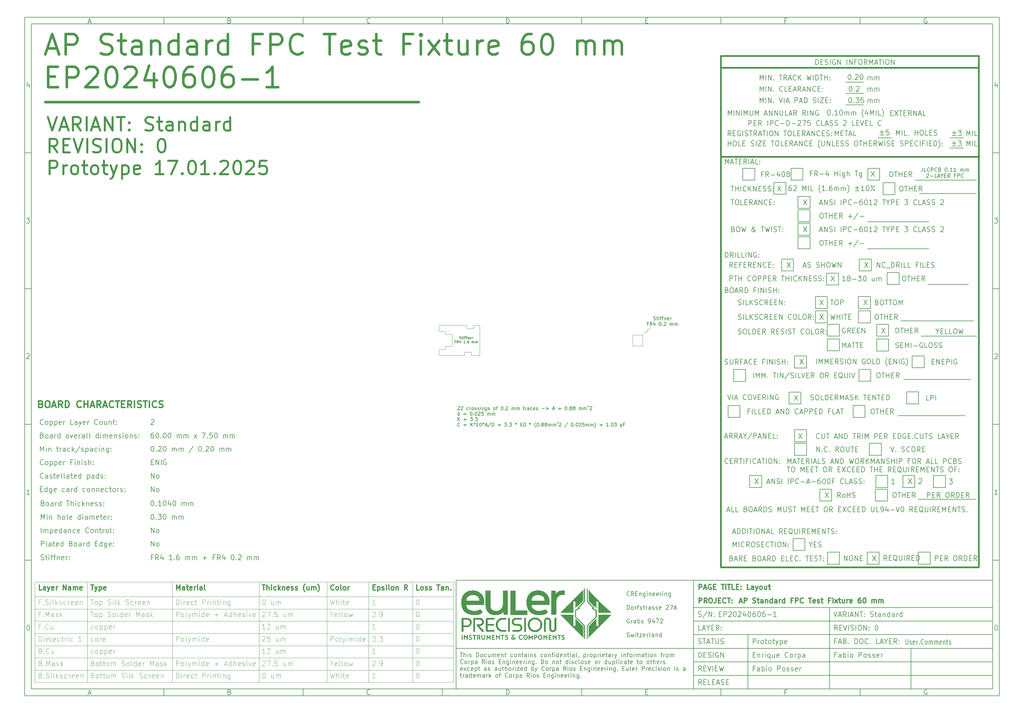
<source format=gbr>
%TF.GenerationSoftware,KiCad,Pcbnew,8.0.8-2.fc41*%
%TF.CreationDate,2025-02-16T22:03:10+01:00*%
%TF.ProjectId,0100_COVERSHEET,30313030-5f43-44f5-9645-525348454554,0*%
%TF.SameCoordinates,Original*%
%TF.FileFunction,Other,Comment*%
%FSLAX46Y46*%
G04 Gerber Fmt 4.6, Leading zero omitted, Abs format (unit mm)*
G04 Created by KiCad (PCBNEW 8.0.8-2.fc41) date 2025-02-16 22:03:10*
%MOMM*%
%LPD*%
G01*
G04 APERTURE LIST*
%ADD10C,0.100000*%
%ADD11C,0.150000*%
%ADD12C,0.300000*%
%ADD13C,0.750000*%
%ADD14C,0.600000*%
%ADD15C,0.000001*%
%ADD16C,0.203200*%
%ADD17C,0.508000*%
%ADD18C,0.200000*%
%ADD19C,0.400000*%
G04 APERTURE END LIST*
D10*
D11*
X7000000Y-203000000D02*
X290000000Y-203000000D01*
X290000000Y-7000000D01*
X7000000Y-7000000D01*
X7000000Y-203000000D01*
D10*
D11*
X132000000Y-171000000D02*
X290000000Y-171000000D01*
X290000000Y-203000000D01*
X132000000Y-203000000D01*
X132000000Y-171000000D01*
D10*
D11*
X202000000Y-203000000D02*
X202000000Y-171000000D01*
D10*
D11*
X290000000Y-199000000D02*
X202000000Y-199000000D01*
D10*
D11*
X290000000Y-195000000D02*
X202000000Y-195000000D01*
D10*
D11*
X290000000Y-191000000D02*
X201000000Y-191000000D01*
D10*
D11*
X290000000Y-187000000D02*
X202000000Y-187000000D01*
D10*
D11*
X290000000Y-183000000D02*
X202000000Y-183000000D01*
D10*
D11*
X290000000Y-179000000D02*
X202000000Y-179000000D01*
D10*
D11*
X266000000Y-203000000D02*
X266000000Y-191000000D01*
D10*
D11*
X242000000Y-203000000D02*
X242000000Y-179000000D01*
D10*
D11*
X218000000Y-203000000D02*
X218000000Y-187000000D01*
D10*
D12*
X203556710Y-173685528D02*
X203556710Y-172185528D01*
X203556710Y-172185528D02*
X204128139Y-172185528D01*
X204128139Y-172185528D02*
X204270996Y-172256957D01*
X204270996Y-172256957D02*
X204342425Y-172328385D01*
X204342425Y-172328385D02*
X204413853Y-172471242D01*
X204413853Y-172471242D02*
X204413853Y-172685528D01*
X204413853Y-172685528D02*
X204342425Y-172828385D01*
X204342425Y-172828385D02*
X204270996Y-172899814D01*
X204270996Y-172899814D02*
X204128139Y-172971242D01*
X204128139Y-172971242D02*
X203556710Y-172971242D01*
X204985282Y-173256957D02*
X205699568Y-173256957D01*
X204842425Y-173685528D02*
X205342425Y-172185528D01*
X205342425Y-172185528D02*
X205842425Y-173685528D01*
X207128139Y-172256957D02*
X206985282Y-172185528D01*
X206985282Y-172185528D02*
X206770996Y-172185528D01*
X206770996Y-172185528D02*
X206556710Y-172256957D01*
X206556710Y-172256957D02*
X206413853Y-172399814D01*
X206413853Y-172399814D02*
X206342424Y-172542671D01*
X206342424Y-172542671D02*
X206270996Y-172828385D01*
X206270996Y-172828385D02*
X206270996Y-173042671D01*
X206270996Y-173042671D02*
X206342424Y-173328385D01*
X206342424Y-173328385D02*
X206413853Y-173471242D01*
X206413853Y-173471242D02*
X206556710Y-173614100D01*
X206556710Y-173614100D02*
X206770996Y-173685528D01*
X206770996Y-173685528D02*
X206913853Y-173685528D01*
X206913853Y-173685528D02*
X207128139Y-173614100D01*
X207128139Y-173614100D02*
X207199567Y-173542671D01*
X207199567Y-173542671D02*
X207199567Y-173042671D01*
X207199567Y-173042671D02*
X206913853Y-173042671D01*
X207842424Y-172899814D02*
X208342424Y-172899814D01*
X208556710Y-173685528D02*
X207842424Y-173685528D01*
X207842424Y-173685528D02*
X207842424Y-172185528D01*
X207842424Y-172185528D02*
X208556710Y-172185528D01*
X210128139Y-172185528D02*
X210985282Y-172185528D01*
X210556710Y-173685528D02*
X210556710Y-172185528D01*
X211485281Y-173685528D02*
X211485281Y-172185528D01*
X211985282Y-172185528D02*
X212842425Y-172185528D01*
X212413853Y-173685528D02*
X212413853Y-172185528D01*
X214056710Y-173685528D02*
X213342424Y-173685528D01*
X213342424Y-173685528D02*
X213342424Y-172185528D01*
X214556710Y-172899814D02*
X215056710Y-172899814D01*
X215270996Y-173685528D02*
X214556710Y-173685528D01*
X214556710Y-173685528D02*
X214556710Y-172185528D01*
X214556710Y-172185528D02*
X215270996Y-172185528D01*
X215913853Y-173542671D02*
X215985282Y-173614100D01*
X215985282Y-173614100D02*
X215913853Y-173685528D01*
X215913853Y-173685528D02*
X215842425Y-173614100D01*
X215842425Y-173614100D02*
X215913853Y-173542671D01*
X215913853Y-173542671D02*
X215913853Y-173685528D01*
X215913853Y-172756957D02*
X215985282Y-172828385D01*
X215985282Y-172828385D02*
X215913853Y-172899814D01*
X215913853Y-172899814D02*
X215842425Y-172828385D01*
X215842425Y-172828385D02*
X215913853Y-172756957D01*
X215913853Y-172756957D02*
X215913853Y-172899814D01*
X218485282Y-173685528D02*
X217770996Y-173685528D01*
X217770996Y-173685528D02*
X217770996Y-172185528D01*
X219628140Y-173685528D02*
X219628140Y-172899814D01*
X219628140Y-172899814D02*
X219556711Y-172756957D01*
X219556711Y-172756957D02*
X219413854Y-172685528D01*
X219413854Y-172685528D02*
X219128140Y-172685528D01*
X219128140Y-172685528D02*
X218985282Y-172756957D01*
X219628140Y-173614100D02*
X219485282Y-173685528D01*
X219485282Y-173685528D02*
X219128140Y-173685528D01*
X219128140Y-173685528D02*
X218985282Y-173614100D01*
X218985282Y-173614100D02*
X218913854Y-173471242D01*
X218913854Y-173471242D02*
X218913854Y-173328385D01*
X218913854Y-173328385D02*
X218985282Y-173185528D01*
X218985282Y-173185528D02*
X219128140Y-173114100D01*
X219128140Y-173114100D02*
X219485282Y-173114100D01*
X219485282Y-173114100D02*
X219628140Y-173042671D01*
X220199568Y-172685528D02*
X220556711Y-173685528D01*
X220913854Y-172685528D02*
X220556711Y-173685528D01*
X220556711Y-173685528D02*
X220413854Y-174042671D01*
X220413854Y-174042671D02*
X220342425Y-174114100D01*
X220342425Y-174114100D02*
X220199568Y-174185528D01*
X221699568Y-173685528D02*
X221556711Y-173614100D01*
X221556711Y-173614100D02*
X221485282Y-173542671D01*
X221485282Y-173542671D02*
X221413854Y-173399814D01*
X221413854Y-173399814D02*
X221413854Y-172971242D01*
X221413854Y-172971242D02*
X221485282Y-172828385D01*
X221485282Y-172828385D02*
X221556711Y-172756957D01*
X221556711Y-172756957D02*
X221699568Y-172685528D01*
X221699568Y-172685528D02*
X221913854Y-172685528D01*
X221913854Y-172685528D02*
X222056711Y-172756957D01*
X222056711Y-172756957D02*
X222128140Y-172828385D01*
X222128140Y-172828385D02*
X222199568Y-172971242D01*
X222199568Y-172971242D02*
X222199568Y-173399814D01*
X222199568Y-173399814D02*
X222128140Y-173542671D01*
X222128140Y-173542671D02*
X222056711Y-173614100D01*
X222056711Y-173614100D02*
X221913854Y-173685528D01*
X221913854Y-173685528D02*
X221699568Y-173685528D01*
X223485283Y-172685528D02*
X223485283Y-173685528D01*
X222842425Y-172685528D02*
X222842425Y-173471242D01*
X222842425Y-173471242D02*
X222913854Y-173614100D01*
X222913854Y-173614100D02*
X223056711Y-173685528D01*
X223056711Y-173685528D02*
X223270997Y-173685528D01*
X223270997Y-173685528D02*
X223413854Y-173614100D01*
X223413854Y-173614100D02*
X223485283Y-173542671D01*
X223985283Y-172685528D02*
X224556711Y-172685528D01*
X224199568Y-172185528D02*
X224199568Y-173471242D01*
X224199568Y-173471242D02*
X224270997Y-173614100D01*
X224270997Y-173614100D02*
X224413854Y-173685528D01*
X224413854Y-173685528D02*
X224556711Y-173685528D01*
D10*
D11*
X201000000Y-191000000D02*
X132000000Y-191000000D01*
D10*
D12*
X203554510Y-177678328D02*
X203554510Y-176178328D01*
X203554510Y-176178328D02*
X204125939Y-176178328D01*
X204125939Y-176178328D02*
X204268796Y-176249757D01*
X204268796Y-176249757D02*
X204340225Y-176321185D01*
X204340225Y-176321185D02*
X204411653Y-176464042D01*
X204411653Y-176464042D02*
X204411653Y-176678328D01*
X204411653Y-176678328D02*
X204340225Y-176821185D01*
X204340225Y-176821185D02*
X204268796Y-176892614D01*
X204268796Y-176892614D02*
X204125939Y-176964042D01*
X204125939Y-176964042D02*
X203554510Y-176964042D01*
X205911653Y-177678328D02*
X205411653Y-176964042D01*
X205054510Y-177678328D02*
X205054510Y-176178328D01*
X205054510Y-176178328D02*
X205625939Y-176178328D01*
X205625939Y-176178328D02*
X205768796Y-176249757D01*
X205768796Y-176249757D02*
X205840225Y-176321185D01*
X205840225Y-176321185D02*
X205911653Y-176464042D01*
X205911653Y-176464042D02*
X205911653Y-176678328D01*
X205911653Y-176678328D02*
X205840225Y-176821185D01*
X205840225Y-176821185D02*
X205768796Y-176892614D01*
X205768796Y-176892614D02*
X205625939Y-176964042D01*
X205625939Y-176964042D02*
X205054510Y-176964042D01*
X206840225Y-176178328D02*
X207125939Y-176178328D01*
X207125939Y-176178328D02*
X207268796Y-176249757D01*
X207268796Y-176249757D02*
X207411653Y-176392614D01*
X207411653Y-176392614D02*
X207483082Y-176678328D01*
X207483082Y-176678328D02*
X207483082Y-177178328D01*
X207483082Y-177178328D02*
X207411653Y-177464042D01*
X207411653Y-177464042D02*
X207268796Y-177606900D01*
X207268796Y-177606900D02*
X207125939Y-177678328D01*
X207125939Y-177678328D02*
X206840225Y-177678328D01*
X206840225Y-177678328D02*
X206697368Y-177606900D01*
X206697368Y-177606900D02*
X206554510Y-177464042D01*
X206554510Y-177464042D02*
X206483082Y-177178328D01*
X206483082Y-177178328D02*
X206483082Y-176678328D01*
X206483082Y-176678328D02*
X206554510Y-176392614D01*
X206554510Y-176392614D02*
X206697368Y-176249757D01*
X206697368Y-176249757D02*
X206840225Y-176178328D01*
X208554511Y-176178328D02*
X208554511Y-177249757D01*
X208554511Y-177249757D02*
X208483082Y-177464042D01*
X208483082Y-177464042D02*
X208340225Y-177606900D01*
X208340225Y-177606900D02*
X208125939Y-177678328D01*
X208125939Y-177678328D02*
X207983082Y-177678328D01*
X209268796Y-176892614D02*
X209768796Y-176892614D01*
X209983082Y-177678328D02*
X209268796Y-177678328D01*
X209268796Y-177678328D02*
X209268796Y-176178328D01*
X209268796Y-176178328D02*
X209983082Y-176178328D01*
X211483082Y-177535471D02*
X211411654Y-177606900D01*
X211411654Y-177606900D02*
X211197368Y-177678328D01*
X211197368Y-177678328D02*
X211054511Y-177678328D01*
X211054511Y-177678328D02*
X210840225Y-177606900D01*
X210840225Y-177606900D02*
X210697368Y-177464042D01*
X210697368Y-177464042D02*
X210625939Y-177321185D01*
X210625939Y-177321185D02*
X210554511Y-177035471D01*
X210554511Y-177035471D02*
X210554511Y-176821185D01*
X210554511Y-176821185D02*
X210625939Y-176535471D01*
X210625939Y-176535471D02*
X210697368Y-176392614D01*
X210697368Y-176392614D02*
X210840225Y-176249757D01*
X210840225Y-176249757D02*
X211054511Y-176178328D01*
X211054511Y-176178328D02*
X211197368Y-176178328D01*
X211197368Y-176178328D02*
X211411654Y-176249757D01*
X211411654Y-176249757D02*
X211483082Y-176321185D01*
X211911654Y-176178328D02*
X212768797Y-176178328D01*
X212340225Y-177678328D02*
X212340225Y-176178328D01*
X213268796Y-177535471D02*
X213340225Y-177606900D01*
X213340225Y-177606900D02*
X213268796Y-177678328D01*
X213268796Y-177678328D02*
X213197368Y-177606900D01*
X213197368Y-177606900D02*
X213268796Y-177535471D01*
X213268796Y-177535471D02*
X213268796Y-177678328D01*
X213268796Y-176749757D02*
X213340225Y-176821185D01*
X213340225Y-176821185D02*
X213268796Y-176892614D01*
X213268796Y-176892614D02*
X213197368Y-176821185D01*
X213197368Y-176821185D02*
X213268796Y-176749757D01*
X213268796Y-176749757D02*
X213268796Y-176892614D01*
D10*
D11*
X203384398Y-181614700D02*
X203598684Y-181686128D01*
X203598684Y-181686128D02*
X203955826Y-181686128D01*
X203955826Y-181686128D02*
X204098684Y-181614700D01*
X204098684Y-181614700D02*
X204170112Y-181543271D01*
X204170112Y-181543271D02*
X204241541Y-181400414D01*
X204241541Y-181400414D02*
X204241541Y-181257557D01*
X204241541Y-181257557D02*
X204170112Y-181114700D01*
X204170112Y-181114700D02*
X204098684Y-181043271D01*
X204098684Y-181043271D02*
X203955826Y-180971842D01*
X203955826Y-180971842D02*
X203670112Y-180900414D01*
X203670112Y-180900414D02*
X203527255Y-180828985D01*
X203527255Y-180828985D02*
X203455826Y-180757557D01*
X203455826Y-180757557D02*
X203384398Y-180614700D01*
X203384398Y-180614700D02*
X203384398Y-180471842D01*
X203384398Y-180471842D02*
X203455826Y-180328985D01*
X203455826Y-180328985D02*
X203527255Y-180257557D01*
X203527255Y-180257557D02*
X203670112Y-180186128D01*
X203670112Y-180186128D02*
X204027255Y-180186128D01*
X204027255Y-180186128D02*
X204241541Y-180257557D01*
X205955826Y-180114700D02*
X204670112Y-182043271D01*
X206455826Y-181686128D02*
X206455826Y-180186128D01*
X206455826Y-180186128D02*
X207312969Y-181686128D01*
X207312969Y-181686128D02*
X207312969Y-180186128D01*
X208027255Y-181543271D02*
X208098684Y-181614700D01*
X208098684Y-181614700D02*
X208027255Y-181686128D01*
X208027255Y-181686128D02*
X207955827Y-181614700D01*
X207955827Y-181614700D02*
X208027255Y-181543271D01*
X208027255Y-181543271D02*
X208027255Y-181686128D01*
X208027255Y-180757557D02*
X208098684Y-180828985D01*
X208098684Y-180828985D02*
X208027255Y-180900414D01*
X208027255Y-180900414D02*
X207955827Y-180828985D01*
X207955827Y-180828985D02*
X208027255Y-180757557D01*
X208027255Y-180757557D02*
X208027255Y-180900414D01*
D10*
D11*
X203455826Y-193686128D02*
X203455826Y-192186128D01*
X203455826Y-192186128D02*
X203812969Y-192186128D01*
X203812969Y-192186128D02*
X204027255Y-192257557D01*
X204027255Y-192257557D02*
X204170112Y-192400414D01*
X204170112Y-192400414D02*
X204241541Y-192543271D01*
X204241541Y-192543271D02*
X204312969Y-192828985D01*
X204312969Y-192828985D02*
X204312969Y-193043271D01*
X204312969Y-193043271D02*
X204241541Y-193328985D01*
X204241541Y-193328985D02*
X204170112Y-193471842D01*
X204170112Y-193471842D02*
X204027255Y-193614700D01*
X204027255Y-193614700D02*
X203812969Y-193686128D01*
X203812969Y-193686128D02*
X203455826Y-193686128D01*
X204955826Y-192900414D02*
X205455826Y-192900414D01*
X205670112Y-193686128D02*
X204955826Y-193686128D01*
X204955826Y-193686128D02*
X204955826Y-192186128D01*
X204955826Y-192186128D02*
X205670112Y-192186128D01*
X206241541Y-193614700D02*
X206455827Y-193686128D01*
X206455827Y-193686128D02*
X206812969Y-193686128D01*
X206812969Y-193686128D02*
X206955827Y-193614700D01*
X206955827Y-193614700D02*
X207027255Y-193543271D01*
X207027255Y-193543271D02*
X207098684Y-193400414D01*
X207098684Y-193400414D02*
X207098684Y-193257557D01*
X207098684Y-193257557D02*
X207027255Y-193114700D01*
X207027255Y-193114700D02*
X206955827Y-193043271D01*
X206955827Y-193043271D02*
X206812969Y-192971842D01*
X206812969Y-192971842D02*
X206527255Y-192900414D01*
X206527255Y-192900414D02*
X206384398Y-192828985D01*
X206384398Y-192828985D02*
X206312969Y-192757557D01*
X206312969Y-192757557D02*
X206241541Y-192614700D01*
X206241541Y-192614700D02*
X206241541Y-192471842D01*
X206241541Y-192471842D02*
X206312969Y-192328985D01*
X206312969Y-192328985D02*
X206384398Y-192257557D01*
X206384398Y-192257557D02*
X206527255Y-192186128D01*
X206527255Y-192186128D02*
X206884398Y-192186128D01*
X206884398Y-192186128D02*
X207098684Y-192257557D01*
X207741540Y-193686128D02*
X207741540Y-192186128D01*
X209241541Y-192257557D02*
X209098684Y-192186128D01*
X209098684Y-192186128D02*
X208884398Y-192186128D01*
X208884398Y-192186128D02*
X208670112Y-192257557D01*
X208670112Y-192257557D02*
X208527255Y-192400414D01*
X208527255Y-192400414D02*
X208455826Y-192543271D01*
X208455826Y-192543271D02*
X208384398Y-192828985D01*
X208384398Y-192828985D02*
X208384398Y-193043271D01*
X208384398Y-193043271D02*
X208455826Y-193328985D01*
X208455826Y-193328985D02*
X208527255Y-193471842D01*
X208527255Y-193471842D02*
X208670112Y-193614700D01*
X208670112Y-193614700D02*
X208884398Y-193686128D01*
X208884398Y-193686128D02*
X209027255Y-193686128D01*
X209027255Y-193686128D02*
X209241541Y-193614700D01*
X209241541Y-193614700D02*
X209312969Y-193543271D01*
X209312969Y-193543271D02*
X209312969Y-193043271D01*
X209312969Y-193043271D02*
X209027255Y-193043271D01*
X209955826Y-193686128D02*
X209955826Y-192186128D01*
X209955826Y-192186128D02*
X210812969Y-193686128D01*
X210812969Y-193686128D02*
X210812969Y-192186128D01*
D10*
D11*
X204312969Y-197686128D02*
X203812969Y-196971842D01*
X203455826Y-197686128D02*
X203455826Y-196186128D01*
X203455826Y-196186128D02*
X204027255Y-196186128D01*
X204027255Y-196186128D02*
X204170112Y-196257557D01*
X204170112Y-196257557D02*
X204241541Y-196328985D01*
X204241541Y-196328985D02*
X204312969Y-196471842D01*
X204312969Y-196471842D02*
X204312969Y-196686128D01*
X204312969Y-196686128D02*
X204241541Y-196828985D01*
X204241541Y-196828985D02*
X204170112Y-196900414D01*
X204170112Y-196900414D02*
X204027255Y-196971842D01*
X204027255Y-196971842D02*
X203455826Y-196971842D01*
X204955826Y-196900414D02*
X205455826Y-196900414D01*
X205670112Y-197686128D02*
X204955826Y-197686128D01*
X204955826Y-197686128D02*
X204955826Y-196186128D01*
X204955826Y-196186128D02*
X205670112Y-196186128D01*
X206098684Y-196186128D02*
X206598684Y-197686128D01*
X206598684Y-197686128D02*
X207098684Y-196186128D01*
X207598683Y-197686128D02*
X207598683Y-196186128D01*
X208312969Y-196900414D02*
X208812969Y-196900414D01*
X209027255Y-197686128D02*
X208312969Y-197686128D01*
X208312969Y-197686128D02*
X208312969Y-196186128D01*
X208312969Y-196186128D02*
X209027255Y-196186128D01*
X209527255Y-196186128D02*
X209884398Y-197686128D01*
X209884398Y-197686128D02*
X210170112Y-196614700D01*
X210170112Y-196614700D02*
X210455827Y-197686128D01*
X210455827Y-197686128D02*
X210812970Y-196186128D01*
D10*
D11*
X204312969Y-201686128D02*
X203812969Y-200971842D01*
X203455826Y-201686128D02*
X203455826Y-200186128D01*
X203455826Y-200186128D02*
X204027255Y-200186128D01*
X204027255Y-200186128D02*
X204170112Y-200257557D01*
X204170112Y-200257557D02*
X204241541Y-200328985D01*
X204241541Y-200328985D02*
X204312969Y-200471842D01*
X204312969Y-200471842D02*
X204312969Y-200686128D01*
X204312969Y-200686128D02*
X204241541Y-200828985D01*
X204241541Y-200828985D02*
X204170112Y-200900414D01*
X204170112Y-200900414D02*
X204027255Y-200971842D01*
X204027255Y-200971842D02*
X203455826Y-200971842D01*
X204955826Y-200900414D02*
X205455826Y-200900414D01*
X205670112Y-201686128D02*
X204955826Y-201686128D01*
X204955826Y-201686128D02*
X204955826Y-200186128D01*
X204955826Y-200186128D02*
X205670112Y-200186128D01*
X207027255Y-201686128D02*
X206312969Y-201686128D01*
X206312969Y-201686128D02*
X206312969Y-200186128D01*
X207527255Y-200900414D02*
X208027255Y-200900414D01*
X208241541Y-201686128D02*
X207527255Y-201686128D01*
X207527255Y-201686128D02*
X207527255Y-200186128D01*
X207527255Y-200186128D02*
X208241541Y-200186128D01*
X208812970Y-201257557D02*
X209527256Y-201257557D01*
X208670113Y-201686128D02*
X209170113Y-200186128D01*
X209170113Y-200186128D02*
X209670113Y-201686128D01*
X210098684Y-201614700D02*
X210312970Y-201686128D01*
X210312970Y-201686128D02*
X210670112Y-201686128D01*
X210670112Y-201686128D02*
X210812970Y-201614700D01*
X210812970Y-201614700D02*
X210884398Y-201543271D01*
X210884398Y-201543271D02*
X210955827Y-201400414D01*
X210955827Y-201400414D02*
X210955827Y-201257557D01*
X210955827Y-201257557D02*
X210884398Y-201114700D01*
X210884398Y-201114700D02*
X210812970Y-201043271D01*
X210812970Y-201043271D02*
X210670112Y-200971842D01*
X210670112Y-200971842D02*
X210384398Y-200900414D01*
X210384398Y-200900414D02*
X210241541Y-200828985D01*
X210241541Y-200828985D02*
X210170112Y-200757557D01*
X210170112Y-200757557D02*
X210098684Y-200614700D01*
X210098684Y-200614700D02*
X210098684Y-200471842D01*
X210098684Y-200471842D02*
X210170112Y-200328985D01*
X210170112Y-200328985D02*
X210241541Y-200257557D01*
X210241541Y-200257557D02*
X210384398Y-200186128D01*
X210384398Y-200186128D02*
X210741541Y-200186128D01*
X210741541Y-200186128D02*
X210955827Y-200257557D01*
X211598683Y-200900414D02*
X212098683Y-200900414D01*
X212312969Y-201686128D02*
X211598683Y-201686128D01*
X211598683Y-201686128D02*
X211598683Y-200186128D01*
X211598683Y-200186128D02*
X212312969Y-200186128D01*
D10*
D11*
X243241541Y-180186128D02*
X243741541Y-181686128D01*
X243741541Y-181686128D02*
X244241541Y-180186128D01*
X244670112Y-181257557D02*
X245384398Y-181257557D01*
X244527255Y-181686128D02*
X245027255Y-180186128D01*
X245027255Y-180186128D02*
X245527255Y-181686128D01*
X246884397Y-181686128D02*
X246384397Y-180971842D01*
X246027254Y-181686128D02*
X246027254Y-180186128D01*
X246027254Y-180186128D02*
X246598683Y-180186128D01*
X246598683Y-180186128D02*
X246741540Y-180257557D01*
X246741540Y-180257557D02*
X246812969Y-180328985D01*
X246812969Y-180328985D02*
X246884397Y-180471842D01*
X246884397Y-180471842D02*
X246884397Y-180686128D01*
X246884397Y-180686128D02*
X246812969Y-180828985D01*
X246812969Y-180828985D02*
X246741540Y-180900414D01*
X246741540Y-180900414D02*
X246598683Y-180971842D01*
X246598683Y-180971842D02*
X246027254Y-180971842D01*
X247527254Y-181686128D02*
X247527254Y-180186128D01*
X248170112Y-181257557D02*
X248884398Y-181257557D01*
X248027255Y-181686128D02*
X248527255Y-180186128D01*
X248527255Y-180186128D02*
X249027255Y-181686128D01*
X249527254Y-181686128D02*
X249527254Y-180186128D01*
X249527254Y-180186128D02*
X250384397Y-181686128D01*
X250384397Y-181686128D02*
X250384397Y-180186128D01*
X250884398Y-180186128D02*
X251741541Y-180186128D01*
X251312969Y-181686128D02*
X251312969Y-180186128D01*
X252241540Y-181543271D02*
X252312969Y-181614700D01*
X252312969Y-181614700D02*
X252241540Y-181686128D01*
X252241540Y-181686128D02*
X252170112Y-181614700D01*
X252170112Y-181614700D02*
X252241540Y-181543271D01*
X252241540Y-181543271D02*
X252241540Y-181686128D01*
X252241540Y-180757557D02*
X252312969Y-180828985D01*
X252312969Y-180828985D02*
X252241540Y-180900414D01*
X252241540Y-180900414D02*
X252170112Y-180828985D01*
X252170112Y-180828985D02*
X252241540Y-180757557D01*
X252241540Y-180757557D02*
X252241540Y-180900414D01*
X254027255Y-181614700D02*
X254241541Y-181686128D01*
X254241541Y-181686128D02*
X254598683Y-181686128D01*
X254598683Y-181686128D02*
X254741541Y-181614700D01*
X254741541Y-181614700D02*
X254812969Y-181543271D01*
X254812969Y-181543271D02*
X254884398Y-181400414D01*
X254884398Y-181400414D02*
X254884398Y-181257557D01*
X254884398Y-181257557D02*
X254812969Y-181114700D01*
X254812969Y-181114700D02*
X254741541Y-181043271D01*
X254741541Y-181043271D02*
X254598683Y-180971842D01*
X254598683Y-180971842D02*
X254312969Y-180900414D01*
X254312969Y-180900414D02*
X254170112Y-180828985D01*
X254170112Y-180828985D02*
X254098683Y-180757557D01*
X254098683Y-180757557D02*
X254027255Y-180614700D01*
X254027255Y-180614700D02*
X254027255Y-180471842D01*
X254027255Y-180471842D02*
X254098683Y-180328985D01*
X254098683Y-180328985D02*
X254170112Y-180257557D01*
X254170112Y-180257557D02*
X254312969Y-180186128D01*
X254312969Y-180186128D02*
X254670112Y-180186128D01*
X254670112Y-180186128D02*
X254884398Y-180257557D01*
X255312969Y-180686128D02*
X255884397Y-180686128D01*
X255527254Y-180186128D02*
X255527254Y-181471842D01*
X255527254Y-181471842D02*
X255598683Y-181614700D01*
X255598683Y-181614700D02*
X255741540Y-181686128D01*
X255741540Y-181686128D02*
X255884397Y-181686128D01*
X257027255Y-181686128D02*
X257027255Y-180900414D01*
X257027255Y-180900414D02*
X256955826Y-180757557D01*
X256955826Y-180757557D02*
X256812969Y-180686128D01*
X256812969Y-180686128D02*
X256527255Y-180686128D01*
X256527255Y-180686128D02*
X256384397Y-180757557D01*
X257027255Y-181614700D02*
X256884397Y-181686128D01*
X256884397Y-181686128D02*
X256527255Y-181686128D01*
X256527255Y-181686128D02*
X256384397Y-181614700D01*
X256384397Y-181614700D02*
X256312969Y-181471842D01*
X256312969Y-181471842D02*
X256312969Y-181328985D01*
X256312969Y-181328985D02*
X256384397Y-181186128D01*
X256384397Y-181186128D02*
X256527255Y-181114700D01*
X256527255Y-181114700D02*
X256884397Y-181114700D01*
X256884397Y-181114700D02*
X257027255Y-181043271D01*
X257741540Y-180686128D02*
X257741540Y-181686128D01*
X257741540Y-180828985D02*
X257812969Y-180757557D01*
X257812969Y-180757557D02*
X257955826Y-180686128D01*
X257955826Y-180686128D02*
X258170112Y-180686128D01*
X258170112Y-180686128D02*
X258312969Y-180757557D01*
X258312969Y-180757557D02*
X258384398Y-180900414D01*
X258384398Y-180900414D02*
X258384398Y-181686128D01*
X259741541Y-181686128D02*
X259741541Y-180186128D01*
X259741541Y-181614700D02*
X259598683Y-181686128D01*
X259598683Y-181686128D02*
X259312969Y-181686128D01*
X259312969Y-181686128D02*
X259170112Y-181614700D01*
X259170112Y-181614700D02*
X259098683Y-181543271D01*
X259098683Y-181543271D02*
X259027255Y-181400414D01*
X259027255Y-181400414D02*
X259027255Y-180971842D01*
X259027255Y-180971842D02*
X259098683Y-180828985D01*
X259098683Y-180828985D02*
X259170112Y-180757557D01*
X259170112Y-180757557D02*
X259312969Y-180686128D01*
X259312969Y-180686128D02*
X259598683Y-180686128D01*
X259598683Y-180686128D02*
X259741541Y-180757557D01*
X261098684Y-181686128D02*
X261098684Y-180900414D01*
X261098684Y-180900414D02*
X261027255Y-180757557D01*
X261027255Y-180757557D02*
X260884398Y-180686128D01*
X260884398Y-180686128D02*
X260598684Y-180686128D01*
X260598684Y-180686128D02*
X260455826Y-180757557D01*
X261098684Y-181614700D02*
X260955826Y-181686128D01*
X260955826Y-181686128D02*
X260598684Y-181686128D01*
X260598684Y-181686128D02*
X260455826Y-181614700D01*
X260455826Y-181614700D02*
X260384398Y-181471842D01*
X260384398Y-181471842D02*
X260384398Y-181328985D01*
X260384398Y-181328985D02*
X260455826Y-181186128D01*
X260455826Y-181186128D02*
X260598684Y-181114700D01*
X260598684Y-181114700D02*
X260955826Y-181114700D01*
X260955826Y-181114700D02*
X261098684Y-181043271D01*
X261812969Y-181686128D02*
X261812969Y-180686128D01*
X261812969Y-180971842D02*
X261884398Y-180828985D01*
X261884398Y-180828985D02*
X261955827Y-180757557D01*
X261955827Y-180757557D02*
X262098684Y-180686128D01*
X262098684Y-180686128D02*
X262241541Y-180686128D01*
X263384398Y-181686128D02*
X263384398Y-180186128D01*
X263384398Y-181614700D02*
X263241540Y-181686128D01*
X263241540Y-181686128D02*
X262955826Y-181686128D01*
X262955826Y-181686128D02*
X262812969Y-181614700D01*
X262812969Y-181614700D02*
X262741540Y-181543271D01*
X262741540Y-181543271D02*
X262670112Y-181400414D01*
X262670112Y-181400414D02*
X262670112Y-180971842D01*
X262670112Y-180971842D02*
X262741540Y-180828985D01*
X262741540Y-180828985D02*
X262812969Y-180757557D01*
X262812969Y-180757557D02*
X262955826Y-180686128D01*
X262955826Y-180686128D02*
X263241540Y-180686128D01*
X263241540Y-180686128D02*
X263384398Y-180757557D01*
D10*
D11*
X244312969Y-185686128D02*
X243812969Y-184971842D01*
X243455826Y-185686128D02*
X243455826Y-184186128D01*
X243455826Y-184186128D02*
X244027255Y-184186128D01*
X244027255Y-184186128D02*
X244170112Y-184257557D01*
X244170112Y-184257557D02*
X244241541Y-184328985D01*
X244241541Y-184328985D02*
X244312969Y-184471842D01*
X244312969Y-184471842D02*
X244312969Y-184686128D01*
X244312969Y-184686128D02*
X244241541Y-184828985D01*
X244241541Y-184828985D02*
X244170112Y-184900414D01*
X244170112Y-184900414D02*
X244027255Y-184971842D01*
X244027255Y-184971842D02*
X243455826Y-184971842D01*
X244955826Y-184900414D02*
X245455826Y-184900414D01*
X245670112Y-185686128D02*
X244955826Y-185686128D01*
X244955826Y-185686128D02*
X244955826Y-184186128D01*
X244955826Y-184186128D02*
X245670112Y-184186128D01*
X246098684Y-184186128D02*
X246598684Y-185686128D01*
X246598684Y-185686128D02*
X247098684Y-184186128D01*
X247598683Y-185686128D02*
X247598683Y-184186128D01*
X248241541Y-185614700D02*
X248455827Y-185686128D01*
X248455827Y-185686128D02*
X248812969Y-185686128D01*
X248812969Y-185686128D02*
X248955827Y-185614700D01*
X248955827Y-185614700D02*
X249027255Y-185543271D01*
X249027255Y-185543271D02*
X249098684Y-185400414D01*
X249098684Y-185400414D02*
X249098684Y-185257557D01*
X249098684Y-185257557D02*
X249027255Y-185114700D01*
X249027255Y-185114700D02*
X248955827Y-185043271D01*
X248955827Y-185043271D02*
X248812969Y-184971842D01*
X248812969Y-184971842D02*
X248527255Y-184900414D01*
X248527255Y-184900414D02*
X248384398Y-184828985D01*
X248384398Y-184828985D02*
X248312969Y-184757557D01*
X248312969Y-184757557D02*
X248241541Y-184614700D01*
X248241541Y-184614700D02*
X248241541Y-184471842D01*
X248241541Y-184471842D02*
X248312969Y-184328985D01*
X248312969Y-184328985D02*
X248384398Y-184257557D01*
X248384398Y-184257557D02*
X248527255Y-184186128D01*
X248527255Y-184186128D02*
X248884398Y-184186128D01*
X248884398Y-184186128D02*
X249098684Y-184257557D01*
X249741540Y-185686128D02*
X249741540Y-184186128D01*
X250741541Y-184186128D02*
X251027255Y-184186128D01*
X251027255Y-184186128D02*
X251170112Y-184257557D01*
X251170112Y-184257557D02*
X251312969Y-184400414D01*
X251312969Y-184400414D02*
X251384398Y-184686128D01*
X251384398Y-184686128D02*
X251384398Y-185186128D01*
X251384398Y-185186128D02*
X251312969Y-185471842D01*
X251312969Y-185471842D02*
X251170112Y-185614700D01*
X251170112Y-185614700D02*
X251027255Y-185686128D01*
X251027255Y-185686128D02*
X250741541Y-185686128D01*
X250741541Y-185686128D02*
X250598684Y-185614700D01*
X250598684Y-185614700D02*
X250455826Y-185471842D01*
X250455826Y-185471842D02*
X250384398Y-185186128D01*
X250384398Y-185186128D02*
X250384398Y-184686128D01*
X250384398Y-184686128D02*
X250455826Y-184400414D01*
X250455826Y-184400414D02*
X250598684Y-184257557D01*
X250598684Y-184257557D02*
X250741541Y-184186128D01*
X252027255Y-185686128D02*
X252027255Y-184186128D01*
X252027255Y-184186128D02*
X252884398Y-185686128D01*
X252884398Y-185686128D02*
X252884398Y-184186128D01*
X253598684Y-185543271D02*
X253670113Y-185614700D01*
X253670113Y-185614700D02*
X253598684Y-185686128D01*
X253598684Y-185686128D02*
X253527256Y-185614700D01*
X253527256Y-185614700D02*
X253598684Y-185543271D01*
X253598684Y-185543271D02*
X253598684Y-185686128D01*
X253598684Y-184757557D02*
X253670113Y-184828985D01*
X253670113Y-184828985D02*
X253598684Y-184900414D01*
X253598684Y-184900414D02*
X253527256Y-184828985D01*
X253527256Y-184828985D02*
X253598684Y-184757557D01*
X253598684Y-184757557D02*
X253598684Y-184900414D01*
X255741542Y-184186128D02*
X255884399Y-184186128D01*
X255884399Y-184186128D02*
X256027256Y-184257557D01*
X256027256Y-184257557D02*
X256098685Y-184328985D01*
X256098685Y-184328985D02*
X256170113Y-184471842D01*
X256170113Y-184471842D02*
X256241542Y-184757557D01*
X256241542Y-184757557D02*
X256241542Y-185114700D01*
X256241542Y-185114700D02*
X256170113Y-185400414D01*
X256170113Y-185400414D02*
X256098685Y-185543271D01*
X256098685Y-185543271D02*
X256027256Y-185614700D01*
X256027256Y-185614700D02*
X255884399Y-185686128D01*
X255884399Y-185686128D02*
X255741542Y-185686128D01*
X255741542Y-185686128D02*
X255598685Y-185614700D01*
X255598685Y-185614700D02*
X255527256Y-185543271D01*
X255527256Y-185543271D02*
X255455827Y-185400414D01*
X255455827Y-185400414D02*
X255384399Y-185114700D01*
X255384399Y-185114700D02*
X255384399Y-184757557D01*
X255384399Y-184757557D02*
X255455827Y-184471842D01*
X255455827Y-184471842D02*
X255527256Y-184328985D01*
X255527256Y-184328985D02*
X255598685Y-184257557D01*
X255598685Y-184257557D02*
X255741542Y-184186128D01*
D10*
D11*
X203384398Y-189614700D02*
X203598684Y-189686128D01*
X203598684Y-189686128D02*
X203955826Y-189686128D01*
X203955826Y-189686128D02*
X204098684Y-189614700D01*
X204098684Y-189614700D02*
X204170112Y-189543271D01*
X204170112Y-189543271D02*
X204241541Y-189400414D01*
X204241541Y-189400414D02*
X204241541Y-189257557D01*
X204241541Y-189257557D02*
X204170112Y-189114700D01*
X204170112Y-189114700D02*
X204098684Y-189043271D01*
X204098684Y-189043271D02*
X203955826Y-188971842D01*
X203955826Y-188971842D02*
X203670112Y-188900414D01*
X203670112Y-188900414D02*
X203527255Y-188828985D01*
X203527255Y-188828985D02*
X203455826Y-188757557D01*
X203455826Y-188757557D02*
X203384398Y-188614700D01*
X203384398Y-188614700D02*
X203384398Y-188471842D01*
X203384398Y-188471842D02*
X203455826Y-188328985D01*
X203455826Y-188328985D02*
X203527255Y-188257557D01*
X203527255Y-188257557D02*
X203670112Y-188186128D01*
X203670112Y-188186128D02*
X204027255Y-188186128D01*
X204027255Y-188186128D02*
X204241541Y-188257557D01*
X204670112Y-188186128D02*
X205527255Y-188186128D01*
X205098683Y-189686128D02*
X205098683Y-188186128D01*
X205955826Y-189257557D02*
X206670112Y-189257557D01*
X205812969Y-189686128D02*
X206312969Y-188186128D01*
X206312969Y-188186128D02*
X206812969Y-189686128D01*
X207098683Y-188186128D02*
X207955826Y-188186128D01*
X207527254Y-189686128D02*
X207527254Y-188186128D01*
X208455825Y-188186128D02*
X208455825Y-189400414D01*
X208455825Y-189400414D02*
X208527254Y-189543271D01*
X208527254Y-189543271D02*
X208598683Y-189614700D01*
X208598683Y-189614700D02*
X208741540Y-189686128D01*
X208741540Y-189686128D02*
X209027254Y-189686128D01*
X209027254Y-189686128D02*
X209170111Y-189614700D01*
X209170111Y-189614700D02*
X209241540Y-189543271D01*
X209241540Y-189543271D02*
X209312968Y-189400414D01*
X209312968Y-189400414D02*
X209312968Y-188186128D01*
X209955826Y-189614700D02*
X210170112Y-189686128D01*
X210170112Y-189686128D02*
X210527254Y-189686128D01*
X210527254Y-189686128D02*
X210670112Y-189614700D01*
X210670112Y-189614700D02*
X210741540Y-189543271D01*
X210741540Y-189543271D02*
X210812969Y-189400414D01*
X210812969Y-189400414D02*
X210812969Y-189257557D01*
X210812969Y-189257557D02*
X210741540Y-189114700D01*
X210741540Y-189114700D02*
X210670112Y-189043271D01*
X210670112Y-189043271D02*
X210527254Y-188971842D01*
X210527254Y-188971842D02*
X210241540Y-188900414D01*
X210241540Y-188900414D02*
X210098683Y-188828985D01*
X210098683Y-188828985D02*
X210027254Y-188757557D01*
X210027254Y-188757557D02*
X209955826Y-188614700D01*
X209955826Y-188614700D02*
X209955826Y-188471842D01*
X209955826Y-188471842D02*
X210027254Y-188328985D01*
X210027254Y-188328985D02*
X210098683Y-188257557D01*
X210098683Y-188257557D02*
X210241540Y-188186128D01*
X210241540Y-188186128D02*
X210598683Y-188186128D01*
X210598683Y-188186128D02*
X210812969Y-188257557D01*
D10*
D11*
X219455826Y-189686128D02*
X219455826Y-188186128D01*
X219455826Y-188186128D02*
X220027255Y-188186128D01*
X220027255Y-188186128D02*
X220170112Y-188257557D01*
X220170112Y-188257557D02*
X220241541Y-188328985D01*
X220241541Y-188328985D02*
X220312969Y-188471842D01*
X220312969Y-188471842D02*
X220312969Y-188686128D01*
X220312969Y-188686128D02*
X220241541Y-188828985D01*
X220241541Y-188828985D02*
X220170112Y-188900414D01*
X220170112Y-188900414D02*
X220027255Y-188971842D01*
X220027255Y-188971842D02*
X219455826Y-188971842D01*
X220955826Y-189686128D02*
X220955826Y-188686128D01*
X220955826Y-188971842D02*
X221027255Y-188828985D01*
X221027255Y-188828985D02*
X221098684Y-188757557D01*
X221098684Y-188757557D02*
X221241541Y-188686128D01*
X221241541Y-188686128D02*
X221384398Y-188686128D01*
X222098683Y-189686128D02*
X221955826Y-189614700D01*
X221955826Y-189614700D02*
X221884397Y-189543271D01*
X221884397Y-189543271D02*
X221812969Y-189400414D01*
X221812969Y-189400414D02*
X221812969Y-188971842D01*
X221812969Y-188971842D02*
X221884397Y-188828985D01*
X221884397Y-188828985D02*
X221955826Y-188757557D01*
X221955826Y-188757557D02*
X222098683Y-188686128D01*
X222098683Y-188686128D02*
X222312969Y-188686128D01*
X222312969Y-188686128D02*
X222455826Y-188757557D01*
X222455826Y-188757557D02*
X222527255Y-188828985D01*
X222527255Y-188828985D02*
X222598683Y-188971842D01*
X222598683Y-188971842D02*
X222598683Y-189400414D01*
X222598683Y-189400414D02*
X222527255Y-189543271D01*
X222527255Y-189543271D02*
X222455826Y-189614700D01*
X222455826Y-189614700D02*
X222312969Y-189686128D01*
X222312969Y-189686128D02*
X222098683Y-189686128D01*
X223027255Y-188686128D02*
X223598683Y-188686128D01*
X223241540Y-188186128D02*
X223241540Y-189471842D01*
X223241540Y-189471842D02*
X223312969Y-189614700D01*
X223312969Y-189614700D02*
X223455826Y-189686128D01*
X223455826Y-189686128D02*
X223598683Y-189686128D01*
X224312969Y-189686128D02*
X224170112Y-189614700D01*
X224170112Y-189614700D02*
X224098683Y-189543271D01*
X224098683Y-189543271D02*
X224027255Y-189400414D01*
X224027255Y-189400414D02*
X224027255Y-188971842D01*
X224027255Y-188971842D02*
X224098683Y-188828985D01*
X224098683Y-188828985D02*
X224170112Y-188757557D01*
X224170112Y-188757557D02*
X224312969Y-188686128D01*
X224312969Y-188686128D02*
X224527255Y-188686128D01*
X224527255Y-188686128D02*
X224670112Y-188757557D01*
X224670112Y-188757557D02*
X224741541Y-188828985D01*
X224741541Y-188828985D02*
X224812969Y-188971842D01*
X224812969Y-188971842D02*
X224812969Y-189400414D01*
X224812969Y-189400414D02*
X224741541Y-189543271D01*
X224741541Y-189543271D02*
X224670112Y-189614700D01*
X224670112Y-189614700D02*
X224527255Y-189686128D01*
X224527255Y-189686128D02*
X224312969Y-189686128D01*
X225241541Y-188686128D02*
X225812969Y-188686128D01*
X225455826Y-188186128D02*
X225455826Y-189471842D01*
X225455826Y-189471842D02*
X225527255Y-189614700D01*
X225527255Y-189614700D02*
X225670112Y-189686128D01*
X225670112Y-189686128D02*
X225812969Y-189686128D01*
X226170112Y-188686128D02*
X226527255Y-189686128D01*
X226884398Y-188686128D02*
X226527255Y-189686128D01*
X226527255Y-189686128D02*
X226384398Y-190043271D01*
X226384398Y-190043271D02*
X226312969Y-190114700D01*
X226312969Y-190114700D02*
X226170112Y-190186128D01*
X227455826Y-188686128D02*
X227455826Y-190186128D01*
X227455826Y-188757557D02*
X227598684Y-188686128D01*
X227598684Y-188686128D02*
X227884398Y-188686128D01*
X227884398Y-188686128D02*
X228027255Y-188757557D01*
X228027255Y-188757557D02*
X228098684Y-188828985D01*
X228098684Y-188828985D02*
X228170112Y-188971842D01*
X228170112Y-188971842D02*
X228170112Y-189400414D01*
X228170112Y-189400414D02*
X228098684Y-189543271D01*
X228098684Y-189543271D02*
X228027255Y-189614700D01*
X228027255Y-189614700D02*
X227884398Y-189686128D01*
X227884398Y-189686128D02*
X227598684Y-189686128D01*
X227598684Y-189686128D02*
X227455826Y-189614700D01*
X229384398Y-189614700D02*
X229241541Y-189686128D01*
X229241541Y-189686128D02*
X228955827Y-189686128D01*
X228955827Y-189686128D02*
X228812969Y-189614700D01*
X228812969Y-189614700D02*
X228741541Y-189471842D01*
X228741541Y-189471842D02*
X228741541Y-188900414D01*
X228741541Y-188900414D02*
X228812969Y-188757557D01*
X228812969Y-188757557D02*
X228955827Y-188686128D01*
X228955827Y-188686128D02*
X229241541Y-188686128D01*
X229241541Y-188686128D02*
X229384398Y-188757557D01*
X229384398Y-188757557D02*
X229455827Y-188900414D01*
X229455827Y-188900414D02*
X229455827Y-189043271D01*
X229455827Y-189043271D02*
X228741541Y-189186128D01*
D10*
D11*
X219955826Y-196900414D02*
X219455826Y-196900414D01*
X219455826Y-197686128D02*
X219455826Y-196186128D01*
X219455826Y-196186128D02*
X220170112Y-196186128D01*
X221384398Y-197686128D02*
X221384398Y-196900414D01*
X221384398Y-196900414D02*
X221312969Y-196757557D01*
X221312969Y-196757557D02*
X221170112Y-196686128D01*
X221170112Y-196686128D02*
X220884398Y-196686128D01*
X220884398Y-196686128D02*
X220741540Y-196757557D01*
X221384398Y-197614700D02*
X221241540Y-197686128D01*
X221241540Y-197686128D02*
X220884398Y-197686128D01*
X220884398Y-197686128D02*
X220741540Y-197614700D01*
X220741540Y-197614700D02*
X220670112Y-197471842D01*
X220670112Y-197471842D02*
X220670112Y-197328985D01*
X220670112Y-197328985D02*
X220741540Y-197186128D01*
X220741540Y-197186128D02*
X220884398Y-197114700D01*
X220884398Y-197114700D02*
X221241540Y-197114700D01*
X221241540Y-197114700D02*
X221384398Y-197043271D01*
X222098683Y-197686128D02*
X222098683Y-196186128D01*
X222098683Y-196757557D02*
X222241541Y-196686128D01*
X222241541Y-196686128D02*
X222527255Y-196686128D01*
X222527255Y-196686128D02*
X222670112Y-196757557D01*
X222670112Y-196757557D02*
X222741541Y-196828985D01*
X222741541Y-196828985D02*
X222812969Y-196971842D01*
X222812969Y-196971842D02*
X222812969Y-197400414D01*
X222812969Y-197400414D02*
X222741541Y-197543271D01*
X222741541Y-197543271D02*
X222670112Y-197614700D01*
X222670112Y-197614700D02*
X222527255Y-197686128D01*
X222527255Y-197686128D02*
X222241541Y-197686128D01*
X222241541Y-197686128D02*
X222098683Y-197614700D01*
X223455826Y-197686128D02*
X223455826Y-196686128D01*
X223455826Y-196186128D02*
X223384398Y-196257557D01*
X223384398Y-196257557D02*
X223455826Y-196328985D01*
X223455826Y-196328985D02*
X223527255Y-196257557D01*
X223527255Y-196257557D02*
X223455826Y-196186128D01*
X223455826Y-196186128D02*
X223455826Y-196328985D01*
X224384398Y-197686128D02*
X224241541Y-197614700D01*
X224241541Y-197614700D02*
X224170112Y-197543271D01*
X224170112Y-197543271D02*
X224098684Y-197400414D01*
X224098684Y-197400414D02*
X224098684Y-196971842D01*
X224098684Y-196971842D02*
X224170112Y-196828985D01*
X224170112Y-196828985D02*
X224241541Y-196757557D01*
X224241541Y-196757557D02*
X224384398Y-196686128D01*
X224384398Y-196686128D02*
X224598684Y-196686128D01*
X224598684Y-196686128D02*
X224741541Y-196757557D01*
X224741541Y-196757557D02*
X224812970Y-196828985D01*
X224812970Y-196828985D02*
X224884398Y-196971842D01*
X224884398Y-196971842D02*
X224884398Y-197400414D01*
X224884398Y-197400414D02*
X224812970Y-197543271D01*
X224812970Y-197543271D02*
X224741541Y-197614700D01*
X224741541Y-197614700D02*
X224598684Y-197686128D01*
X224598684Y-197686128D02*
X224384398Y-197686128D01*
X226670112Y-197686128D02*
X226670112Y-196186128D01*
X226670112Y-196186128D02*
X227241541Y-196186128D01*
X227241541Y-196186128D02*
X227384398Y-196257557D01*
X227384398Y-196257557D02*
X227455827Y-196328985D01*
X227455827Y-196328985D02*
X227527255Y-196471842D01*
X227527255Y-196471842D02*
X227527255Y-196686128D01*
X227527255Y-196686128D02*
X227455827Y-196828985D01*
X227455827Y-196828985D02*
X227384398Y-196900414D01*
X227384398Y-196900414D02*
X227241541Y-196971842D01*
X227241541Y-196971842D02*
X226670112Y-196971842D01*
X228384398Y-197686128D02*
X228241541Y-197614700D01*
X228241541Y-197614700D02*
X228170112Y-197543271D01*
X228170112Y-197543271D02*
X228098684Y-197400414D01*
X228098684Y-197400414D02*
X228098684Y-196971842D01*
X228098684Y-196971842D02*
X228170112Y-196828985D01*
X228170112Y-196828985D02*
X228241541Y-196757557D01*
X228241541Y-196757557D02*
X228384398Y-196686128D01*
X228384398Y-196686128D02*
X228598684Y-196686128D01*
X228598684Y-196686128D02*
X228741541Y-196757557D01*
X228741541Y-196757557D02*
X228812970Y-196828985D01*
X228812970Y-196828985D02*
X228884398Y-196971842D01*
X228884398Y-196971842D02*
X228884398Y-197400414D01*
X228884398Y-197400414D02*
X228812970Y-197543271D01*
X228812970Y-197543271D02*
X228741541Y-197614700D01*
X228741541Y-197614700D02*
X228598684Y-197686128D01*
X228598684Y-197686128D02*
X228384398Y-197686128D01*
X229455827Y-197614700D02*
X229598684Y-197686128D01*
X229598684Y-197686128D02*
X229884398Y-197686128D01*
X229884398Y-197686128D02*
X230027255Y-197614700D01*
X230027255Y-197614700D02*
X230098684Y-197471842D01*
X230098684Y-197471842D02*
X230098684Y-197400414D01*
X230098684Y-197400414D02*
X230027255Y-197257557D01*
X230027255Y-197257557D02*
X229884398Y-197186128D01*
X229884398Y-197186128D02*
X229670113Y-197186128D01*
X229670113Y-197186128D02*
X229527255Y-197114700D01*
X229527255Y-197114700D02*
X229455827Y-196971842D01*
X229455827Y-196971842D02*
X229455827Y-196900414D01*
X229455827Y-196900414D02*
X229527255Y-196757557D01*
X229527255Y-196757557D02*
X229670113Y-196686128D01*
X229670113Y-196686128D02*
X229884398Y-196686128D01*
X229884398Y-196686128D02*
X230027255Y-196757557D01*
X230670113Y-197614700D02*
X230812970Y-197686128D01*
X230812970Y-197686128D02*
X231098684Y-197686128D01*
X231098684Y-197686128D02*
X231241541Y-197614700D01*
X231241541Y-197614700D02*
X231312970Y-197471842D01*
X231312970Y-197471842D02*
X231312970Y-197400414D01*
X231312970Y-197400414D02*
X231241541Y-197257557D01*
X231241541Y-197257557D02*
X231098684Y-197186128D01*
X231098684Y-197186128D02*
X230884399Y-197186128D01*
X230884399Y-197186128D02*
X230741541Y-197114700D01*
X230741541Y-197114700D02*
X230670113Y-196971842D01*
X230670113Y-196971842D02*
X230670113Y-196900414D01*
X230670113Y-196900414D02*
X230741541Y-196757557D01*
X230741541Y-196757557D02*
X230884399Y-196686128D01*
X230884399Y-196686128D02*
X231098684Y-196686128D01*
X231098684Y-196686128D02*
X231241541Y-196757557D01*
X232527256Y-197614700D02*
X232384399Y-197686128D01*
X232384399Y-197686128D02*
X232098685Y-197686128D01*
X232098685Y-197686128D02*
X231955827Y-197614700D01*
X231955827Y-197614700D02*
X231884399Y-197471842D01*
X231884399Y-197471842D02*
X231884399Y-196900414D01*
X231884399Y-196900414D02*
X231955827Y-196757557D01*
X231955827Y-196757557D02*
X232098685Y-196686128D01*
X232098685Y-196686128D02*
X232384399Y-196686128D01*
X232384399Y-196686128D02*
X232527256Y-196757557D01*
X232527256Y-196757557D02*
X232598685Y-196900414D01*
X232598685Y-196900414D02*
X232598685Y-197043271D01*
X232598685Y-197043271D02*
X231884399Y-197186128D01*
X233241541Y-197686128D02*
X233241541Y-196686128D01*
X233241541Y-196971842D02*
X233312970Y-196828985D01*
X233312970Y-196828985D02*
X233384399Y-196757557D01*
X233384399Y-196757557D02*
X233527256Y-196686128D01*
X233527256Y-196686128D02*
X233670113Y-196686128D01*
D10*
D11*
X219455826Y-192900414D02*
X219955826Y-192900414D01*
X220170112Y-193686128D02*
X219455826Y-193686128D01*
X219455826Y-193686128D02*
X219455826Y-192186128D01*
X219455826Y-192186128D02*
X220170112Y-192186128D01*
X220812969Y-192686128D02*
X220812969Y-193686128D01*
X220812969Y-192828985D02*
X220884398Y-192757557D01*
X220884398Y-192757557D02*
X221027255Y-192686128D01*
X221027255Y-192686128D02*
X221241541Y-192686128D01*
X221241541Y-192686128D02*
X221384398Y-192757557D01*
X221384398Y-192757557D02*
X221455827Y-192900414D01*
X221455827Y-192900414D02*
X221455827Y-193686128D01*
X222170112Y-193686128D02*
X222170112Y-192686128D01*
X222170112Y-192971842D02*
X222241541Y-192828985D01*
X222241541Y-192828985D02*
X222312970Y-192757557D01*
X222312970Y-192757557D02*
X222455827Y-192686128D01*
X222455827Y-192686128D02*
X222598684Y-192686128D01*
X223098683Y-193686128D02*
X223098683Y-192686128D01*
X223098683Y-192186128D02*
X223027255Y-192257557D01*
X223027255Y-192257557D02*
X223098683Y-192328985D01*
X223098683Y-192328985D02*
X223170112Y-192257557D01*
X223170112Y-192257557D02*
X223098683Y-192186128D01*
X223098683Y-192186128D02*
X223098683Y-192328985D01*
X224455827Y-192686128D02*
X224455827Y-194186128D01*
X224455827Y-193614700D02*
X224312969Y-193686128D01*
X224312969Y-193686128D02*
X224027255Y-193686128D01*
X224027255Y-193686128D02*
X223884398Y-193614700D01*
X223884398Y-193614700D02*
X223812969Y-193543271D01*
X223812969Y-193543271D02*
X223741541Y-193400414D01*
X223741541Y-193400414D02*
X223741541Y-192971842D01*
X223741541Y-192971842D02*
X223812969Y-192828985D01*
X223812969Y-192828985D02*
X223884398Y-192757557D01*
X223884398Y-192757557D02*
X224027255Y-192686128D01*
X224027255Y-192686128D02*
X224312969Y-192686128D01*
X224312969Y-192686128D02*
X224455827Y-192757557D01*
X225812970Y-192686128D02*
X225812970Y-193686128D01*
X225170112Y-192686128D02*
X225170112Y-193471842D01*
X225170112Y-193471842D02*
X225241541Y-193614700D01*
X225241541Y-193614700D02*
X225384398Y-193686128D01*
X225384398Y-193686128D02*
X225598684Y-193686128D01*
X225598684Y-193686128D02*
X225741541Y-193614700D01*
X225741541Y-193614700D02*
X225812970Y-193543271D01*
X227098684Y-193614700D02*
X226955827Y-193686128D01*
X226955827Y-193686128D02*
X226670113Y-193686128D01*
X226670113Y-193686128D02*
X226527255Y-193614700D01*
X226527255Y-193614700D02*
X226455827Y-193471842D01*
X226455827Y-193471842D02*
X226455827Y-192900414D01*
X226455827Y-192900414D02*
X226527255Y-192757557D01*
X226527255Y-192757557D02*
X226670113Y-192686128D01*
X226670113Y-192686128D02*
X226955827Y-192686128D01*
X226955827Y-192686128D02*
X227098684Y-192757557D01*
X227098684Y-192757557D02*
X227170113Y-192900414D01*
X227170113Y-192900414D02*
X227170113Y-193043271D01*
X227170113Y-193043271D02*
X226455827Y-193186128D01*
X229812969Y-193543271D02*
X229741541Y-193614700D01*
X229741541Y-193614700D02*
X229527255Y-193686128D01*
X229527255Y-193686128D02*
X229384398Y-193686128D01*
X229384398Y-193686128D02*
X229170112Y-193614700D01*
X229170112Y-193614700D02*
X229027255Y-193471842D01*
X229027255Y-193471842D02*
X228955826Y-193328985D01*
X228955826Y-193328985D02*
X228884398Y-193043271D01*
X228884398Y-193043271D02*
X228884398Y-192828985D01*
X228884398Y-192828985D02*
X228955826Y-192543271D01*
X228955826Y-192543271D02*
X229027255Y-192400414D01*
X229027255Y-192400414D02*
X229170112Y-192257557D01*
X229170112Y-192257557D02*
X229384398Y-192186128D01*
X229384398Y-192186128D02*
X229527255Y-192186128D01*
X229527255Y-192186128D02*
X229741541Y-192257557D01*
X229741541Y-192257557D02*
X229812969Y-192328985D01*
X230670112Y-193686128D02*
X230527255Y-193614700D01*
X230527255Y-193614700D02*
X230455826Y-193543271D01*
X230455826Y-193543271D02*
X230384398Y-193400414D01*
X230384398Y-193400414D02*
X230384398Y-192971842D01*
X230384398Y-192971842D02*
X230455826Y-192828985D01*
X230455826Y-192828985D02*
X230527255Y-192757557D01*
X230527255Y-192757557D02*
X230670112Y-192686128D01*
X230670112Y-192686128D02*
X230884398Y-192686128D01*
X230884398Y-192686128D02*
X231027255Y-192757557D01*
X231027255Y-192757557D02*
X231098684Y-192828985D01*
X231098684Y-192828985D02*
X231170112Y-192971842D01*
X231170112Y-192971842D02*
X231170112Y-193400414D01*
X231170112Y-193400414D02*
X231098684Y-193543271D01*
X231098684Y-193543271D02*
X231027255Y-193614700D01*
X231027255Y-193614700D02*
X230884398Y-193686128D01*
X230884398Y-193686128D02*
X230670112Y-193686128D01*
X231812969Y-193686128D02*
X231812969Y-192686128D01*
X231812969Y-192971842D02*
X231884398Y-192828985D01*
X231884398Y-192828985D02*
X231955827Y-192757557D01*
X231955827Y-192757557D02*
X232098684Y-192686128D01*
X232098684Y-192686128D02*
X232241541Y-192686128D01*
X232741540Y-192686128D02*
X232741540Y-194186128D01*
X232741540Y-192757557D02*
X232884398Y-192686128D01*
X232884398Y-192686128D02*
X233170112Y-192686128D01*
X233170112Y-192686128D02*
X233312969Y-192757557D01*
X233312969Y-192757557D02*
X233384398Y-192828985D01*
X233384398Y-192828985D02*
X233455826Y-192971842D01*
X233455826Y-192971842D02*
X233455826Y-193400414D01*
X233455826Y-193400414D02*
X233384398Y-193543271D01*
X233384398Y-193543271D02*
X233312969Y-193614700D01*
X233312969Y-193614700D02*
X233170112Y-193686128D01*
X233170112Y-193686128D02*
X232884398Y-193686128D01*
X232884398Y-193686128D02*
X232741540Y-193614700D01*
X234741541Y-193686128D02*
X234741541Y-192900414D01*
X234741541Y-192900414D02*
X234670112Y-192757557D01*
X234670112Y-192757557D02*
X234527255Y-192686128D01*
X234527255Y-192686128D02*
X234241541Y-192686128D01*
X234241541Y-192686128D02*
X234098683Y-192757557D01*
X234741541Y-193614700D02*
X234598683Y-193686128D01*
X234598683Y-193686128D02*
X234241541Y-193686128D01*
X234241541Y-193686128D02*
X234098683Y-193614700D01*
X234098683Y-193614700D02*
X234027255Y-193471842D01*
X234027255Y-193471842D02*
X234027255Y-193328985D01*
X234027255Y-193328985D02*
X234098683Y-193186128D01*
X234098683Y-193186128D02*
X234241541Y-193114700D01*
X234241541Y-193114700D02*
X234598683Y-193114700D01*
X234598683Y-193114700D02*
X234741541Y-193043271D01*
D10*
D11*
X243955826Y-192900414D02*
X243455826Y-192900414D01*
X243455826Y-193686128D02*
X243455826Y-192186128D01*
X243455826Y-192186128D02*
X244170112Y-192186128D01*
X245384398Y-193686128D02*
X245384398Y-192900414D01*
X245384398Y-192900414D02*
X245312969Y-192757557D01*
X245312969Y-192757557D02*
X245170112Y-192686128D01*
X245170112Y-192686128D02*
X244884398Y-192686128D01*
X244884398Y-192686128D02*
X244741540Y-192757557D01*
X245384398Y-193614700D02*
X245241540Y-193686128D01*
X245241540Y-193686128D02*
X244884398Y-193686128D01*
X244884398Y-193686128D02*
X244741540Y-193614700D01*
X244741540Y-193614700D02*
X244670112Y-193471842D01*
X244670112Y-193471842D02*
X244670112Y-193328985D01*
X244670112Y-193328985D02*
X244741540Y-193186128D01*
X244741540Y-193186128D02*
X244884398Y-193114700D01*
X244884398Y-193114700D02*
X245241540Y-193114700D01*
X245241540Y-193114700D02*
X245384398Y-193043271D01*
X246098683Y-193686128D02*
X246098683Y-192186128D01*
X246098683Y-192757557D02*
X246241541Y-192686128D01*
X246241541Y-192686128D02*
X246527255Y-192686128D01*
X246527255Y-192686128D02*
X246670112Y-192757557D01*
X246670112Y-192757557D02*
X246741541Y-192828985D01*
X246741541Y-192828985D02*
X246812969Y-192971842D01*
X246812969Y-192971842D02*
X246812969Y-193400414D01*
X246812969Y-193400414D02*
X246741541Y-193543271D01*
X246741541Y-193543271D02*
X246670112Y-193614700D01*
X246670112Y-193614700D02*
X246527255Y-193686128D01*
X246527255Y-193686128D02*
X246241541Y-193686128D01*
X246241541Y-193686128D02*
X246098683Y-193614700D01*
X247455826Y-193686128D02*
X247455826Y-192686128D01*
X247455826Y-192186128D02*
X247384398Y-192257557D01*
X247384398Y-192257557D02*
X247455826Y-192328985D01*
X247455826Y-192328985D02*
X247527255Y-192257557D01*
X247527255Y-192257557D02*
X247455826Y-192186128D01*
X247455826Y-192186128D02*
X247455826Y-192328985D01*
X248384398Y-193686128D02*
X248241541Y-193614700D01*
X248241541Y-193614700D02*
X248170112Y-193543271D01*
X248170112Y-193543271D02*
X248098684Y-193400414D01*
X248098684Y-193400414D02*
X248098684Y-192971842D01*
X248098684Y-192971842D02*
X248170112Y-192828985D01*
X248170112Y-192828985D02*
X248241541Y-192757557D01*
X248241541Y-192757557D02*
X248384398Y-192686128D01*
X248384398Y-192686128D02*
X248598684Y-192686128D01*
X248598684Y-192686128D02*
X248741541Y-192757557D01*
X248741541Y-192757557D02*
X248812970Y-192828985D01*
X248812970Y-192828985D02*
X248884398Y-192971842D01*
X248884398Y-192971842D02*
X248884398Y-193400414D01*
X248884398Y-193400414D02*
X248812970Y-193543271D01*
X248812970Y-193543271D02*
X248741541Y-193614700D01*
X248741541Y-193614700D02*
X248598684Y-193686128D01*
X248598684Y-193686128D02*
X248384398Y-193686128D01*
X250670112Y-193686128D02*
X250670112Y-192186128D01*
X250670112Y-192186128D02*
X251241541Y-192186128D01*
X251241541Y-192186128D02*
X251384398Y-192257557D01*
X251384398Y-192257557D02*
X251455827Y-192328985D01*
X251455827Y-192328985D02*
X251527255Y-192471842D01*
X251527255Y-192471842D02*
X251527255Y-192686128D01*
X251527255Y-192686128D02*
X251455827Y-192828985D01*
X251455827Y-192828985D02*
X251384398Y-192900414D01*
X251384398Y-192900414D02*
X251241541Y-192971842D01*
X251241541Y-192971842D02*
X250670112Y-192971842D01*
X252384398Y-193686128D02*
X252241541Y-193614700D01*
X252241541Y-193614700D02*
X252170112Y-193543271D01*
X252170112Y-193543271D02*
X252098684Y-193400414D01*
X252098684Y-193400414D02*
X252098684Y-192971842D01*
X252098684Y-192971842D02*
X252170112Y-192828985D01*
X252170112Y-192828985D02*
X252241541Y-192757557D01*
X252241541Y-192757557D02*
X252384398Y-192686128D01*
X252384398Y-192686128D02*
X252598684Y-192686128D01*
X252598684Y-192686128D02*
X252741541Y-192757557D01*
X252741541Y-192757557D02*
X252812970Y-192828985D01*
X252812970Y-192828985D02*
X252884398Y-192971842D01*
X252884398Y-192971842D02*
X252884398Y-193400414D01*
X252884398Y-193400414D02*
X252812970Y-193543271D01*
X252812970Y-193543271D02*
X252741541Y-193614700D01*
X252741541Y-193614700D02*
X252598684Y-193686128D01*
X252598684Y-193686128D02*
X252384398Y-193686128D01*
X253455827Y-193614700D02*
X253598684Y-193686128D01*
X253598684Y-193686128D02*
X253884398Y-193686128D01*
X253884398Y-193686128D02*
X254027255Y-193614700D01*
X254027255Y-193614700D02*
X254098684Y-193471842D01*
X254098684Y-193471842D02*
X254098684Y-193400414D01*
X254098684Y-193400414D02*
X254027255Y-193257557D01*
X254027255Y-193257557D02*
X253884398Y-193186128D01*
X253884398Y-193186128D02*
X253670113Y-193186128D01*
X253670113Y-193186128D02*
X253527255Y-193114700D01*
X253527255Y-193114700D02*
X253455827Y-192971842D01*
X253455827Y-192971842D02*
X253455827Y-192900414D01*
X253455827Y-192900414D02*
X253527255Y-192757557D01*
X253527255Y-192757557D02*
X253670113Y-192686128D01*
X253670113Y-192686128D02*
X253884398Y-192686128D01*
X253884398Y-192686128D02*
X254027255Y-192757557D01*
X254670113Y-193614700D02*
X254812970Y-193686128D01*
X254812970Y-193686128D02*
X255098684Y-193686128D01*
X255098684Y-193686128D02*
X255241541Y-193614700D01*
X255241541Y-193614700D02*
X255312970Y-193471842D01*
X255312970Y-193471842D02*
X255312970Y-193400414D01*
X255312970Y-193400414D02*
X255241541Y-193257557D01*
X255241541Y-193257557D02*
X255098684Y-193186128D01*
X255098684Y-193186128D02*
X254884399Y-193186128D01*
X254884399Y-193186128D02*
X254741541Y-193114700D01*
X254741541Y-193114700D02*
X254670113Y-192971842D01*
X254670113Y-192971842D02*
X254670113Y-192900414D01*
X254670113Y-192900414D02*
X254741541Y-192757557D01*
X254741541Y-192757557D02*
X254884399Y-192686128D01*
X254884399Y-192686128D02*
X255098684Y-192686128D01*
X255098684Y-192686128D02*
X255241541Y-192757557D01*
X256527256Y-193614700D02*
X256384399Y-193686128D01*
X256384399Y-193686128D02*
X256098685Y-193686128D01*
X256098685Y-193686128D02*
X255955827Y-193614700D01*
X255955827Y-193614700D02*
X255884399Y-193471842D01*
X255884399Y-193471842D02*
X255884399Y-192900414D01*
X255884399Y-192900414D02*
X255955827Y-192757557D01*
X255955827Y-192757557D02*
X256098685Y-192686128D01*
X256098685Y-192686128D02*
X256384399Y-192686128D01*
X256384399Y-192686128D02*
X256527256Y-192757557D01*
X256527256Y-192757557D02*
X256598685Y-192900414D01*
X256598685Y-192900414D02*
X256598685Y-193043271D01*
X256598685Y-193043271D02*
X255884399Y-193186128D01*
X257241541Y-193686128D02*
X257241541Y-192686128D01*
X257241541Y-192971842D02*
X257312970Y-192828985D01*
X257312970Y-192828985D02*
X257384399Y-192757557D01*
X257384399Y-192757557D02*
X257527256Y-192686128D01*
X257527256Y-192686128D02*
X257670113Y-192686128D01*
D10*
D12*
X215483282Y-177249957D02*
X216197568Y-177249957D01*
X215340425Y-177678528D02*
X215840425Y-176178528D01*
X215840425Y-176178528D02*
X216340425Y-177678528D01*
X216840424Y-177678528D02*
X216840424Y-176178528D01*
X216840424Y-176178528D02*
X217411853Y-176178528D01*
X217411853Y-176178528D02*
X217554710Y-176249957D01*
X217554710Y-176249957D02*
X217626139Y-176321385D01*
X217626139Y-176321385D02*
X217697567Y-176464242D01*
X217697567Y-176464242D02*
X217697567Y-176678528D01*
X217697567Y-176678528D02*
X217626139Y-176821385D01*
X217626139Y-176821385D02*
X217554710Y-176892814D01*
X217554710Y-176892814D02*
X217411853Y-176964242D01*
X217411853Y-176964242D02*
X216840424Y-176964242D01*
X219411853Y-177607100D02*
X219626139Y-177678528D01*
X219626139Y-177678528D02*
X219983281Y-177678528D01*
X219983281Y-177678528D02*
X220126139Y-177607100D01*
X220126139Y-177607100D02*
X220197567Y-177535671D01*
X220197567Y-177535671D02*
X220268996Y-177392814D01*
X220268996Y-177392814D02*
X220268996Y-177249957D01*
X220268996Y-177249957D02*
X220197567Y-177107100D01*
X220197567Y-177107100D02*
X220126139Y-177035671D01*
X220126139Y-177035671D02*
X219983281Y-176964242D01*
X219983281Y-176964242D02*
X219697567Y-176892814D01*
X219697567Y-176892814D02*
X219554710Y-176821385D01*
X219554710Y-176821385D02*
X219483281Y-176749957D01*
X219483281Y-176749957D02*
X219411853Y-176607100D01*
X219411853Y-176607100D02*
X219411853Y-176464242D01*
X219411853Y-176464242D02*
X219483281Y-176321385D01*
X219483281Y-176321385D02*
X219554710Y-176249957D01*
X219554710Y-176249957D02*
X219697567Y-176178528D01*
X219697567Y-176178528D02*
X220054710Y-176178528D01*
X220054710Y-176178528D02*
X220268996Y-176249957D01*
X220697567Y-176678528D02*
X221268995Y-176678528D01*
X220911852Y-176178528D02*
X220911852Y-177464242D01*
X220911852Y-177464242D02*
X220983281Y-177607100D01*
X220983281Y-177607100D02*
X221126138Y-177678528D01*
X221126138Y-177678528D02*
X221268995Y-177678528D01*
X222411853Y-177678528D02*
X222411853Y-176892814D01*
X222411853Y-176892814D02*
X222340424Y-176749957D01*
X222340424Y-176749957D02*
X222197567Y-176678528D01*
X222197567Y-176678528D02*
X221911853Y-176678528D01*
X221911853Y-176678528D02*
X221768995Y-176749957D01*
X222411853Y-177607100D02*
X222268995Y-177678528D01*
X222268995Y-177678528D02*
X221911853Y-177678528D01*
X221911853Y-177678528D02*
X221768995Y-177607100D01*
X221768995Y-177607100D02*
X221697567Y-177464242D01*
X221697567Y-177464242D02*
X221697567Y-177321385D01*
X221697567Y-177321385D02*
X221768995Y-177178528D01*
X221768995Y-177178528D02*
X221911853Y-177107100D01*
X221911853Y-177107100D02*
X222268995Y-177107100D01*
X222268995Y-177107100D02*
X222411853Y-177035671D01*
X223126138Y-176678528D02*
X223126138Y-177678528D01*
X223126138Y-176821385D02*
X223197567Y-176749957D01*
X223197567Y-176749957D02*
X223340424Y-176678528D01*
X223340424Y-176678528D02*
X223554710Y-176678528D01*
X223554710Y-176678528D02*
X223697567Y-176749957D01*
X223697567Y-176749957D02*
X223768996Y-176892814D01*
X223768996Y-176892814D02*
X223768996Y-177678528D01*
X225126139Y-177678528D02*
X225126139Y-176178528D01*
X225126139Y-177607100D02*
X224983281Y-177678528D01*
X224983281Y-177678528D02*
X224697567Y-177678528D01*
X224697567Y-177678528D02*
X224554710Y-177607100D01*
X224554710Y-177607100D02*
X224483281Y-177535671D01*
X224483281Y-177535671D02*
X224411853Y-177392814D01*
X224411853Y-177392814D02*
X224411853Y-176964242D01*
X224411853Y-176964242D02*
X224483281Y-176821385D01*
X224483281Y-176821385D02*
X224554710Y-176749957D01*
X224554710Y-176749957D02*
X224697567Y-176678528D01*
X224697567Y-176678528D02*
X224983281Y-176678528D01*
X224983281Y-176678528D02*
X225126139Y-176749957D01*
X226483282Y-177678528D02*
X226483282Y-176892814D01*
X226483282Y-176892814D02*
X226411853Y-176749957D01*
X226411853Y-176749957D02*
X226268996Y-176678528D01*
X226268996Y-176678528D02*
X225983282Y-176678528D01*
X225983282Y-176678528D02*
X225840424Y-176749957D01*
X226483282Y-177607100D02*
X226340424Y-177678528D01*
X226340424Y-177678528D02*
X225983282Y-177678528D01*
X225983282Y-177678528D02*
X225840424Y-177607100D01*
X225840424Y-177607100D02*
X225768996Y-177464242D01*
X225768996Y-177464242D02*
X225768996Y-177321385D01*
X225768996Y-177321385D02*
X225840424Y-177178528D01*
X225840424Y-177178528D02*
X225983282Y-177107100D01*
X225983282Y-177107100D02*
X226340424Y-177107100D01*
X226340424Y-177107100D02*
X226483282Y-177035671D01*
X227197567Y-177678528D02*
X227197567Y-176678528D01*
X227197567Y-176964242D02*
X227268996Y-176821385D01*
X227268996Y-176821385D02*
X227340425Y-176749957D01*
X227340425Y-176749957D02*
X227483282Y-176678528D01*
X227483282Y-176678528D02*
X227626139Y-176678528D01*
X228768996Y-177678528D02*
X228768996Y-176178528D01*
X228768996Y-177607100D02*
X228626138Y-177678528D01*
X228626138Y-177678528D02*
X228340424Y-177678528D01*
X228340424Y-177678528D02*
X228197567Y-177607100D01*
X228197567Y-177607100D02*
X228126138Y-177535671D01*
X228126138Y-177535671D02*
X228054710Y-177392814D01*
X228054710Y-177392814D02*
X228054710Y-176964242D01*
X228054710Y-176964242D02*
X228126138Y-176821385D01*
X228126138Y-176821385D02*
X228197567Y-176749957D01*
X228197567Y-176749957D02*
X228340424Y-176678528D01*
X228340424Y-176678528D02*
X228626138Y-176678528D01*
X228626138Y-176678528D02*
X228768996Y-176749957D01*
X231126138Y-176892814D02*
X230626138Y-176892814D01*
X230626138Y-177678528D02*
X230626138Y-176178528D01*
X230626138Y-176178528D02*
X231340424Y-176178528D01*
X231911852Y-177678528D02*
X231911852Y-176178528D01*
X231911852Y-176178528D02*
X232483281Y-176178528D01*
X232483281Y-176178528D02*
X232626138Y-176249957D01*
X232626138Y-176249957D02*
X232697567Y-176321385D01*
X232697567Y-176321385D02*
X232768995Y-176464242D01*
X232768995Y-176464242D02*
X232768995Y-176678528D01*
X232768995Y-176678528D02*
X232697567Y-176821385D01*
X232697567Y-176821385D02*
X232626138Y-176892814D01*
X232626138Y-176892814D02*
X232483281Y-176964242D01*
X232483281Y-176964242D02*
X231911852Y-176964242D01*
X234268995Y-177535671D02*
X234197567Y-177607100D01*
X234197567Y-177607100D02*
X233983281Y-177678528D01*
X233983281Y-177678528D02*
X233840424Y-177678528D01*
X233840424Y-177678528D02*
X233626138Y-177607100D01*
X233626138Y-177607100D02*
X233483281Y-177464242D01*
X233483281Y-177464242D02*
X233411852Y-177321385D01*
X233411852Y-177321385D02*
X233340424Y-177035671D01*
X233340424Y-177035671D02*
X233340424Y-176821385D01*
X233340424Y-176821385D02*
X233411852Y-176535671D01*
X233411852Y-176535671D02*
X233483281Y-176392814D01*
X233483281Y-176392814D02*
X233626138Y-176249957D01*
X233626138Y-176249957D02*
X233840424Y-176178528D01*
X233840424Y-176178528D02*
X233983281Y-176178528D01*
X233983281Y-176178528D02*
X234197567Y-176249957D01*
X234197567Y-176249957D02*
X234268995Y-176321385D01*
X235840424Y-176178528D02*
X236697567Y-176178528D01*
X236268995Y-177678528D02*
X236268995Y-176178528D01*
X237768995Y-177607100D02*
X237626138Y-177678528D01*
X237626138Y-177678528D02*
X237340424Y-177678528D01*
X237340424Y-177678528D02*
X237197566Y-177607100D01*
X237197566Y-177607100D02*
X237126138Y-177464242D01*
X237126138Y-177464242D02*
X237126138Y-176892814D01*
X237126138Y-176892814D02*
X237197566Y-176749957D01*
X237197566Y-176749957D02*
X237340424Y-176678528D01*
X237340424Y-176678528D02*
X237626138Y-176678528D01*
X237626138Y-176678528D02*
X237768995Y-176749957D01*
X237768995Y-176749957D02*
X237840424Y-176892814D01*
X237840424Y-176892814D02*
X237840424Y-177035671D01*
X237840424Y-177035671D02*
X237126138Y-177178528D01*
X238411852Y-177607100D02*
X238554709Y-177678528D01*
X238554709Y-177678528D02*
X238840423Y-177678528D01*
X238840423Y-177678528D02*
X238983280Y-177607100D01*
X238983280Y-177607100D02*
X239054709Y-177464242D01*
X239054709Y-177464242D02*
X239054709Y-177392814D01*
X239054709Y-177392814D02*
X238983280Y-177249957D01*
X238983280Y-177249957D02*
X238840423Y-177178528D01*
X238840423Y-177178528D02*
X238626138Y-177178528D01*
X238626138Y-177178528D02*
X238483280Y-177107100D01*
X238483280Y-177107100D02*
X238411852Y-176964242D01*
X238411852Y-176964242D02*
X238411852Y-176892814D01*
X238411852Y-176892814D02*
X238483280Y-176749957D01*
X238483280Y-176749957D02*
X238626138Y-176678528D01*
X238626138Y-176678528D02*
X238840423Y-176678528D01*
X238840423Y-176678528D02*
X238983280Y-176749957D01*
X239483281Y-176678528D02*
X240054709Y-176678528D01*
X239697566Y-176178528D02*
X239697566Y-177464242D01*
X239697566Y-177464242D02*
X239768995Y-177607100D01*
X239768995Y-177607100D02*
X239911852Y-177678528D01*
X239911852Y-177678528D02*
X240054709Y-177678528D01*
X242197566Y-176892814D02*
X241697566Y-176892814D01*
X241697566Y-177678528D02*
X241697566Y-176178528D01*
X241697566Y-176178528D02*
X242411852Y-176178528D01*
X242983280Y-177678528D02*
X242983280Y-176678528D01*
X242983280Y-176178528D02*
X242911852Y-176249957D01*
X242911852Y-176249957D02*
X242983280Y-176321385D01*
X242983280Y-176321385D02*
X243054709Y-176249957D01*
X243054709Y-176249957D02*
X242983280Y-176178528D01*
X242983280Y-176178528D02*
X242983280Y-176321385D01*
X243554709Y-177678528D02*
X244340424Y-176678528D01*
X243554709Y-176678528D02*
X244340424Y-177678528D01*
X244697567Y-176678528D02*
X245268995Y-176678528D01*
X244911852Y-176178528D02*
X244911852Y-177464242D01*
X244911852Y-177464242D02*
X244983281Y-177607100D01*
X244983281Y-177607100D02*
X245126138Y-177678528D01*
X245126138Y-177678528D02*
X245268995Y-177678528D01*
X246411853Y-176678528D02*
X246411853Y-177678528D01*
X245768995Y-176678528D02*
X245768995Y-177464242D01*
X245768995Y-177464242D02*
X245840424Y-177607100D01*
X245840424Y-177607100D02*
X245983281Y-177678528D01*
X245983281Y-177678528D02*
X246197567Y-177678528D01*
X246197567Y-177678528D02*
X246340424Y-177607100D01*
X246340424Y-177607100D02*
X246411853Y-177535671D01*
X247126138Y-177678528D02*
X247126138Y-176678528D01*
X247126138Y-176964242D02*
X247197567Y-176821385D01*
X247197567Y-176821385D02*
X247268996Y-176749957D01*
X247268996Y-176749957D02*
X247411853Y-176678528D01*
X247411853Y-176678528D02*
X247554710Y-176678528D01*
X248626138Y-177607100D02*
X248483281Y-177678528D01*
X248483281Y-177678528D02*
X248197567Y-177678528D01*
X248197567Y-177678528D02*
X248054709Y-177607100D01*
X248054709Y-177607100D02*
X247983281Y-177464242D01*
X247983281Y-177464242D02*
X247983281Y-176892814D01*
X247983281Y-176892814D02*
X248054709Y-176749957D01*
X248054709Y-176749957D02*
X248197567Y-176678528D01*
X248197567Y-176678528D02*
X248483281Y-176678528D01*
X248483281Y-176678528D02*
X248626138Y-176749957D01*
X248626138Y-176749957D02*
X248697567Y-176892814D01*
X248697567Y-176892814D02*
X248697567Y-177035671D01*
X248697567Y-177035671D02*
X247983281Y-177178528D01*
X251126138Y-176178528D02*
X250840423Y-176178528D01*
X250840423Y-176178528D02*
X250697566Y-176249957D01*
X250697566Y-176249957D02*
X250626138Y-176321385D01*
X250626138Y-176321385D02*
X250483280Y-176535671D01*
X250483280Y-176535671D02*
X250411852Y-176821385D01*
X250411852Y-176821385D02*
X250411852Y-177392814D01*
X250411852Y-177392814D02*
X250483280Y-177535671D01*
X250483280Y-177535671D02*
X250554709Y-177607100D01*
X250554709Y-177607100D02*
X250697566Y-177678528D01*
X250697566Y-177678528D02*
X250983280Y-177678528D01*
X250983280Y-177678528D02*
X251126138Y-177607100D01*
X251126138Y-177607100D02*
X251197566Y-177535671D01*
X251197566Y-177535671D02*
X251268995Y-177392814D01*
X251268995Y-177392814D02*
X251268995Y-177035671D01*
X251268995Y-177035671D02*
X251197566Y-176892814D01*
X251197566Y-176892814D02*
X251126138Y-176821385D01*
X251126138Y-176821385D02*
X250983280Y-176749957D01*
X250983280Y-176749957D02*
X250697566Y-176749957D01*
X250697566Y-176749957D02*
X250554709Y-176821385D01*
X250554709Y-176821385D02*
X250483280Y-176892814D01*
X250483280Y-176892814D02*
X250411852Y-177035671D01*
X252197566Y-176178528D02*
X252340423Y-176178528D01*
X252340423Y-176178528D02*
X252483280Y-176249957D01*
X252483280Y-176249957D02*
X252554709Y-176321385D01*
X252554709Y-176321385D02*
X252626137Y-176464242D01*
X252626137Y-176464242D02*
X252697566Y-176749957D01*
X252697566Y-176749957D02*
X252697566Y-177107100D01*
X252697566Y-177107100D02*
X252626137Y-177392814D01*
X252626137Y-177392814D02*
X252554709Y-177535671D01*
X252554709Y-177535671D02*
X252483280Y-177607100D01*
X252483280Y-177607100D02*
X252340423Y-177678528D01*
X252340423Y-177678528D02*
X252197566Y-177678528D01*
X252197566Y-177678528D02*
X252054709Y-177607100D01*
X252054709Y-177607100D02*
X251983280Y-177535671D01*
X251983280Y-177535671D02*
X251911851Y-177392814D01*
X251911851Y-177392814D02*
X251840423Y-177107100D01*
X251840423Y-177107100D02*
X251840423Y-176749957D01*
X251840423Y-176749957D02*
X251911851Y-176464242D01*
X251911851Y-176464242D02*
X251983280Y-176321385D01*
X251983280Y-176321385D02*
X252054709Y-176249957D01*
X252054709Y-176249957D02*
X252197566Y-176178528D01*
X254483279Y-177678528D02*
X254483279Y-176678528D01*
X254483279Y-176821385D02*
X254554708Y-176749957D01*
X254554708Y-176749957D02*
X254697565Y-176678528D01*
X254697565Y-176678528D02*
X254911851Y-176678528D01*
X254911851Y-176678528D02*
X255054708Y-176749957D01*
X255054708Y-176749957D02*
X255126137Y-176892814D01*
X255126137Y-176892814D02*
X255126137Y-177678528D01*
X255126137Y-176892814D02*
X255197565Y-176749957D01*
X255197565Y-176749957D02*
X255340422Y-176678528D01*
X255340422Y-176678528D02*
X255554708Y-176678528D01*
X255554708Y-176678528D02*
X255697565Y-176749957D01*
X255697565Y-176749957D02*
X255768994Y-176892814D01*
X255768994Y-176892814D02*
X255768994Y-177678528D01*
X256483279Y-177678528D02*
X256483279Y-176678528D01*
X256483279Y-176821385D02*
X256554708Y-176749957D01*
X256554708Y-176749957D02*
X256697565Y-176678528D01*
X256697565Y-176678528D02*
X256911851Y-176678528D01*
X256911851Y-176678528D02*
X257054708Y-176749957D01*
X257054708Y-176749957D02*
X257126137Y-176892814D01*
X257126137Y-176892814D02*
X257126137Y-177678528D01*
X257126137Y-176892814D02*
X257197565Y-176749957D01*
X257197565Y-176749957D02*
X257340422Y-176678528D01*
X257340422Y-176678528D02*
X257554708Y-176678528D01*
X257554708Y-176678528D02*
X257697565Y-176749957D01*
X257697565Y-176749957D02*
X257768994Y-176892814D01*
X257768994Y-176892814D02*
X257768994Y-177678528D01*
D10*
D11*
X209455826Y-180900414D02*
X209955826Y-180900414D01*
X210170112Y-181686128D02*
X209455826Y-181686128D01*
X209455826Y-181686128D02*
X209455826Y-180186128D01*
X209455826Y-180186128D02*
X210170112Y-180186128D01*
X210812969Y-181686128D02*
X210812969Y-180186128D01*
X210812969Y-180186128D02*
X211384398Y-180186128D01*
X211384398Y-180186128D02*
X211527255Y-180257557D01*
X211527255Y-180257557D02*
X211598684Y-180328985D01*
X211598684Y-180328985D02*
X211670112Y-180471842D01*
X211670112Y-180471842D02*
X211670112Y-180686128D01*
X211670112Y-180686128D02*
X211598684Y-180828985D01*
X211598684Y-180828985D02*
X211527255Y-180900414D01*
X211527255Y-180900414D02*
X211384398Y-180971842D01*
X211384398Y-180971842D02*
X210812969Y-180971842D01*
X212241541Y-180328985D02*
X212312969Y-180257557D01*
X212312969Y-180257557D02*
X212455827Y-180186128D01*
X212455827Y-180186128D02*
X212812969Y-180186128D01*
X212812969Y-180186128D02*
X212955827Y-180257557D01*
X212955827Y-180257557D02*
X213027255Y-180328985D01*
X213027255Y-180328985D02*
X213098684Y-180471842D01*
X213098684Y-180471842D02*
X213098684Y-180614700D01*
X213098684Y-180614700D02*
X213027255Y-180828985D01*
X213027255Y-180828985D02*
X212170112Y-181686128D01*
X212170112Y-181686128D02*
X213098684Y-181686128D01*
X214027255Y-180186128D02*
X214170112Y-180186128D01*
X214170112Y-180186128D02*
X214312969Y-180257557D01*
X214312969Y-180257557D02*
X214384398Y-180328985D01*
X214384398Y-180328985D02*
X214455826Y-180471842D01*
X214455826Y-180471842D02*
X214527255Y-180757557D01*
X214527255Y-180757557D02*
X214527255Y-181114700D01*
X214527255Y-181114700D02*
X214455826Y-181400414D01*
X214455826Y-181400414D02*
X214384398Y-181543271D01*
X214384398Y-181543271D02*
X214312969Y-181614700D01*
X214312969Y-181614700D02*
X214170112Y-181686128D01*
X214170112Y-181686128D02*
X214027255Y-181686128D01*
X214027255Y-181686128D02*
X213884398Y-181614700D01*
X213884398Y-181614700D02*
X213812969Y-181543271D01*
X213812969Y-181543271D02*
X213741540Y-181400414D01*
X213741540Y-181400414D02*
X213670112Y-181114700D01*
X213670112Y-181114700D02*
X213670112Y-180757557D01*
X213670112Y-180757557D02*
X213741540Y-180471842D01*
X213741540Y-180471842D02*
X213812969Y-180328985D01*
X213812969Y-180328985D02*
X213884398Y-180257557D01*
X213884398Y-180257557D02*
X214027255Y-180186128D01*
X215098683Y-180328985D02*
X215170111Y-180257557D01*
X215170111Y-180257557D02*
X215312969Y-180186128D01*
X215312969Y-180186128D02*
X215670111Y-180186128D01*
X215670111Y-180186128D02*
X215812969Y-180257557D01*
X215812969Y-180257557D02*
X215884397Y-180328985D01*
X215884397Y-180328985D02*
X215955826Y-180471842D01*
X215955826Y-180471842D02*
X215955826Y-180614700D01*
X215955826Y-180614700D02*
X215884397Y-180828985D01*
X215884397Y-180828985D02*
X215027254Y-181686128D01*
X215027254Y-181686128D02*
X215955826Y-181686128D01*
X217241540Y-180686128D02*
X217241540Y-181686128D01*
X216884397Y-180114700D02*
X216527254Y-181186128D01*
X216527254Y-181186128D02*
X217455825Y-181186128D01*
X218312968Y-180186128D02*
X218455825Y-180186128D01*
X218455825Y-180186128D02*
X218598682Y-180257557D01*
X218598682Y-180257557D02*
X218670111Y-180328985D01*
X218670111Y-180328985D02*
X218741539Y-180471842D01*
X218741539Y-180471842D02*
X218812968Y-180757557D01*
X218812968Y-180757557D02*
X218812968Y-181114700D01*
X218812968Y-181114700D02*
X218741539Y-181400414D01*
X218741539Y-181400414D02*
X218670111Y-181543271D01*
X218670111Y-181543271D02*
X218598682Y-181614700D01*
X218598682Y-181614700D02*
X218455825Y-181686128D01*
X218455825Y-181686128D02*
X218312968Y-181686128D01*
X218312968Y-181686128D02*
X218170111Y-181614700D01*
X218170111Y-181614700D02*
X218098682Y-181543271D01*
X218098682Y-181543271D02*
X218027253Y-181400414D01*
X218027253Y-181400414D02*
X217955825Y-181114700D01*
X217955825Y-181114700D02*
X217955825Y-180757557D01*
X217955825Y-180757557D02*
X218027253Y-180471842D01*
X218027253Y-180471842D02*
X218098682Y-180328985D01*
X218098682Y-180328985D02*
X218170111Y-180257557D01*
X218170111Y-180257557D02*
X218312968Y-180186128D01*
X220098682Y-180186128D02*
X219812967Y-180186128D01*
X219812967Y-180186128D02*
X219670110Y-180257557D01*
X219670110Y-180257557D02*
X219598682Y-180328985D01*
X219598682Y-180328985D02*
X219455824Y-180543271D01*
X219455824Y-180543271D02*
X219384396Y-180828985D01*
X219384396Y-180828985D02*
X219384396Y-181400414D01*
X219384396Y-181400414D02*
X219455824Y-181543271D01*
X219455824Y-181543271D02*
X219527253Y-181614700D01*
X219527253Y-181614700D02*
X219670110Y-181686128D01*
X219670110Y-181686128D02*
X219955824Y-181686128D01*
X219955824Y-181686128D02*
X220098682Y-181614700D01*
X220098682Y-181614700D02*
X220170110Y-181543271D01*
X220170110Y-181543271D02*
X220241539Y-181400414D01*
X220241539Y-181400414D02*
X220241539Y-181043271D01*
X220241539Y-181043271D02*
X220170110Y-180900414D01*
X220170110Y-180900414D02*
X220098682Y-180828985D01*
X220098682Y-180828985D02*
X219955824Y-180757557D01*
X219955824Y-180757557D02*
X219670110Y-180757557D01*
X219670110Y-180757557D02*
X219527253Y-180828985D01*
X219527253Y-180828985D02*
X219455824Y-180900414D01*
X219455824Y-180900414D02*
X219384396Y-181043271D01*
X221170110Y-180186128D02*
X221312967Y-180186128D01*
X221312967Y-180186128D02*
X221455824Y-180257557D01*
X221455824Y-180257557D02*
X221527253Y-180328985D01*
X221527253Y-180328985D02*
X221598681Y-180471842D01*
X221598681Y-180471842D02*
X221670110Y-180757557D01*
X221670110Y-180757557D02*
X221670110Y-181114700D01*
X221670110Y-181114700D02*
X221598681Y-181400414D01*
X221598681Y-181400414D02*
X221527253Y-181543271D01*
X221527253Y-181543271D02*
X221455824Y-181614700D01*
X221455824Y-181614700D02*
X221312967Y-181686128D01*
X221312967Y-181686128D02*
X221170110Y-181686128D01*
X221170110Y-181686128D02*
X221027253Y-181614700D01*
X221027253Y-181614700D02*
X220955824Y-181543271D01*
X220955824Y-181543271D02*
X220884395Y-181400414D01*
X220884395Y-181400414D02*
X220812967Y-181114700D01*
X220812967Y-181114700D02*
X220812967Y-180757557D01*
X220812967Y-180757557D02*
X220884395Y-180471842D01*
X220884395Y-180471842D02*
X220955824Y-180328985D01*
X220955824Y-180328985D02*
X221027253Y-180257557D01*
X221027253Y-180257557D02*
X221170110Y-180186128D01*
X222955824Y-180186128D02*
X222670109Y-180186128D01*
X222670109Y-180186128D02*
X222527252Y-180257557D01*
X222527252Y-180257557D02*
X222455824Y-180328985D01*
X222455824Y-180328985D02*
X222312966Y-180543271D01*
X222312966Y-180543271D02*
X222241538Y-180828985D01*
X222241538Y-180828985D02*
X222241538Y-181400414D01*
X222241538Y-181400414D02*
X222312966Y-181543271D01*
X222312966Y-181543271D02*
X222384395Y-181614700D01*
X222384395Y-181614700D02*
X222527252Y-181686128D01*
X222527252Y-181686128D02*
X222812966Y-181686128D01*
X222812966Y-181686128D02*
X222955824Y-181614700D01*
X222955824Y-181614700D02*
X223027252Y-181543271D01*
X223027252Y-181543271D02*
X223098681Y-181400414D01*
X223098681Y-181400414D02*
X223098681Y-181043271D01*
X223098681Y-181043271D02*
X223027252Y-180900414D01*
X223027252Y-180900414D02*
X222955824Y-180828985D01*
X222955824Y-180828985D02*
X222812966Y-180757557D01*
X222812966Y-180757557D02*
X222527252Y-180757557D01*
X222527252Y-180757557D02*
X222384395Y-180828985D01*
X222384395Y-180828985D02*
X222312966Y-180900414D01*
X222312966Y-180900414D02*
X222241538Y-181043271D01*
X223741537Y-181114700D02*
X224884395Y-181114700D01*
X226384395Y-181686128D02*
X225527252Y-181686128D01*
X225955823Y-181686128D02*
X225955823Y-180186128D01*
X225955823Y-180186128D02*
X225812966Y-180400414D01*
X225812966Y-180400414D02*
X225670109Y-180543271D01*
X225670109Y-180543271D02*
X225527252Y-180614700D01*
D10*
D11*
X133217731Y-192301828D02*
X133932017Y-192301828D01*
X133574874Y-193551828D02*
X133574874Y-192301828D01*
X134348684Y-193551828D02*
X134348684Y-192301828D01*
X134884398Y-193551828D02*
X134884398Y-192897066D01*
X134884398Y-192897066D02*
X134824874Y-192778019D01*
X134824874Y-192778019D02*
X134705826Y-192718495D01*
X134705826Y-192718495D02*
X134527255Y-192718495D01*
X134527255Y-192718495D02*
X134408207Y-192778019D01*
X134408207Y-192778019D02*
X134348684Y-192837543D01*
X135479636Y-193551828D02*
X135479636Y-192718495D01*
X135479636Y-192301828D02*
X135420112Y-192361352D01*
X135420112Y-192361352D02*
X135479636Y-192420876D01*
X135479636Y-192420876D02*
X135539159Y-192361352D01*
X135539159Y-192361352D02*
X135479636Y-192301828D01*
X135479636Y-192301828D02*
X135479636Y-192420876D01*
X136015350Y-193492305D02*
X136134397Y-193551828D01*
X136134397Y-193551828D02*
X136372493Y-193551828D01*
X136372493Y-193551828D02*
X136491540Y-193492305D01*
X136491540Y-193492305D02*
X136551064Y-193373257D01*
X136551064Y-193373257D02*
X136551064Y-193313733D01*
X136551064Y-193313733D02*
X136491540Y-193194685D01*
X136491540Y-193194685D02*
X136372493Y-193135162D01*
X136372493Y-193135162D02*
X136193921Y-193135162D01*
X136193921Y-193135162D02*
X136074874Y-193075638D01*
X136074874Y-193075638D02*
X136015350Y-192956590D01*
X136015350Y-192956590D02*
X136015350Y-192897066D01*
X136015350Y-192897066D02*
X136074874Y-192778019D01*
X136074874Y-192778019D02*
X136193921Y-192718495D01*
X136193921Y-192718495D02*
X136372493Y-192718495D01*
X136372493Y-192718495D02*
X136491540Y-192778019D01*
X138039160Y-193551828D02*
X138039160Y-192301828D01*
X138039160Y-192301828D02*
X138336779Y-192301828D01*
X138336779Y-192301828D02*
X138515350Y-192361352D01*
X138515350Y-192361352D02*
X138634398Y-192480400D01*
X138634398Y-192480400D02*
X138693921Y-192599447D01*
X138693921Y-192599447D02*
X138753445Y-192837543D01*
X138753445Y-192837543D02*
X138753445Y-193016114D01*
X138753445Y-193016114D02*
X138693921Y-193254209D01*
X138693921Y-193254209D02*
X138634398Y-193373257D01*
X138634398Y-193373257D02*
X138515350Y-193492305D01*
X138515350Y-193492305D02*
X138336779Y-193551828D01*
X138336779Y-193551828D02*
X138039160Y-193551828D01*
X139467731Y-193551828D02*
X139348683Y-193492305D01*
X139348683Y-193492305D02*
X139289160Y-193432781D01*
X139289160Y-193432781D02*
X139229636Y-193313733D01*
X139229636Y-193313733D02*
X139229636Y-192956590D01*
X139229636Y-192956590D02*
X139289160Y-192837543D01*
X139289160Y-192837543D02*
X139348683Y-192778019D01*
X139348683Y-192778019D02*
X139467731Y-192718495D01*
X139467731Y-192718495D02*
X139646302Y-192718495D01*
X139646302Y-192718495D02*
X139765350Y-192778019D01*
X139765350Y-192778019D02*
X139824874Y-192837543D01*
X139824874Y-192837543D02*
X139884398Y-192956590D01*
X139884398Y-192956590D02*
X139884398Y-193313733D01*
X139884398Y-193313733D02*
X139824874Y-193432781D01*
X139824874Y-193432781D02*
X139765350Y-193492305D01*
X139765350Y-193492305D02*
X139646302Y-193551828D01*
X139646302Y-193551828D02*
X139467731Y-193551828D01*
X140955826Y-193492305D02*
X140836778Y-193551828D01*
X140836778Y-193551828D02*
X140598683Y-193551828D01*
X140598683Y-193551828D02*
X140479635Y-193492305D01*
X140479635Y-193492305D02*
X140420112Y-193432781D01*
X140420112Y-193432781D02*
X140360588Y-193313733D01*
X140360588Y-193313733D02*
X140360588Y-192956590D01*
X140360588Y-192956590D02*
X140420112Y-192837543D01*
X140420112Y-192837543D02*
X140479635Y-192778019D01*
X140479635Y-192778019D02*
X140598683Y-192718495D01*
X140598683Y-192718495D02*
X140836778Y-192718495D01*
X140836778Y-192718495D02*
X140955826Y-192778019D01*
X142027255Y-192718495D02*
X142027255Y-193551828D01*
X141491541Y-192718495D02*
X141491541Y-193373257D01*
X141491541Y-193373257D02*
X141551064Y-193492305D01*
X141551064Y-193492305D02*
X141670112Y-193551828D01*
X141670112Y-193551828D02*
X141848683Y-193551828D01*
X141848683Y-193551828D02*
X141967731Y-193492305D01*
X141967731Y-193492305D02*
X142027255Y-193432781D01*
X142622493Y-193551828D02*
X142622493Y-192718495D01*
X142622493Y-192837543D02*
X142682016Y-192778019D01*
X142682016Y-192778019D02*
X142801064Y-192718495D01*
X142801064Y-192718495D02*
X142979635Y-192718495D01*
X142979635Y-192718495D02*
X143098683Y-192778019D01*
X143098683Y-192778019D02*
X143158207Y-192897066D01*
X143158207Y-192897066D02*
X143158207Y-193551828D01*
X143158207Y-192897066D02*
X143217731Y-192778019D01*
X143217731Y-192778019D02*
X143336778Y-192718495D01*
X143336778Y-192718495D02*
X143515350Y-192718495D01*
X143515350Y-192718495D02*
X143634397Y-192778019D01*
X143634397Y-192778019D02*
X143693921Y-192897066D01*
X143693921Y-192897066D02*
X143693921Y-193551828D01*
X144765350Y-193492305D02*
X144646302Y-193551828D01*
X144646302Y-193551828D02*
X144408207Y-193551828D01*
X144408207Y-193551828D02*
X144289160Y-193492305D01*
X144289160Y-193492305D02*
X144229636Y-193373257D01*
X144229636Y-193373257D02*
X144229636Y-192897066D01*
X144229636Y-192897066D02*
X144289160Y-192778019D01*
X144289160Y-192778019D02*
X144408207Y-192718495D01*
X144408207Y-192718495D02*
X144646302Y-192718495D01*
X144646302Y-192718495D02*
X144765350Y-192778019D01*
X144765350Y-192778019D02*
X144824874Y-192897066D01*
X144824874Y-192897066D02*
X144824874Y-193016114D01*
X144824874Y-193016114D02*
X144229636Y-193135162D01*
X145360589Y-192718495D02*
X145360589Y-193551828D01*
X145360589Y-192837543D02*
X145420112Y-192778019D01*
X145420112Y-192778019D02*
X145539160Y-192718495D01*
X145539160Y-192718495D02*
X145717731Y-192718495D01*
X145717731Y-192718495D02*
X145836779Y-192778019D01*
X145836779Y-192778019D02*
X145896303Y-192897066D01*
X145896303Y-192897066D02*
X145896303Y-193551828D01*
X146312969Y-192718495D02*
X146789160Y-192718495D01*
X146491541Y-192301828D02*
X146491541Y-193373257D01*
X146491541Y-193373257D02*
X146551064Y-193492305D01*
X146551064Y-193492305D02*
X146670112Y-193551828D01*
X146670112Y-193551828D02*
X146789160Y-193551828D01*
X148693922Y-193492305D02*
X148574874Y-193551828D01*
X148574874Y-193551828D02*
X148336779Y-193551828D01*
X148336779Y-193551828D02*
X148217731Y-193492305D01*
X148217731Y-193492305D02*
X148158208Y-193432781D01*
X148158208Y-193432781D02*
X148098684Y-193313733D01*
X148098684Y-193313733D02*
X148098684Y-192956590D01*
X148098684Y-192956590D02*
X148158208Y-192837543D01*
X148158208Y-192837543D02*
X148217731Y-192778019D01*
X148217731Y-192778019D02*
X148336779Y-192718495D01*
X148336779Y-192718495D02*
X148574874Y-192718495D01*
X148574874Y-192718495D02*
X148693922Y-192778019D01*
X149408208Y-193551828D02*
X149289160Y-193492305D01*
X149289160Y-193492305D02*
X149229637Y-193432781D01*
X149229637Y-193432781D02*
X149170113Y-193313733D01*
X149170113Y-193313733D02*
X149170113Y-192956590D01*
X149170113Y-192956590D02*
X149229637Y-192837543D01*
X149229637Y-192837543D02*
X149289160Y-192778019D01*
X149289160Y-192778019D02*
X149408208Y-192718495D01*
X149408208Y-192718495D02*
X149586779Y-192718495D01*
X149586779Y-192718495D02*
X149705827Y-192778019D01*
X149705827Y-192778019D02*
X149765351Y-192837543D01*
X149765351Y-192837543D02*
X149824875Y-192956590D01*
X149824875Y-192956590D02*
X149824875Y-193313733D01*
X149824875Y-193313733D02*
X149765351Y-193432781D01*
X149765351Y-193432781D02*
X149705827Y-193492305D01*
X149705827Y-193492305D02*
X149586779Y-193551828D01*
X149586779Y-193551828D02*
X149408208Y-193551828D01*
X150360589Y-192718495D02*
X150360589Y-193551828D01*
X150360589Y-192837543D02*
X150420112Y-192778019D01*
X150420112Y-192778019D02*
X150539160Y-192718495D01*
X150539160Y-192718495D02*
X150717731Y-192718495D01*
X150717731Y-192718495D02*
X150836779Y-192778019D01*
X150836779Y-192778019D02*
X150896303Y-192897066D01*
X150896303Y-192897066D02*
X150896303Y-193551828D01*
X151312969Y-192718495D02*
X151789160Y-192718495D01*
X151491541Y-192301828D02*
X151491541Y-193373257D01*
X151491541Y-193373257D02*
X151551064Y-193492305D01*
X151551064Y-193492305D02*
X151670112Y-193551828D01*
X151670112Y-193551828D02*
X151789160Y-193551828D01*
X152741541Y-193551828D02*
X152741541Y-192897066D01*
X152741541Y-192897066D02*
X152682017Y-192778019D01*
X152682017Y-192778019D02*
X152562969Y-192718495D01*
X152562969Y-192718495D02*
X152324874Y-192718495D01*
X152324874Y-192718495D02*
X152205827Y-192778019D01*
X152741541Y-193492305D02*
X152622493Y-193551828D01*
X152622493Y-193551828D02*
X152324874Y-193551828D01*
X152324874Y-193551828D02*
X152205827Y-193492305D01*
X152205827Y-193492305D02*
X152146303Y-193373257D01*
X152146303Y-193373257D02*
X152146303Y-193254209D01*
X152146303Y-193254209D02*
X152205827Y-193135162D01*
X152205827Y-193135162D02*
X152324874Y-193075638D01*
X152324874Y-193075638D02*
X152622493Y-193075638D01*
X152622493Y-193075638D02*
X152741541Y-193016114D01*
X153336779Y-193551828D02*
X153336779Y-192718495D01*
X153336779Y-192301828D02*
X153277255Y-192361352D01*
X153277255Y-192361352D02*
X153336779Y-192420876D01*
X153336779Y-192420876D02*
X153396302Y-192361352D01*
X153396302Y-192361352D02*
X153336779Y-192301828D01*
X153336779Y-192301828D02*
X153336779Y-192420876D01*
X153932017Y-192718495D02*
X153932017Y-193551828D01*
X153932017Y-192837543D02*
X153991540Y-192778019D01*
X153991540Y-192778019D02*
X154110588Y-192718495D01*
X154110588Y-192718495D02*
X154289159Y-192718495D01*
X154289159Y-192718495D02*
X154408207Y-192778019D01*
X154408207Y-192778019D02*
X154467731Y-192897066D01*
X154467731Y-192897066D02*
X154467731Y-193551828D01*
X155003445Y-193492305D02*
X155122492Y-193551828D01*
X155122492Y-193551828D02*
X155360588Y-193551828D01*
X155360588Y-193551828D02*
X155479635Y-193492305D01*
X155479635Y-193492305D02*
X155539159Y-193373257D01*
X155539159Y-193373257D02*
X155539159Y-193313733D01*
X155539159Y-193313733D02*
X155479635Y-193194685D01*
X155479635Y-193194685D02*
X155360588Y-193135162D01*
X155360588Y-193135162D02*
X155182016Y-193135162D01*
X155182016Y-193135162D02*
X155062969Y-193075638D01*
X155062969Y-193075638D02*
X155003445Y-192956590D01*
X155003445Y-192956590D02*
X155003445Y-192897066D01*
X155003445Y-192897066D02*
X155062969Y-192778019D01*
X155062969Y-192778019D02*
X155182016Y-192718495D01*
X155182016Y-192718495D02*
X155360588Y-192718495D01*
X155360588Y-192718495D02*
X155479635Y-192778019D01*
X157562969Y-193492305D02*
X157443921Y-193551828D01*
X157443921Y-193551828D02*
X157205826Y-193551828D01*
X157205826Y-193551828D02*
X157086778Y-193492305D01*
X157086778Y-193492305D02*
X157027255Y-193432781D01*
X157027255Y-193432781D02*
X156967731Y-193313733D01*
X156967731Y-193313733D02*
X156967731Y-192956590D01*
X156967731Y-192956590D02*
X157027255Y-192837543D01*
X157027255Y-192837543D02*
X157086778Y-192778019D01*
X157086778Y-192778019D02*
X157205826Y-192718495D01*
X157205826Y-192718495D02*
X157443921Y-192718495D01*
X157443921Y-192718495D02*
X157562969Y-192778019D01*
X158277255Y-193551828D02*
X158158207Y-193492305D01*
X158158207Y-193492305D02*
X158098684Y-193432781D01*
X158098684Y-193432781D02*
X158039160Y-193313733D01*
X158039160Y-193313733D02*
X158039160Y-192956590D01*
X158039160Y-192956590D02*
X158098684Y-192837543D01*
X158098684Y-192837543D02*
X158158207Y-192778019D01*
X158158207Y-192778019D02*
X158277255Y-192718495D01*
X158277255Y-192718495D02*
X158455826Y-192718495D01*
X158455826Y-192718495D02*
X158574874Y-192778019D01*
X158574874Y-192778019D02*
X158634398Y-192837543D01*
X158634398Y-192837543D02*
X158693922Y-192956590D01*
X158693922Y-192956590D02*
X158693922Y-193313733D01*
X158693922Y-193313733D02*
X158634398Y-193432781D01*
X158634398Y-193432781D02*
X158574874Y-193492305D01*
X158574874Y-193492305D02*
X158455826Y-193551828D01*
X158455826Y-193551828D02*
X158277255Y-193551828D01*
X159229636Y-192718495D02*
X159229636Y-193551828D01*
X159229636Y-192837543D02*
X159289159Y-192778019D01*
X159289159Y-192778019D02*
X159408207Y-192718495D01*
X159408207Y-192718495D02*
X159586778Y-192718495D01*
X159586778Y-192718495D02*
X159705826Y-192778019D01*
X159705826Y-192778019D02*
X159765350Y-192897066D01*
X159765350Y-192897066D02*
X159765350Y-193551828D01*
X160182016Y-192718495D02*
X160658207Y-192718495D01*
X160360588Y-193551828D02*
X160360588Y-192480400D01*
X160360588Y-192480400D02*
X160420111Y-192361352D01*
X160420111Y-192361352D02*
X160539159Y-192301828D01*
X160539159Y-192301828D02*
X160658207Y-192301828D01*
X161074874Y-193551828D02*
X161074874Y-192718495D01*
X161074874Y-192301828D02*
X161015350Y-192361352D01*
X161015350Y-192361352D02*
X161074874Y-192420876D01*
X161074874Y-192420876D02*
X161134397Y-192361352D01*
X161134397Y-192361352D02*
X161074874Y-192301828D01*
X161074874Y-192301828D02*
X161074874Y-192420876D01*
X162205826Y-193551828D02*
X162205826Y-192301828D01*
X162205826Y-193492305D02*
X162086778Y-193551828D01*
X162086778Y-193551828D02*
X161848683Y-193551828D01*
X161848683Y-193551828D02*
X161729635Y-193492305D01*
X161729635Y-193492305D02*
X161670112Y-193432781D01*
X161670112Y-193432781D02*
X161610588Y-193313733D01*
X161610588Y-193313733D02*
X161610588Y-192956590D01*
X161610588Y-192956590D02*
X161670112Y-192837543D01*
X161670112Y-192837543D02*
X161729635Y-192778019D01*
X161729635Y-192778019D02*
X161848683Y-192718495D01*
X161848683Y-192718495D02*
X162086778Y-192718495D01*
X162086778Y-192718495D02*
X162205826Y-192778019D01*
X163277254Y-193492305D02*
X163158206Y-193551828D01*
X163158206Y-193551828D02*
X162920111Y-193551828D01*
X162920111Y-193551828D02*
X162801064Y-193492305D01*
X162801064Y-193492305D02*
X162741540Y-193373257D01*
X162741540Y-193373257D02*
X162741540Y-192897066D01*
X162741540Y-192897066D02*
X162801064Y-192778019D01*
X162801064Y-192778019D02*
X162920111Y-192718495D01*
X162920111Y-192718495D02*
X163158206Y-192718495D01*
X163158206Y-192718495D02*
X163277254Y-192778019D01*
X163277254Y-192778019D02*
X163336778Y-192897066D01*
X163336778Y-192897066D02*
X163336778Y-193016114D01*
X163336778Y-193016114D02*
X162741540Y-193135162D01*
X163872493Y-192718495D02*
X163872493Y-193551828D01*
X163872493Y-192837543D02*
X163932016Y-192778019D01*
X163932016Y-192778019D02*
X164051064Y-192718495D01*
X164051064Y-192718495D02*
X164229635Y-192718495D01*
X164229635Y-192718495D02*
X164348683Y-192778019D01*
X164348683Y-192778019D02*
X164408207Y-192897066D01*
X164408207Y-192897066D02*
X164408207Y-193551828D01*
X164824873Y-192718495D02*
X165301064Y-192718495D01*
X165003445Y-192301828D02*
X165003445Y-193373257D01*
X165003445Y-193373257D02*
X165062968Y-193492305D01*
X165062968Y-193492305D02*
X165182016Y-193551828D01*
X165182016Y-193551828D02*
X165301064Y-193551828D01*
X165717731Y-193551828D02*
X165717731Y-192718495D01*
X165717731Y-192301828D02*
X165658207Y-192361352D01*
X165658207Y-192361352D02*
X165717731Y-192420876D01*
X165717731Y-192420876D02*
X165777254Y-192361352D01*
X165777254Y-192361352D02*
X165717731Y-192301828D01*
X165717731Y-192301828D02*
X165717731Y-192420876D01*
X166848683Y-193551828D02*
X166848683Y-192897066D01*
X166848683Y-192897066D02*
X166789159Y-192778019D01*
X166789159Y-192778019D02*
X166670111Y-192718495D01*
X166670111Y-192718495D02*
X166432016Y-192718495D01*
X166432016Y-192718495D02*
X166312969Y-192778019D01*
X166848683Y-193492305D02*
X166729635Y-193551828D01*
X166729635Y-193551828D02*
X166432016Y-193551828D01*
X166432016Y-193551828D02*
X166312969Y-193492305D01*
X166312969Y-193492305D02*
X166253445Y-193373257D01*
X166253445Y-193373257D02*
X166253445Y-193254209D01*
X166253445Y-193254209D02*
X166312969Y-193135162D01*
X166312969Y-193135162D02*
X166432016Y-193075638D01*
X166432016Y-193075638D02*
X166729635Y-193075638D01*
X166729635Y-193075638D02*
X166848683Y-193016114D01*
X167622492Y-193551828D02*
X167503444Y-193492305D01*
X167503444Y-193492305D02*
X167443921Y-193373257D01*
X167443921Y-193373257D02*
X167443921Y-192301828D01*
X168158206Y-193492305D02*
X168158206Y-193551828D01*
X168158206Y-193551828D02*
X168098683Y-193670876D01*
X168098683Y-193670876D02*
X168039159Y-193730400D01*
X169646302Y-192718495D02*
X169646302Y-193968495D01*
X169646302Y-192778019D02*
X169765349Y-192718495D01*
X169765349Y-192718495D02*
X170003444Y-192718495D01*
X170003444Y-192718495D02*
X170122492Y-192778019D01*
X170122492Y-192778019D02*
X170182016Y-192837543D01*
X170182016Y-192837543D02*
X170241540Y-192956590D01*
X170241540Y-192956590D02*
X170241540Y-193313733D01*
X170241540Y-193313733D02*
X170182016Y-193432781D01*
X170182016Y-193432781D02*
X170122492Y-193492305D01*
X170122492Y-193492305D02*
X170003444Y-193551828D01*
X170003444Y-193551828D02*
X169765349Y-193551828D01*
X169765349Y-193551828D02*
X169646302Y-193492305D01*
X170777254Y-193551828D02*
X170777254Y-192718495D01*
X170777254Y-192956590D02*
X170836777Y-192837543D01*
X170836777Y-192837543D02*
X170896301Y-192778019D01*
X170896301Y-192778019D02*
X171015349Y-192718495D01*
X171015349Y-192718495D02*
X171134396Y-192718495D01*
X171729635Y-193551828D02*
X171610587Y-193492305D01*
X171610587Y-193492305D02*
X171551064Y-193432781D01*
X171551064Y-193432781D02*
X171491540Y-193313733D01*
X171491540Y-193313733D02*
X171491540Y-192956590D01*
X171491540Y-192956590D02*
X171551064Y-192837543D01*
X171551064Y-192837543D02*
X171610587Y-192778019D01*
X171610587Y-192778019D02*
X171729635Y-192718495D01*
X171729635Y-192718495D02*
X171908206Y-192718495D01*
X171908206Y-192718495D02*
X172027254Y-192778019D01*
X172027254Y-192778019D02*
X172086778Y-192837543D01*
X172086778Y-192837543D02*
X172146302Y-192956590D01*
X172146302Y-192956590D02*
X172146302Y-193313733D01*
X172146302Y-193313733D02*
X172086778Y-193432781D01*
X172086778Y-193432781D02*
X172027254Y-193492305D01*
X172027254Y-193492305D02*
X171908206Y-193551828D01*
X171908206Y-193551828D02*
X171729635Y-193551828D01*
X172682016Y-192718495D02*
X172682016Y-193968495D01*
X172682016Y-192778019D02*
X172801063Y-192718495D01*
X172801063Y-192718495D02*
X173039158Y-192718495D01*
X173039158Y-192718495D02*
X173158206Y-192778019D01*
X173158206Y-192778019D02*
X173217730Y-192837543D01*
X173217730Y-192837543D02*
X173277254Y-192956590D01*
X173277254Y-192956590D02*
X173277254Y-193313733D01*
X173277254Y-193313733D02*
X173217730Y-193432781D01*
X173217730Y-193432781D02*
X173158206Y-193492305D01*
X173158206Y-193492305D02*
X173039158Y-193551828D01*
X173039158Y-193551828D02*
X172801063Y-193551828D01*
X172801063Y-193551828D02*
X172682016Y-193492305D01*
X173812968Y-193551828D02*
X173812968Y-192718495D01*
X173812968Y-192956590D02*
X173872491Y-192837543D01*
X173872491Y-192837543D02*
X173932015Y-192778019D01*
X173932015Y-192778019D02*
X174051063Y-192718495D01*
X174051063Y-192718495D02*
X174170110Y-192718495D01*
X174586778Y-193551828D02*
X174586778Y-192718495D01*
X174586778Y-192301828D02*
X174527254Y-192361352D01*
X174527254Y-192361352D02*
X174586778Y-192420876D01*
X174586778Y-192420876D02*
X174646301Y-192361352D01*
X174646301Y-192361352D02*
X174586778Y-192301828D01*
X174586778Y-192301828D02*
X174586778Y-192420876D01*
X175658206Y-193492305D02*
X175539158Y-193551828D01*
X175539158Y-193551828D02*
X175301063Y-193551828D01*
X175301063Y-193551828D02*
X175182016Y-193492305D01*
X175182016Y-193492305D02*
X175122492Y-193373257D01*
X175122492Y-193373257D02*
X175122492Y-192897066D01*
X175122492Y-192897066D02*
X175182016Y-192778019D01*
X175182016Y-192778019D02*
X175301063Y-192718495D01*
X175301063Y-192718495D02*
X175539158Y-192718495D01*
X175539158Y-192718495D02*
X175658206Y-192778019D01*
X175658206Y-192778019D02*
X175717730Y-192897066D01*
X175717730Y-192897066D02*
X175717730Y-193016114D01*
X175717730Y-193016114D02*
X175122492Y-193135162D01*
X176074873Y-192718495D02*
X176551064Y-192718495D01*
X176253445Y-192301828D02*
X176253445Y-193373257D01*
X176253445Y-193373257D02*
X176312968Y-193492305D01*
X176312968Y-193492305D02*
X176432016Y-193551828D01*
X176432016Y-193551828D02*
X176551064Y-193551828D01*
X177503445Y-193551828D02*
X177503445Y-192897066D01*
X177503445Y-192897066D02*
X177443921Y-192778019D01*
X177443921Y-192778019D02*
X177324873Y-192718495D01*
X177324873Y-192718495D02*
X177086778Y-192718495D01*
X177086778Y-192718495D02*
X176967731Y-192778019D01*
X177503445Y-193492305D02*
X177384397Y-193551828D01*
X177384397Y-193551828D02*
X177086778Y-193551828D01*
X177086778Y-193551828D02*
X176967731Y-193492305D01*
X176967731Y-193492305D02*
X176908207Y-193373257D01*
X176908207Y-193373257D02*
X176908207Y-193254209D01*
X176908207Y-193254209D02*
X176967731Y-193135162D01*
X176967731Y-193135162D02*
X177086778Y-193075638D01*
X177086778Y-193075638D02*
X177384397Y-193075638D01*
X177384397Y-193075638D02*
X177503445Y-193016114D01*
X178098683Y-193551828D02*
X178098683Y-192718495D01*
X178098683Y-192956590D02*
X178158206Y-192837543D01*
X178158206Y-192837543D02*
X178217730Y-192778019D01*
X178217730Y-192778019D02*
X178336778Y-192718495D01*
X178336778Y-192718495D02*
X178455825Y-192718495D01*
X178753445Y-192718495D02*
X179051064Y-193551828D01*
X179348683Y-192718495D02*
X179051064Y-193551828D01*
X179051064Y-193551828D02*
X178932016Y-193849447D01*
X178932016Y-193849447D02*
X178872493Y-193908971D01*
X178872493Y-193908971D02*
X178753445Y-193968495D01*
X180777255Y-193551828D02*
X180777255Y-192718495D01*
X180777255Y-192301828D02*
X180717731Y-192361352D01*
X180717731Y-192361352D02*
X180777255Y-192420876D01*
X180777255Y-192420876D02*
X180836778Y-192361352D01*
X180836778Y-192361352D02*
X180777255Y-192301828D01*
X180777255Y-192301828D02*
X180777255Y-192420876D01*
X181372493Y-192718495D02*
X181372493Y-193551828D01*
X181372493Y-192837543D02*
X181432016Y-192778019D01*
X181432016Y-192778019D02*
X181551064Y-192718495D01*
X181551064Y-192718495D02*
X181729635Y-192718495D01*
X181729635Y-192718495D02*
X181848683Y-192778019D01*
X181848683Y-192778019D02*
X181908207Y-192897066D01*
X181908207Y-192897066D02*
X181908207Y-193551828D01*
X182324873Y-192718495D02*
X182801064Y-192718495D01*
X182503445Y-193551828D02*
X182503445Y-192480400D01*
X182503445Y-192480400D02*
X182562968Y-192361352D01*
X182562968Y-192361352D02*
X182682016Y-192301828D01*
X182682016Y-192301828D02*
X182801064Y-192301828D01*
X183396302Y-193551828D02*
X183277254Y-193492305D01*
X183277254Y-193492305D02*
X183217731Y-193432781D01*
X183217731Y-193432781D02*
X183158207Y-193313733D01*
X183158207Y-193313733D02*
X183158207Y-192956590D01*
X183158207Y-192956590D02*
X183217731Y-192837543D01*
X183217731Y-192837543D02*
X183277254Y-192778019D01*
X183277254Y-192778019D02*
X183396302Y-192718495D01*
X183396302Y-192718495D02*
X183574873Y-192718495D01*
X183574873Y-192718495D02*
X183693921Y-192778019D01*
X183693921Y-192778019D02*
X183753445Y-192837543D01*
X183753445Y-192837543D02*
X183812969Y-192956590D01*
X183812969Y-192956590D02*
X183812969Y-193313733D01*
X183812969Y-193313733D02*
X183753445Y-193432781D01*
X183753445Y-193432781D02*
X183693921Y-193492305D01*
X183693921Y-193492305D02*
X183574873Y-193551828D01*
X183574873Y-193551828D02*
X183396302Y-193551828D01*
X184348683Y-193551828D02*
X184348683Y-192718495D01*
X184348683Y-192956590D02*
X184408206Y-192837543D01*
X184408206Y-192837543D02*
X184467730Y-192778019D01*
X184467730Y-192778019D02*
X184586778Y-192718495D01*
X184586778Y-192718495D02*
X184705825Y-192718495D01*
X185122493Y-193551828D02*
X185122493Y-192718495D01*
X185122493Y-192837543D02*
X185182016Y-192778019D01*
X185182016Y-192778019D02*
X185301064Y-192718495D01*
X185301064Y-192718495D02*
X185479635Y-192718495D01*
X185479635Y-192718495D02*
X185598683Y-192778019D01*
X185598683Y-192778019D02*
X185658207Y-192897066D01*
X185658207Y-192897066D02*
X185658207Y-193551828D01*
X185658207Y-192897066D02*
X185717731Y-192778019D01*
X185717731Y-192778019D02*
X185836778Y-192718495D01*
X185836778Y-192718495D02*
X186015350Y-192718495D01*
X186015350Y-192718495D02*
X186134397Y-192778019D01*
X186134397Y-192778019D02*
X186193921Y-192897066D01*
X186193921Y-192897066D02*
X186193921Y-193551828D01*
X187324874Y-193551828D02*
X187324874Y-192897066D01*
X187324874Y-192897066D02*
X187265350Y-192778019D01*
X187265350Y-192778019D02*
X187146302Y-192718495D01*
X187146302Y-192718495D02*
X186908207Y-192718495D01*
X186908207Y-192718495D02*
X186789160Y-192778019D01*
X187324874Y-193492305D02*
X187205826Y-193551828D01*
X187205826Y-193551828D02*
X186908207Y-193551828D01*
X186908207Y-193551828D02*
X186789160Y-193492305D01*
X186789160Y-193492305D02*
X186729636Y-193373257D01*
X186729636Y-193373257D02*
X186729636Y-193254209D01*
X186729636Y-193254209D02*
X186789160Y-193135162D01*
X186789160Y-193135162D02*
X186908207Y-193075638D01*
X186908207Y-193075638D02*
X187205826Y-193075638D01*
X187205826Y-193075638D02*
X187324874Y-193016114D01*
X187741540Y-192718495D02*
X188217731Y-192718495D01*
X187920112Y-192301828D02*
X187920112Y-193373257D01*
X187920112Y-193373257D02*
X187979635Y-193492305D01*
X187979635Y-193492305D02*
X188098683Y-193551828D01*
X188098683Y-193551828D02*
X188217731Y-193551828D01*
X188634398Y-193551828D02*
X188634398Y-192718495D01*
X188634398Y-192301828D02*
X188574874Y-192361352D01*
X188574874Y-192361352D02*
X188634398Y-192420876D01*
X188634398Y-192420876D02*
X188693921Y-192361352D01*
X188693921Y-192361352D02*
X188634398Y-192301828D01*
X188634398Y-192301828D02*
X188634398Y-192420876D01*
X189408207Y-193551828D02*
X189289159Y-193492305D01*
X189289159Y-193492305D02*
X189229636Y-193432781D01*
X189229636Y-193432781D02*
X189170112Y-193313733D01*
X189170112Y-193313733D02*
X189170112Y-192956590D01*
X189170112Y-192956590D02*
X189229636Y-192837543D01*
X189229636Y-192837543D02*
X189289159Y-192778019D01*
X189289159Y-192778019D02*
X189408207Y-192718495D01*
X189408207Y-192718495D02*
X189586778Y-192718495D01*
X189586778Y-192718495D02*
X189705826Y-192778019D01*
X189705826Y-192778019D02*
X189765350Y-192837543D01*
X189765350Y-192837543D02*
X189824874Y-192956590D01*
X189824874Y-192956590D02*
X189824874Y-193313733D01*
X189824874Y-193313733D02*
X189765350Y-193432781D01*
X189765350Y-193432781D02*
X189705826Y-193492305D01*
X189705826Y-193492305D02*
X189586778Y-193551828D01*
X189586778Y-193551828D02*
X189408207Y-193551828D01*
X190360588Y-192718495D02*
X190360588Y-193551828D01*
X190360588Y-192837543D02*
X190420111Y-192778019D01*
X190420111Y-192778019D02*
X190539159Y-192718495D01*
X190539159Y-192718495D02*
X190717730Y-192718495D01*
X190717730Y-192718495D02*
X190836778Y-192778019D01*
X190836778Y-192778019D02*
X190896302Y-192897066D01*
X190896302Y-192897066D02*
X190896302Y-193551828D01*
X192265349Y-192718495D02*
X192741540Y-192718495D01*
X192443921Y-193551828D02*
X192443921Y-192480400D01*
X192443921Y-192480400D02*
X192503444Y-192361352D01*
X192503444Y-192361352D02*
X192622492Y-192301828D01*
X192622492Y-192301828D02*
X192741540Y-192301828D01*
X193158207Y-193551828D02*
X193158207Y-192718495D01*
X193158207Y-192956590D02*
X193217730Y-192837543D01*
X193217730Y-192837543D02*
X193277254Y-192778019D01*
X193277254Y-192778019D02*
X193396302Y-192718495D01*
X193396302Y-192718495D02*
X193515349Y-192718495D01*
X194110588Y-193551828D02*
X193991540Y-193492305D01*
X193991540Y-193492305D02*
X193932017Y-193432781D01*
X193932017Y-193432781D02*
X193872493Y-193313733D01*
X193872493Y-193313733D02*
X193872493Y-192956590D01*
X193872493Y-192956590D02*
X193932017Y-192837543D01*
X193932017Y-192837543D02*
X193991540Y-192778019D01*
X193991540Y-192778019D02*
X194110588Y-192718495D01*
X194110588Y-192718495D02*
X194289159Y-192718495D01*
X194289159Y-192718495D02*
X194408207Y-192778019D01*
X194408207Y-192778019D02*
X194467731Y-192837543D01*
X194467731Y-192837543D02*
X194527255Y-192956590D01*
X194527255Y-192956590D02*
X194527255Y-193313733D01*
X194527255Y-193313733D02*
X194467731Y-193432781D01*
X194467731Y-193432781D02*
X194408207Y-193492305D01*
X194408207Y-193492305D02*
X194289159Y-193551828D01*
X194289159Y-193551828D02*
X194110588Y-193551828D01*
X195062969Y-193551828D02*
X195062969Y-192718495D01*
X195062969Y-192837543D02*
X195122492Y-192778019D01*
X195122492Y-192778019D02*
X195241540Y-192718495D01*
X195241540Y-192718495D02*
X195420111Y-192718495D01*
X195420111Y-192718495D02*
X195539159Y-192778019D01*
X195539159Y-192778019D02*
X195598683Y-192897066D01*
X195598683Y-192897066D02*
X195598683Y-193551828D01*
X195598683Y-192897066D02*
X195658207Y-192778019D01*
X195658207Y-192778019D02*
X195777254Y-192718495D01*
X195777254Y-192718495D02*
X195955826Y-192718495D01*
X195955826Y-192718495D02*
X196074873Y-192778019D01*
X196074873Y-192778019D02*
X196134397Y-192897066D01*
X196134397Y-192897066D02*
X196134397Y-193551828D01*
X134110588Y-195445211D02*
X134051064Y-195504735D01*
X134051064Y-195504735D02*
X133872493Y-195564258D01*
X133872493Y-195564258D02*
X133753445Y-195564258D01*
X133753445Y-195564258D02*
X133574874Y-195504735D01*
X133574874Y-195504735D02*
X133455826Y-195385687D01*
X133455826Y-195385687D02*
X133396303Y-195266639D01*
X133396303Y-195266639D02*
X133336779Y-195028544D01*
X133336779Y-195028544D02*
X133336779Y-194849973D01*
X133336779Y-194849973D02*
X133396303Y-194611877D01*
X133396303Y-194611877D02*
X133455826Y-194492830D01*
X133455826Y-194492830D02*
X133574874Y-194373782D01*
X133574874Y-194373782D02*
X133753445Y-194314258D01*
X133753445Y-194314258D02*
X133872493Y-194314258D01*
X133872493Y-194314258D02*
X134051064Y-194373782D01*
X134051064Y-194373782D02*
X134110588Y-194433306D01*
X134824874Y-195564258D02*
X134705826Y-195504735D01*
X134705826Y-195504735D02*
X134646303Y-195445211D01*
X134646303Y-195445211D02*
X134586779Y-195326163D01*
X134586779Y-195326163D02*
X134586779Y-194969020D01*
X134586779Y-194969020D02*
X134646303Y-194849973D01*
X134646303Y-194849973D02*
X134705826Y-194790449D01*
X134705826Y-194790449D02*
X134824874Y-194730925D01*
X134824874Y-194730925D02*
X135003445Y-194730925D01*
X135003445Y-194730925D02*
X135122493Y-194790449D01*
X135122493Y-194790449D02*
X135182017Y-194849973D01*
X135182017Y-194849973D02*
X135241541Y-194969020D01*
X135241541Y-194969020D02*
X135241541Y-195326163D01*
X135241541Y-195326163D02*
X135182017Y-195445211D01*
X135182017Y-195445211D02*
X135122493Y-195504735D01*
X135122493Y-195504735D02*
X135003445Y-195564258D01*
X135003445Y-195564258D02*
X134824874Y-195564258D01*
X135777255Y-195564258D02*
X135777255Y-194730925D01*
X135777255Y-194969020D02*
X135836778Y-194849973D01*
X135836778Y-194849973D02*
X135896302Y-194790449D01*
X135896302Y-194790449D02*
X136015350Y-194730925D01*
X136015350Y-194730925D02*
X136134397Y-194730925D01*
X136551065Y-194730925D02*
X136551065Y-195980925D01*
X136551065Y-194790449D02*
X136670112Y-194730925D01*
X136670112Y-194730925D02*
X136908207Y-194730925D01*
X136908207Y-194730925D02*
X137027255Y-194790449D01*
X137027255Y-194790449D02*
X137086779Y-194849973D01*
X137086779Y-194849973D02*
X137146303Y-194969020D01*
X137146303Y-194969020D02*
X137146303Y-195326163D01*
X137146303Y-195326163D02*
X137086779Y-195445211D01*
X137086779Y-195445211D02*
X137027255Y-195504735D01*
X137027255Y-195504735D02*
X136908207Y-195564258D01*
X136908207Y-195564258D02*
X136670112Y-195564258D01*
X136670112Y-195564258D02*
X136551065Y-195504735D01*
X138217731Y-195564258D02*
X138217731Y-194909496D01*
X138217731Y-194909496D02*
X138158207Y-194790449D01*
X138158207Y-194790449D02*
X138039159Y-194730925D01*
X138039159Y-194730925D02*
X137801064Y-194730925D01*
X137801064Y-194730925D02*
X137682017Y-194790449D01*
X138217731Y-195504735D02*
X138098683Y-195564258D01*
X138098683Y-195564258D02*
X137801064Y-195564258D01*
X137801064Y-195564258D02*
X137682017Y-195504735D01*
X137682017Y-195504735D02*
X137622493Y-195385687D01*
X137622493Y-195385687D02*
X137622493Y-195266639D01*
X137622493Y-195266639D02*
X137682017Y-195147592D01*
X137682017Y-195147592D02*
X137801064Y-195088068D01*
X137801064Y-195088068D02*
X138098683Y-195088068D01*
X138098683Y-195088068D02*
X138217731Y-195028544D01*
X140479635Y-195564258D02*
X140062969Y-194969020D01*
X139765350Y-195564258D02*
X139765350Y-194314258D01*
X139765350Y-194314258D02*
X140241540Y-194314258D01*
X140241540Y-194314258D02*
X140360588Y-194373782D01*
X140360588Y-194373782D02*
X140420111Y-194433306D01*
X140420111Y-194433306D02*
X140479635Y-194552354D01*
X140479635Y-194552354D02*
X140479635Y-194730925D01*
X140479635Y-194730925D02*
X140420111Y-194849973D01*
X140420111Y-194849973D02*
X140360588Y-194909496D01*
X140360588Y-194909496D02*
X140241540Y-194969020D01*
X140241540Y-194969020D02*
X139765350Y-194969020D01*
X141015350Y-195564258D02*
X141015350Y-194730925D01*
X141015350Y-194314258D02*
X140955826Y-194373782D01*
X140955826Y-194373782D02*
X141015350Y-194433306D01*
X141015350Y-194433306D02*
X141074873Y-194373782D01*
X141074873Y-194373782D02*
X141015350Y-194314258D01*
X141015350Y-194314258D02*
X141015350Y-194433306D01*
X141789159Y-195564258D02*
X141670111Y-195504735D01*
X141670111Y-195504735D02*
X141610588Y-195445211D01*
X141610588Y-195445211D02*
X141551064Y-195326163D01*
X141551064Y-195326163D02*
X141551064Y-194969020D01*
X141551064Y-194969020D02*
X141610588Y-194849973D01*
X141610588Y-194849973D02*
X141670111Y-194790449D01*
X141670111Y-194790449D02*
X141789159Y-194730925D01*
X141789159Y-194730925D02*
X141967730Y-194730925D01*
X141967730Y-194730925D02*
X142086778Y-194790449D01*
X142086778Y-194790449D02*
X142146302Y-194849973D01*
X142146302Y-194849973D02*
X142205826Y-194969020D01*
X142205826Y-194969020D02*
X142205826Y-195326163D01*
X142205826Y-195326163D02*
X142146302Y-195445211D01*
X142146302Y-195445211D02*
X142086778Y-195504735D01*
X142086778Y-195504735D02*
X141967730Y-195564258D01*
X141967730Y-195564258D02*
X141789159Y-195564258D01*
X142682016Y-195504735D02*
X142801063Y-195564258D01*
X142801063Y-195564258D02*
X143039159Y-195564258D01*
X143039159Y-195564258D02*
X143158206Y-195504735D01*
X143158206Y-195504735D02*
X143217730Y-195385687D01*
X143217730Y-195385687D02*
X143217730Y-195326163D01*
X143217730Y-195326163D02*
X143158206Y-195207115D01*
X143158206Y-195207115D02*
X143039159Y-195147592D01*
X143039159Y-195147592D02*
X142860587Y-195147592D01*
X142860587Y-195147592D02*
X142741540Y-195088068D01*
X142741540Y-195088068D02*
X142682016Y-194969020D01*
X142682016Y-194969020D02*
X142682016Y-194909496D01*
X142682016Y-194909496D02*
X142741540Y-194790449D01*
X142741540Y-194790449D02*
X142860587Y-194730925D01*
X142860587Y-194730925D02*
X143039159Y-194730925D01*
X143039159Y-194730925D02*
X143158206Y-194790449D01*
X144705826Y-194909496D02*
X145122492Y-194909496D01*
X145301064Y-195564258D02*
X144705826Y-195564258D01*
X144705826Y-195564258D02*
X144705826Y-194314258D01*
X144705826Y-194314258D02*
X145301064Y-194314258D01*
X145836778Y-194730925D02*
X145836778Y-195564258D01*
X145836778Y-194849973D02*
X145896301Y-194790449D01*
X145896301Y-194790449D02*
X146015349Y-194730925D01*
X146015349Y-194730925D02*
X146193920Y-194730925D01*
X146193920Y-194730925D02*
X146312968Y-194790449D01*
X146312968Y-194790449D02*
X146372492Y-194909496D01*
X146372492Y-194909496D02*
X146372492Y-195564258D01*
X147503444Y-194730925D02*
X147503444Y-195742830D01*
X147503444Y-195742830D02*
X147443920Y-195861877D01*
X147443920Y-195861877D02*
X147384396Y-195921401D01*
X147384396Y-195921401D02*
X147265349Y-195980925D01*
X147265349Y-195980925D02*
X147086777Y-195980925D01*
X147086777Y-195980925D02*
X146967730Y-195921401D01*
X147503444Y-195504735D02*
X147384396Y-195564258D01*
X147384396Y-195564258D02*
X147146301Y-195564258D01*
X147146301Y-195564258D02*
X147027253Y-195504735D01*
X147027253Y-195504735D02*
X146967730Y-195445211D01*
X146967730Y-195445211D02*
X146908206Y-195326163D01*
X146908206Y-195326163D02*
X146908206Y-194969020D01*
X146908206Y-194969020D02*
X146967730Y-194849973D01*
X146967730Y-194849973D02*
X147027253Y-194790449D01*
X147027253Y-194790449D02*
X147146301Y-194730925D01*
X147146301Y-194730925D02*
X147384396Y-194730925D01*
X147384396Y-194730925D02*
X147503444Y-194790449D01*
X148098682Y-195564258D02*
X148098682Y-194730925D01*
X148098682Y-194314258D02*
X148039158Y-194373782D01*
X148039158Y-194373782D02*
X148098682Y-194433306D01*
X148098682Y-194433306D02*
X148158205Y-194373782D01*
X148158205Y-194373782D02*
X148098682Y-194314258D01*
X148098682Y-194314258D02*
X148098682Y-194433306D01*
X148693920Y-194730925D02*
X148693920Y-195564258D01*
X148693920Y-194849973D02*
X148753443Y-194790449D01*
X148753443Y-194790449D02*
X148872491Y-194730925D01*
X148872491Y-194730925D02*
X149051062Y-194730925D01*
X149051062Y-194730925D02*
X149170110Y-194790449D01*
X149170110Y-194790449D02*
X149229634Y-194909496D01*
X149229634Y-194909496D02*
X149229634Y-195564258D01*
X150301062Y-195504735D02*
X150182014Y-195564258D01*
X150182014Y-195564258D02*
X149943919Y-195564258D01*
X149943919Y-195564258D02*
X149824872Y-195504735D01*
X149824872Y-195504735D02*
X149765348Y-195385687D01*
X149765348Y-195385687D02*
X149765348Y-194909496D01*
X149765348Y-194909496D02*
X149824872Y-194790449D01*
X149824872Y-194790449D02*
X149943919Y-194730925D01*
X149943919Y-194730925D02*
X150182014Y-194730925D01*
X150182014Y-194730925D02*
X150301062Y-194790449D01*
X150301062Y-194790449D02*
X150360586Y-194909496D01*
X150360586Y-194909496D02*
X150360586Y-195028544D01*
X150360586Y-195028544D02*
X149765348Y-195147592D01*
X151372491Y-195504735D02*
X151253443Y-195564258D01*
X151253443Y-195564258D02*
X151015348Y-195564258D01*
X151015348Y-195564258D02*
X150896301Y-195504735D01*
X150896301Y-195504735D02*
X150836777Y-195385687D01*
X150836777Y-195385687D02*
X150836777Y-194909496D01*
X150836777Y-194909496D02*
X150896301Y-194790449D01*
X150896301Y-194790449D02*
X151015348Y-194730925D01*
X151015348Y-194730925D02*
X151253443Y-194730925D01*
X151253443Y-194730925D02*
X151372491Y-194790449D01*
X151372491Y-194790449D02*
X151432015Y-194909496D01*
X151432015Y-194909496D02*
X151432015Y-195028544D01*
X151432015Y-195028544D02*
X150836777Y-195147592D01*
X151967730Y-195564258D02*
X151967730Y-194730925D01*
X151967730Y-194969020D02*
X152027253Y-194849973D01*
X152027253Y-194849973D02*
X152086777Y-194790449D01*
X152086777Y-194790449D02*
X152205825Y-194730925D01*
X152205825Y-194730925D02*
X152324872Y-194730925D01*
X152741540Y-195564258D02*
X152741540Y-194730925D01*
X152741540Y-194314258D02*
X152682016Y-194373782D01*
X152682016Y-194373782D02*
X152741540Y-194433306D01*
X152741540Y-194433306D02*
X152801063Y-194373782D01*
X152801063Y-194373782D02*
X152741540Y-194314258D01*
X152741540Y-194314258D02*
X152741540Y-194433306D01*
X153336778Y-194730925D02*
X153336778Y-195564258D01*
X153336778Y-194849973D02*
X153396301Y-194790449D01*
X153396301Y-194790449D02*
X153515349Y-194730925D01*
X153515349Y-194730925D02*
X153693920Y-194730925D01*
X153693920Y-194730925D02*
X153812968Y-194790449D01*
X153812968Y-194790449D02*
X153872492Y-194909496D01*
X153872492Y-194909496D02*
X153872492Y-195564258D01*
X155003444Y-194730925D02*
X155003444Y-195742830D01*
X155003444Y-195742830D02*
X154943920Y-195861877D01*
X154943920Y-195861877D02*
X154884396Y-195921401D01*
X154884396Y-195921401D02*
X154765349Y-195980925D01*
X154765349Y-195980925D02*
X154586777Y-195980925D01*
X154586777Y-195980925D02*
X154467730Y-195921401D01*
X155003444Y-195504735D02*
X154884396Y-195564258D01*
X154884396Y-195564258D02*
X154646301Y-195564258D01*
X154646301Y-195564258D02*
X154527253Y-195504735D01*
X154527253Y-195504735D02*
X154467730Y-195445211D01*
X154467730Y-195445211D02*
X154408206Y-195326163D01*
X154408206Y-195326163D02*
X154408206Y-194969020D01*
X154408206Y-194969020D02*
X154467730Y-194849973D01*
X154467730Y-194849973D02*
X154527253Y-194790449D01*
X154527253Y-194790449D02*
X154646301Y-194730925D01*
X154646301Y-194730925D02*
X154884396Y-194730925D01*
X154884396Y-194730925D02*
X155003444Y-194790449D01*
X155598682Y-195445211D02*
X155658205Y-195504735D01*
X155658205Y-195504735D02*
X155598682Y-195564258D01*
X155598682Y-195564258D02*
X155539158Y-195504735D01*
X155539158Y-195504735D02*
X155598682Y-195445211D01*
X155598682Y-195445211D02*
X155598682Y-195564258D01*
X157146301Y-195564258D02*
X157146301Y-194314258D01*
X157146301Y-194314258D02*
X157443920Y-194314258D01*
X157443920Y-194314258D02*
X157622491Y-194373782D01*
X157622491Y-194373782D02*
X157741539Y-194492830D01*
X157741539Y-194492830D02*
X157801062Y-194611877D01*
X157801062Y-194611877D02*
X157860586Y-194849973D01*
X157860586Y-194849973D02*
X157860586Y-195028544D01*
X157860586Y-195028544D02*
X157801062Y-195266639D01*
X157801062Y-195266639D02*
X157741539Y-195385687D01*
X157741539Y-195385687D02*
X157622491Y-195504735D01*
X157622491Y-195504735D02*
X157443920Y-195564258D01*
X157443920Y-195564258D02*
X157146301Y-195564258D01*
X158574872Y-195564258D02*
X158455824Y-195504735D01*
X158455824Y-195504735D02*
X158396301Y-195445211D01*
X158396301Y-195445211D02*
X158336777Y-195326163D01*
X158336777Y-195326163D02*
X158336777Y-194969020D01*
X158336777Y-194969020D02*
X158396301Y-194849973D01*
X158396301Y-194849973D02*
X158455824Y-194790449D01*
X158455824Y-194790449D02*
X158574872Y-194730925D01*
X158574872Y-194730925D02*
X158753443Y-194730925D01*
X158753443Y-194730925D02*
X158872491Y-194790449D01*
X158872491Y-194790449D02*
X158932015Y-194849973D01*
X158932015Y-194849973D02*
X158991539Y-194969020D01*
X158991539Y-194969020D02*
X158991539Y-195326163D01*
X158991539Y-195326163D02*
X158932015Y-195445211D01*
X158932015Y-195445211D02*
X158872491Y-195504735D01*
X158872491Y-195504735D02*
X158753443Y-195564258D01*
X158753443Y-195564258D02*
X158574872Y-195564258D01*
X160479634Y-194730925D02*
X160479634Y-195564258D01*
X160479634Y-194849973D02*
X160539157Y-194790449D01*
X160539157Y-194790449D02*
X160658205Y-194730925D01*
X160658205Y-194730925D02*
X160836776Y-194730925D01*
X160836776Y-194730925D02*
X160955824Y-194790449D01*
X160955824Y-194790449D02*
X161015348Y-194909496D01*
X161015348Y-194909496D02*
X161015348Y-195564258D01*
X161789157Y-195564258D02*
X161670109Y-195504735D01*
X161670109Y-195504735D02*
X161610586Y-195445211D01*
X161610586Y-195445211D02*
X161551062Y-195326163D01*
X161551062Y-195326163D02*
X161551062Y-194969020D01*
X161551062Y-194969020D02*
X161610586Y-194849973D01*
X161610586Y-194849973D02*
X161670109Y-194790449D01*
X161670109Y-194790449D02*
X161789157Y-194730925D01*
X161789157Y-194730925D02*
X161967728Y-194730925D01*
X161967728Y-194730925D02*
X162086776Y-194790449D01*
X162086776Y-194790449D02*
X162146300Y-194849973D01*
X162146300Y-194849973D02*
X162205824Y-194969020D01*
X162205824Y-194969020D02*
X162205824Y-195326163D01*
X162205824Y-195326163D02*
X162146300Y-195445211D01*
X162146300Y-195445211D02*
X162086776Y-195504735D01*
X162086776Y-195504735D02*
X161967728Y-195564258D01*
X161967728Y-195564258D02*
X161789157Y-195564258D01*
X162562966Y-194730925D02*
X163039157Y-194730925D01*
X162741538Y-194314258D02*
X162741538Y-195385687D01*
X162741538Y-195385687D02*
X162801061Y-195504735D01*
X162801061Y-195504735D02*
X162920109Y-195564258D01*
X162920109Y-195564258D02*
X163039157Y-195564258D01*
X164943919Y-195564258D02*
X164943919Y-194314258D01*
X164943919Y-195504735D02*
X164824871Y-195564258D01*
X164824871Y-195564258D02*
X164586776Y-195564258D01*
X164586776Y-195564258D02*
X164467728Y-195504735D01*
X164467728Y-195504735D02*
X164408205Y-195445211D01*
X164408205Y-195445211D02*
X164348681Y-195326163D01*
X164348681Y-195326163D02*
X164348681Y-194969020D01*
X164348681Y-194969020D02*
X164408205Y-194849973D01*
X164408205Y-194849973D02*
X164467728Y-194790449D01*
X164467728Y-194790449D02*
X164586776Y-194730925D01*
X164586776Y-194730925D02*
X164824871Y-194730925D01*
X164824871Y-194730925D02*
X164943919Y-194790449D01*
X165539157Y-195564258D02*
X165539157Y-194730925D01*
X165539157Y-194314258D02*
X165479633Y-194373782D01*
X165479633Y-194373782D02*
X165539157Y-194433306D01*
X165539157Y-194433306D02*
X165598680Y-194373782D01*
X165598680Y-194373782D02*
X165539157Y-194314258D01*
X165539157Y-194314258D02*
X165539157Y-194433306D01*
X166074871Y-195504735D02*
X166193918Y-195564258D01*
X166193918Y-195564258D02*
X166432014Y-195564258D01*
X166432014Y-195564258D02*
X166551061Y-195504735D01*
X166551061Y-195504735D02*
X166610585Y-195385687D01*
X166610585Y-195385687D02*
X166610585Y-195326163D01*
X166610585Y-195326163D02*
X166551061Y-195207115D01*
X166551061Y-195207115D02*
X166432014Y-195147592D01*
X166432014Y-195147592D02*
X166253442Y-195147592D01*
X166253442Y-195147592D02*
X166134395Y-195088068D01*
X166134395Y-195088068D02*
X166074871Y-194969020D01*
X166074871Y-194969020D02*
X166074871Y-194909496D01*
X166074871Y-194909496D02*
X166134395Y-194790449D01*
X166134395Y-194790449D02*
X166253442Y-194730925D01*
X166253442Y-194730925D02*
X166432014Y-194730925D01*
X166432014Y-194730925D02*
X166551061Y-194790449D01*
X167682014Y-195504735D02*
X167562966Y-195564258D01*
X167562966Y-195564258D02*
X167324871Y-195564258D01*
X167324871Y-195564258D02*
X167205823Y-195504735D01*
X167205823Y-195504735D02*
X167146300Y-195445211D01*
X167146300Y-195445211D02*
X167086776Y-195326163D01*
X167086776Y-195326163D02*
X167086776Y-194969020D01*
X167086776Y-194969020D02*
X167146300Y-194849973D01*
X167146300Y-194849973D02*
X167205823Y-194790449D01*
X167205823Y-194790449D02*
X167324871Y-194730925D01*
X167324871Y-194730925D02*
X167562966Y-194730925D01*
X167562966Y-194730925D02*
X167682014Y-194790449D01*
X168396300Y-195564258D02*
X168277252Y-195504735D01*
X168277252Y-195504735D02*
X168217729Y-195385687D01*
X168217729Y-195385687D02*
X168217729Y-194314258D01*
X169051062Y-195564258D02*
X168932014Y-195504735D01*
X168932014Y-195504735D02*
X168872491Y-195445211D01*
X168872491Y-195445211D02*
X168812967Y-195326163D01*
X168812967Y-195326163D02*
X168812967Y-194969020D01*
X168812967Y-194969020D02*
X168872491Y-194849973D01*
X168872491Y-194849973D02*
X168932014Y-194790449D01*
X168932014Y-194790449D02*
X169051062Y-194730925D01*
X169051062Y-194730925D02*
X169229633Y-194730925D01*
X169229633Y-194730925D02*
X169348681Y-194790449D01*
X169348681Y-194790449D02*
X169408205Y-194849973D01*
X169408205Y-194849973D02*
X169467729Y-194969020D01*
X169467729Y-194969020D02*
X169467729Y-195326163D01*
X169467729Y-195326163D02*
X169408205Y-195445211D01*
X169408205Y-195445211D02*
X169348681Y-195504735D01*
X169348681Y-195504735D02*
X169229633Y-195564258D01*
X169229633Y-195564258D02*
X169051062Y-195564258D01*
X169943919Y-195504735D02*
X170062966Y-195564258D01*
X170062966Y-195564258D02*
X170301062Y-195564258D01*
X170301062Y-195564258D02*
X170420109Y-195504735D01*
X170420109Y-195504735D02*
X170479633Y-195385687D01*
X170479633Y-195385687D02*
X170479633Y-195326163D01*
X170479633Y-195326163D02*
X170420109Y-195207115D01*
X170420109Y-195207115D02*
X170301062Y-195147592D01*
X170301062Y-195147592D02*
X170122490Y-195147592D01*
X170122490Y-195147592D02*
X170003443Y-195088068D01*
X170003443Y-195088068D02*
X169943919Y-194969020D01*
X169943919Y-194969020D02*
X169943919Y-194909496D01*
X169943919Y-194909496D02*
X170003443Y-194790449D01*
X170003443Y-194790449D02*
X170122490Y-194730925D01*
X170122490Y-194730925D02*
X170301062Y-194730925D01*
X170301062Y-194730925D02*
X170420109Y-194790449D01*
X171491538Y-195504735D02*
X171372490Y-195564258D01*
X171372490Y-195564258D02*
X171134395Y-195564258D01*
X171134395Y-195564258D02*
X171015348Y-195504735D01*
X171015348Y-195504735D02*
X170955824Y-195385687D01*
X170955824Y-195385687D02*
X170955824Y-194909496D01*
X170955824Y-194909496D02*
X171015348Y-194790449D01*
X171015348Y-194790449D02*
X171134395Y-194730925D01*
X171134395Y-194730925D02*
X171372490Y-194730925D01*
X171372490Y-194730925D02*
X171491538Y-194790449D01*
X171491538Y-194790449D02*
X171551062Y-194909496D01*
X171551062Y-194909496D02*
X171551062Y-195028544D01*
X171551062Y-195028544D02*
X170955824Y-195147592D01*
X173217729Y-195564258D02*
X173098681Y-195504735D01*
X173098681Y-195504735D02*
X173039158Y-195445211D01*
X173039158Y-195445211D02*
X172979634Y-195326163D01*
X172979634Y-195326163D02*
X172979634Y-194969020D01*
X172979634Y-194969020D02*
X173039158Y-194849973D01*
X173039158Y-194849973D02*
X173098681Y-194790449D01*
X173098681Y-194790449D02*
X173217729Y-194730925D01*
X173217729Y-194730925D02*
X173396300Y-194730925D01*
X173396300Y-194730925D02*
X173515348Y-194790449D01*
X173515348Y-194790449D02*
X173574872Y-194849973D01*
X173574872Y-194849973D02*
X173634396Y-194969020D01*
X173634396Y-194969020D02*
X173634396Y-195326163D01*
X173634396Y-195326163D02*
X173574872Y-195445211D01*
X173574872Y-195445211D02*
X173515348Y-195504735D01*
X173515348Y-195504735D02*
X173396300Y-195564258D01*
X173396300Y-195564258D02*
X173217729Y-195564258D01*
X174170110Y-195564258D02*
X174170110Y-194730925D01*
X174170110Y-194969020D02*
X174229633Y-194849973D01*
X174229633Y-194849973D02*
X174289157Y-194790449D01*
X174289157Y-194790449D02*
X174408205Y-194730925D01*
X174408205Y-194730925D02*
X174527252Y-194730925D01*
X176432015Y-195564258D02*
X176432015Y-194314258D01*
X176432015Y-195504735D02*
X176312967Y-195564258D01*
X176312967Y-195564258D02*
X176074872Y-195564258D01*
X176074872Y-195564258D02*
X175955824Y-195504735D01*
X175955824Y-195504735D02*
X175896301Y-195445211D01*
X175896301Y-195445211D02*
X175836777Y-195326163D01*
X175836777Y-195326163D02*
X175836777Y-194969020D01*
X175836777Y-194969020D02*
X175896301Y-194849973D01*
X175896301Y-194849973D02*
X175955824Y-194790449D01*
X175955824Y-194790449D02*
X176074872Y-194730925D01*
X176074872Y-194730925D02*
X176312967Y-194730925D01*
X176312967Y-194730925D02*
X176432015Y-194790449D01*
X177562967Y-194730925D02*
X177562967Y-195564258D01*
X177027253Y-194730925D02*
X177027253Y-195385687D01*
X177027253Y-195385687D02*
X177086776Y-195504735D01*
X177086776Y-195504735D02*
X177205824Y-195564258D01*
X177205824Y-195564258D02*
X177384395Y-195564258D01*
X177384395Y-195564258D02*
X177503443Y-195504735D01*
X177503443Y-195504735D02*
X177562967Y-195445211D01*
X178158205Y-194730925D02*
X178158205Y-195980925D01*
X178158205Y-194790449D02*
X178277252Y-194730925D01*
X178277252Y-194730925D02*
X178515347Y-194730925D01*
X178515347Y-194730925D02*
X178634395Y-194790449D01*
X178634395Y-194790449D02*
X178693919Y-194849973D01*
X178693919Y-194849973D02*
X178753443Y-194969020D01*
X178753443Y-194969020D02*
X178753443Y-195326163D01*
X178753443Y-195326163D02*
X178693919Y-195445211D01*
X178693919Y-195445211D02*
X178634395Y-195504735D01*
X178634395Y-195504735D02*
X178515347Y-195564258D01*
X178515347Y-195564258D02*
X178277252Y-195564258D01*
X178277252Y-195564258D02*
X178158205Y-195504735D01*
X179467728Y-195564258D02*
X179348680Y-195504735D01*
X179348680Y-195504735D02*
X179289157Y-195385687D01*
X179289157Y-195385687D02*
X179289157Y-194314258D01*
X179943919Y-195564258D02*
X179943919Y-194730925D01*
X179943919Y-194314258D02*
X179884395Y-194373782D01*
X179884395Y-194373782D02*
X179943919Y-194433306D01*
X179943919Y-194433306D02*
X180003442Y-194373782D01*
X180003442Y-194373782D02*
X179943919Y-194314258D01*
X179943919Y-194314258D02*
X179943919Y-194433306D01*
X181074871Y-195504735D02*
X180955823Y-195564258D01*
X180955823Y-195564258D02*
X180717728Y-195564258D01*
X180717728Y-195564258D02*
X180598680Y-195504735D01*
X180598680Y-195504735D02*
X180539157Y-195445211D01*
X180539157Y-195445211D02*
X180479633Y-195326163D01*
X180479633Y-195326163D02*
X180479633Y-194969020D01*
X180479633Y-194969020D02*
X180539157Y-194849973D01*
X180539157Y-194849973D02*
X180598680Y-194790449D01*
X180598680Y-194790449D02*
X180717728Y-194730925D01*
X180717728Y-194730925D02*
X180955823Y-194730925D01*
X180955823Y-194730925D02*
X181074871Y-194790449D01*
X182146300Y-195564258D02*
X182146300Y-194909496D01*
X182146300Y-194909496D02*
X182086776Y-194790449D01*
X182086776Y-194790449D02*
X181967728Y-194730925D01*
X181967728Y-194730925D02*
X181729633Y-194730925D01*
X181729633Y-194730925D02*
X181610586Y-194790449D01*
X182146300Y-195504735D02*
X182027252Y-195564258D01*
X182027252Y-195564258D02*
X181729633Y-195564258D01*
X181729633Y-195564258D02*
X181610586Y-195504735D01*
X181610586Y-195504735D02*
X181551062Y-195385687D01*
X181551062Y-195385687D02*
X181551062Y-195266639D01*
X181551062Y-195266639D02*
X181610586Y-195147592D01*
X181610586Y-195147592D02*
X181729633Y-195088068D01*
X181729633Y-195088068D02*
X182027252Y-195088068D01*
X182027252Y-195088068D02*
X182146300Y-195028544D01*
X182562966Y-194730925D02*
X183039157Y-194730925D01*
X182741538Y-194314258D02*
X182741538Y-195385687D01*
X182741538Y-195385687D02*
X182801061Y-195504735D01*
X182801061Y-195504735D02*
X182920109Y-195564258D01*
X182920109Y-195564258D02*
X183039157Y-195564258D01*
X183932014Y-195504735D02*
X183812966Y-195564258D01*
X183812966Y-195564258D02*
X183574871Y-195564258D01*
X183574871Y-195564258D02*
X183455824Y-195504735D01*
X183455824Y-195504735D02*
X183396300Y-195385687D01*
X183396300Y-195385687D02*
X183396300Y-194909496D01*
X183396300Y-194909496D02*
X183455824Y-194790449D01*
X183455824Y-194790449D02*
X183574871Y-194730925D01*
X183574871Y-194730925D02*
X183812966Y-194730925D01*
X183812966Y-194730925D02*
X183932014Y-194790449D01*
X183932014Y-194790449D02*
X183991538Y-194909496D01*
X183991538Y-194909496D02*
X183991538Y-195028544D01*
X183991538Y-195028544D02*
X183396300Y-195147592D01*
X185301062Y-194730925D02*
X185777253Y-194730925D01*
X185479634Y-194314258D02*
X185479634Y-195385687D01*
X185479634Y-195385687D02*
X185539157Y-195504735D01*
X185539157Y-195504735D02*
X185658205Y-195564258D01*
X185658205Y-195564258D02*
X185777253Y-195564258D01*
X186372491Y-195564258D02*
X186253443Y-195504735D01*
X186253443Y-195504735D02*
X186193920Y-195445211D01*
X186193920Y-195445211D02*
X186134396Y-195326163D01*
X186134396Y-195326163D02*
X186134396Y-194969020D01*
X186134396Y-194969020D02*
X186193920Y-194849973D01*
X186193920Y-194849973D02*
X186253443Y-194790449D01*
X186253443Y-194790449D02*
X186372491Y-194730925D01*
X186372491Y-194730925D02*
X186551062Y-194730925D01*
X186551062Y-194730925D02*
X186670110Y-194790449D01*
X186670110Y-194790449D02*
X186729634Y-194849973D01*
X186729634Y-194849973D02*
X186789158Y-194969020D01*
X186789158Y-194969020D02*
X186789158Y-195326163D01*
X186789158Y-195326163D02*
X186729634Y-195445211D01*
X186729634Y-195445211D02*
X186670110Y-195504735D01*
X186670110Y-195504735D02*
X186551062Y-195564258D01*
X186551062Y-195564258D02*
X186372491Y-195564258D01*
X188455824Y-195564258D02*
X188336776Y-195504735D01*
X188336776Y-195504735D02*
X188277253Y-195445211D01*
X188277253Y-195445211D02*
X188217729Y-195326163D01*
X188217729Y-195326163D02*
X188217729Y-194969020D01*
X188217729Y-194969020D02*
X188277253Y-194849973D01*
X188277253Y-194849973D02*
X188336776Y-194790449D01*
X188336776Y-194790449D02*
X188455824Y-194730925D01*
X188455824Y-194730925D02*
X188634395Y-194730925D01*
X188634395Y-194730925D02*
X188753443Y-194790449D01*
X188753443Y-194790449D02*
X188812967Y-194849973D01*
X188812967Y-194849973D02*
X188872491Y-194969020D01*
X188872491Y-194969020D02*
X188872491Y-195326163D01*
X188872491Y-195326163D02*
X188812967Y-195445211D01*
X188812967Y-195445211D02*
X188753443Y-195504735D01*
X188753443Y-195504735D02*
X188634395Y-195564258D01*
X188634395Y-195564258D02*
X188455824Y-195564258D01*
X189229633Y-194730925D02*
X189705824Y-194730925D01*
X189408205Y-194314258D02*
X189408205Y-195385687D01*
X189408205Y-195385687D02*
X189467728Y-195504735D01*
X189467728Y-195504735D02*
X189586776Y-195564258D01*
X189586776Y-195564258D02*
X189705824Y-195564258D01*
X190122491Y-195564258D02*
X190122491Y-194314258D01*
X190658205Y-195564258D02*
X190658205Y-194909496D01*
X190658205Y-194909496D02*
X190598681Y-194790449D01*
X190598681Y-194790449D02*
X190479633Y-194730925D01*
X190479633Y-194730925D02*
X190301062Y-194730925D01*
X190301062Y-194730925D02*
X190182014Y-194790449D01*
X190182014Y-194790449D02*
X190122491Y-194849973D01*
X191729633Y-195504735D02*
X191610585Y-195564258D01*
X191610585Y-195564258D02*
X191372490Y-195564258D01*
X191372490Y-195564258D02*
X191253443Y-195504735D01*
X191253443Y-195504735D02*
X191193919Y-195385687D01*
X191193919Y-195385687D02*
X191193919Y-194909496D01*
X191193919Y-194909496D02*
X191253443Y-194790449D01*
X191253443Y-194790449D02*
X191372490Y-194730925D01*
X191372490Y-194730925D02*
X191610585Y-194730925D01*
X191610585Y-194730925D02*
X191729633Y-194790449D01*
X191729633Y-194790449D02*
X191789157Y-194909496D01*
X191789157Y-194909496D02*
X191789157Y-195028544D01*
X191789157Y-195028544D02*
X191193919Y-195147592D01*
X192324872Y-195564258D02*
X192324872Y-194730925D01*
X192324872Y-194969020D02*
X192384395Y-194849973D01*
X192384395Y-194849973D02*
X192443919Y-194790449D01*
X192443919Y-194790449D02*
X192562967Y-194730925D01*
X192562967Y-194730925D02*
X192682014Y-194730925D01*
X193039158Y-195504735D02*
X193158205Y-195564258D01*
X193158205Y-195564258D02*
X193396301Y-195564258D01*
X193396301Y-195564258D02*
X193515348Y-195504735D01*
X193515348Y-195504735D02*
X193574872Y-195385687D01*
X193574872Y-195385687D02*
X193574872Y-195326163D01*
X193574872Y-195326163D02*
X193515348Y-195207115D01*
X193515348Y-195207115D02*
X193396301Y-195147592D01*
X193396301Y-195147592D02*
X193217729Y-195147592D01*
X193217729Y-195147592D02*
X193098682Y-195088068D01*
X193098682Y-195088068D02*
X193039158Y-194969020D01*
X193039158Y-194969020D02*
X193039158Y-194909496D01*
X193039158Y-194909496D02*
X193098682Y-194790449D01*
X193098682Y-194790449D02*
X193217729Y-194730925D01*
X193217729Y-194730925D02*
X193396301Y-194730925D01*
X193396301Y-194730925D02*
X193515348Y-194790449D01*
X133872493Y-197517165D02*
X133753445Y-197576688D01*
X133753445Y-197576688D02*
X133515350Y-197576688D01*
X133515350Y-197576688D02*
X133396303Y-197517165D01*
X133396303Y-197517165D02*
X133336779Y-197398117D01*
X133336779Y-197398117D02*
X133336779Y-196921926D01*
X133336779Y-196921926D02*
X133396303Y-196802879D01*
X133396303Y-196802879D02*
X133515350Y-196743355D01*
X133515350Y-196743355D02*
X133753445Y-196743355D01*
X133753445Y-196743355D02*
X133872493Y-196802879D01*
X133872493Y-196802879D02*
X133932017Y-196921926D01*
X133932017Y-196921926D02*
X133932017Y-197040974D01*
X133932017Y-197040974D02*
X133336779Y-197160022D01*
X134348684Y-197576688D02*
X135003446Y-196743355D01*
X134348684Y-196743355D02*
X135003446Y-197576688D01*
X136015351Y-197517165D02*
X135896303Y-197576688D01*
X135896303Y-197576688D02*
X135658208Y-197576688D01*
X135658208Y-197576688D02*
X135539160Y-197517165D01*
X135539160Y-197517165D02*
X135479637Y-197457641D01*
X135479637Y-197457641D02*
X135420113Y-197338593D01*
X135420113Y-197338593D02*
X135420113Y-196981450D01*
X135420113Y-196981450D02*
X135479637Y-196862403D01*
X135479637Y-196862403D02*
X135539160Y-196802879D01*
X135539160Y-196802879D02*
X135658208Y-196743355D01*
X135658208Y-196743355D02*
X135896303Y-196743355D01*
X135896303Y-196743355D02*
X136015351Y-196802879D01*
X137027256Y-197517165D02*
X136908208Y-197576688D01*
X136908208Y-197576688D02*
X136670113Y-197576688D01*
X136670113Y-197576688D02*
X136551066Y-197517165D01*
X136551066Y-197517165D02*
X136491542Y-197398117D01*
X136491542Y-197398117D02*
X136491542Y-196921926D01*
X136491542Y-196921926D02*
X136551066Y-196802879D01*
X136551066Y-196802879D02*
X136670113Y-196743355D01*
X136670113Y-196743355D02*
X136908208Y-196743355D01*
X136908208Y-196743355D02*
X137027256Y-196802879D01*
X137027256Y-196802879D02*
X137086780Y-196921926D01*
X137086780Y-196921926D02*
X137086780Y-197040974D01*
X137086780Y-197040974D02*
X136491542Y-197160022D01*
X137622495Y-196743355D02*
X137622495Y-197993355D01*
X137622495Y-196802879D02*
X137741542Y-196743355D01*
X137741542Y-196743355D02*
X137979637Y-196743355D01*
X137979637Y-196743355D02*
X138098685Y-196802879D01*
X138098685Y-196802879D02*
X138158209Y-196862403D01*
X138158209Y-196862403D02*
X138217733Y-196981450D01*
X138217733Y-196981450D02*
X138217733Y-197338593D01*
X138217733Y-197338593D02*
X138158209Y-197457641D01*
X138158209Y-197457641D02*
X138098685Y-197517165D01*
X138098685Y-197517165D02*
X137979637Y-197576688D01*
X137979637Y-197576688D02*
X137741542Y-197576688D01*
X137741542Y-197576688D02*
X137622495Y-197517165D01*
X138574875Y-196743355D02*
X139051066Y-196743355D01*
X138753447Y-196326688D02*
X138753447Y-197398117D01*
X138753447Y-197398117D02*
X138812970Y-197517165D01*
X138812970Y-197517165D02*
X138932018Y-197576688D01*
X138932018Y-197576688D02*
X139051066Y-197576688D01*
X140955828Y-197576688D02*
X140955828Y-196921926D01*
X140955828Y-196921926D02*
X140896304Y-196802879D01*
X140896304Y-196802879D02*
X140777256Y-196743355D01*
X140777256Y-196743355D02*
X140539161Y-196743355D01*
X140539161Y-196743355D02*
X140420114Y-196802879D01*
X140955828Y-197517165D02*
X140836780Y-197576688D01*
X140836780Y-197576688D02*
X140539161Y-197576688D01*
X140539161Y-197576688D02*
X140420114Y-197517165D01*
X140420114Y-197517165D02*
X140360590Y-197398117D01*
X140360590Y-197398117D02*
X140360590Y-197279069D01*
X140360590Y-197279069D02*
X140420114Y-197160022D01*
X140420114Y-197160022D02*
X140539161Y-197100498D01*
X140539161Y-197100498D02*
X140836780Y-197100498D01*
X140836780Y-197100498D02*
X140955828Y-197040974D01*
X141491542Y-197517165D02*
X141610589Y-197576688D01*
X141610589Y-197576688D02*
X141848685Y-197576688D01*
X141848685Y-197576688D02*
X141967732Y-197517165D01*
X141967732Y-197517165D02*
X142027256Y-197398117D01*
X142027256Y-197398117D02*
X142027256Y-197338593D01*
X142027256Y-197338593D02*
X141967732Y-197219545D01*
X141967732Y-197219545D02*
X141848685Y-197160022D01*
X141848685Y-197160022D02*
X141670113Y-197160022D01*
X141670113Y-197160022D02*
X141551066Y-197100498D01*
X141551066Y-197100498D02*
X141491542Y-196981450D01*
X141491542Y-196981450D02*
X141491542Y-196921926D01*
X141491542Y-196921926D02*
X141551066Y-196802879D01*
X141551066Y-196802879D02*
X141670113Y-196743355D01*
X141670113Y-196743355D02*
X141848685Y-196743355D01*
X141848685Y-196743355D02*
X141967732Y-196802879D01*
X144051066Y-197576688D02*
X144051066Y-196921926D01*
X144051066Y-196921926D02*
X143991542Y-196802879D01*
X143991542Y-196802879D02*
X143872494Y-196743355D01*
X143872494Y-196743355D02*
X143634399Y-196743355D01*
X143634399Y-196743355D02*
X143515352Y-196802879D01*
X144051066Y-197517165D02*
X143932018Y-197576688D01*
X143932018Y-197576688D02*
X143634399Y-197576688D01*
X143634399Y-197576688D02*
X143515352Y-197517165D01*
X143515352Y-197517165D02*
X143455828Y-197398117D01*
X143455828Y-197398117D02*
X143455828Y-197279069D01*
X143455828Y-197279069D02*
X143515352Y-197160022D01*
X143515352Y-197160022D02*
X143634399Y-197100498D01*
X143634399Y-197100498D02*
X143932018Y-197100498D01*
X143932018Y-197100498D02*
X144051066Y-197040974D01*
X145182018Y-196743355D02*
X145182018Y-197576688D01*
X144646304Y-196743355D02*
X144646304Y-197398117D01*
X144646304Y-197398117D02*
X144705827Y-197517165D01*
X144705827Y-197517165D02*
X144824875Y-197576688D01*
X144824875Y-197576688D02*
X145003446Y-197576688D01*
X145003446Y-197576688D02*
X145122494Y-197517165D01*
X145122494Y-197517165D02*
X145182018Y-197457641D01*
X145598684Y-196743355D02*
X146074875Y-196743355D01*
X145777256Y-196326688D02*
X145777256Y-197398117D01*
X145777256Y-197398117D02*
X145836779Y-197517165D01*
X145836779Y-197517165D02*
X145955827Y-197576688D01*
X145955827Y-197576688D02*
X146074875Y-197576688D01*
X146491542Y-197576688D02*
X146491542Y-196326688D01*
X147027256Y-197576688D02*
X147027256Y-196921926D01*
X147027256Y-196921926D02*
X146967732Y-196802879D01*
X146967732Y-196802879D02*
X146848684Y-196743355D01*
X146848684Y-196743355D02*
X146670113Y-196743355D01*
X146670113Y-196743355D02*
X146551065Y-196802879D01*
X146551065Y-196802879D02*
X146491542Y-196862403D01*
X147801065Y-197576688D02*
X147682017Y-197517165D01*
X147682017Y-197517165D02*
X147622494Y-197457641D01*
X147622494Y-197457641D02*
X147562970Y-197338593D01*
X147562970Y-197338593D02*
X147562970Y-196981450D01*
X147562970Y-196981450D02*
X147622494Y-196862403D01*
X147622494Y-196862403D02*
X147682017Y-196802879D01*
X147682017Y-196802879D02*
X147801065Y-196743355D01*
X147801065Y-196743355D02*
X147979636Y-196743355D01*
X147979636Y-196743355D02*
X148098684Y-196802879D01*
X148098684Y-196802879D02*
X148158208Y-196862403D01*
X148158208Y-196862403D02*
X148217732Y-196981450D01*
X148217732Y-196981450D02*
X148217732Y-197338593D01*
X148217732Y-197338593D02*
X148158208Y-197457641D01*
X148158208Y-197457641D02*
X148098684Y-197517165D01*
X148098684Y-197517165D02*
X147979636Y-197576688D01*
X147979636Y-197576688D02*
X147801065Y-197576688D01*
X148753446Y-197576688D02*
X148753446Y-196743355D01*
X148753446Y-196981450D02*
X148812969Y-196862403D01*
X148812969Y-196862403D02*
X148872493Y-196802879D01*
X148872493Y-196802879D02*
X148991541Y-196743355D01*
X148991541Y-196743355D02*
X149110588Y-196743355D01*
X149527256Y-197576688D02*
X149527256Y-196743355D01*
X149527256Y-196326688D02*
X149467732Y-196386212D01*
X149467732Y-196386212D02*
X149527256Y-196445736D01*
X149527256Y-196445736D02*
X149586779Y-196386212D01*
X149586779Y-196386212D02*
X149527256Y-196326688D01*
X149527256Y-196326688D02*
X149527256Y-196445736D01*
X150003446Y-196743355D02*
X150658208Y-196743355D01*
X150658208Y-196743355D02*
X150003446Y-197576688D01*
X150003446Y-197576688D02*
X150658208Y-197576688D01*
X151610589Y-197517165D02*
X151491541Y-197576688D01*
X151491541Y-197576688D02*
X151253446Y-197576688D01*
X151253446Y-197576688D02*
X151134399Y-197517165D01*
X151134399Y-197517165D02*
X151074875Y-197398117D01*
X151074875Y-197398117D02*
X151074875Y-196921926D01*
X151074875Y-196921926D02*
X151134399Y-196802879D01*
X151134399Y-196802879D02*
X151253446Y-196743355D01*
X151253446Y-196743355D02*
X151491541Y-196743355D01*
X151491541Y-196743355D02*
X151610589Y-196802879D01*
X151610589Y-196802879D02*
X151670113Y-196921926D01*
X151670113Y-196921926D02*
X151670113Y-197040974D01*
X151670113Y-197040974D02*
X151074875Y-197160022D01*
X152741542Y-197576688D02*
X152741542Y-196326688D01*
X152741542Y-197517165D02*
X152622494Y-197576688D01*
X152622494Y-197576688D02*
X152384399Y-197576688D01*
X152384399Y-197576688D02*
X152265351Y-197517165D01*
X152265351Y-197517165D02*
X152205828Y-197457641D01*
X152205828Y-197457641D02*
X152146304Y-197338593D01*
X152146304Y-197338593D02*
X152146304Y-196981450D01*
X152146304Y-196981450D02*
X152205828Y-196862403D01*
X152205828Y-196862403D02*
X152265351Y-196802879D01*
X152265351Y-196802879D02*
X152384399Y-196743355D01*
X152384399Y-196743355D02*
X152622494Y-196743355D01*
X152622494Y-196743355D02*
X152741542Y-196802879D01*
X154289161Y-197576688D02*
X154289161Y-196326688D01*
X154289161Y-196802879D02*
X154408208Y-196743355D01*
X154408208Y-196743355D02*
X154646303Y-196743355D01*
X154646303Y-196743355D02*
X154765351Y-196802879D01*
X154765351Y-196802879D02*
X154824875Y-196862403D01*
X154824875Y-196862403D02*
X154884399Y-196981450D01*
X154884399Y-196981450D02*
X154884399Y-197338593D01*
X154884399Y-197338593D02*
X154824875Y-197457641D01*
X154824875Y-197457641D02*
X154765351Y-197517165D01*
X154765351Y-197517165D02*
X154646303Y-197576688D01*
X154646303Y-197576688D02*
X154408208Y-197576688D01*
X154408208Y-197576688D02*
X154289161Y-197517165D01*
X155301065Y-196743355D02*
X155598684Y-197576688D01*
X155896303Y-196743355D02*
X155598684Y-197576688D01*
X155598684Y-197576688D02*
X155479636Y-197874307D01*
X155479636Y-197874307D02*
X155420113Y-197933831D01*
X155420113Y-197933831D02*
X155301065Y-197993355D01*
X158039160Y-197457641D02*
X157979636Y-197517165D01*
X157979636Y-197517165D02*
X157801065Y-197576688D01*
X157801065Y-197576688D02*
X157682017Y-197576688D01*
X157682017Y-197576688D02*
X157503446Y-197517165D01*
X157503446Y-197517165D02*
X157384398Y-197398117D01*
X157384398Y-197398117D02*
X157324875Y-197279069D01*
X157324875Y-197279069D02*
X157265351Y-197040974D01*
X157265351Y-197040974D02*
X157265351Y-196862403D01*
X157265351Y-196862403D02*
X157324875Y-196624307D01*
X157324875Y-196624307D02*
X157384398Y-196505260D01*
X157384398Y-196505260D02*
X157503446Y-196386212D01*
X157503446Y-196386212D02*
X157682017Y-196326688D01*
X157682017Y-196326688D02*
X157801065Y-196326688D01*
X157801065Y-196326688D02*
X157979636Y-196386212D01*
X157979636Y-196386212D02*
X158039160Y-196445736D01*
X158753446Y-197576688D02*
X158634398Y-197517165D01*
X158634398Y-197517165D02*
X158574875Y-197457641D01*
X158574875Y-197457641D02*
X158515351Y-197338593D01*
X158515351Y-197338593D02*
X158515351Y-196981450D01*
X158515351Y-196981450D02*
X158574875Y-196862403D01*
X158574875Y-196862403D02*
X158634398Y-196802879D01*
X158634398Y-196802879D02*
X158753446Y-196743355D01*
X158753446Y-196743355D02*
X158932017Y-196743355D01*
X158932017Y-196743355D02*
X159051065Y-196802879D01*
X159051065Y-196802879D02*
X159110589Y-196862403D01*
X159110589Y-196862403D02*
X159170113Y-196981450D01*
X159170113Y-196981450D02*
X159170113Y-197338593D01*
X159170113Y-197338593D02*
X159110589Y-197457641D01*
X159110589Y-197457641D02*
X159051065Y-197517165D01*
X159051065Y-197517165D02*
X158932017Y-197576688D01*
X158932017Y-197576688D02*
X158753446Y-197576688D01*
X159705827Y-197576688D02*
X159705827Y-196743355D01*
X159705827Y-196981450D02*
X159765350Y-196862403D01*
X159765350Y-196862403D02*
X159824874Y-196802879D01*
X159824874Y-196802879D02*
X159943922Y-196743355D01*
X159943922Y-196743355D02*
X160062969Y-196743355D01*
X160479637Y-196743355D02*
X160479637Y-197993355D01*
X160479637Y-196802879D02*
X160598684Y-196743355D01*
X160598684Y-196743355D02*
X160836779Y-196743355D01*
X160836779Y-196743355D02*
X160955827Y-196802879D01*
X160955827Y-196802879D02*
X161015351Y-196862403D01*
X161015351Y-196862403D02*
X161074875Y-196981450D01*
X161074875Y-196981450D02*
X161074875Y-197338593D01*
X161074875Y-197338593D02*
X161015351Y-197457641D01*
X161015351Y-197457641D02*
X160955827Y-197517165D01*
X160955827Y-197517165D02*
X160836779Y-197576688D01*
X160836779Y-197576688D02*
X160598684Y-197576688D01*
X160598684Y-197576688D02*
X160479637Y-197517165D01*
X162146303Y-197576688D02*
X162146303Y-196921926D01*
X162146303Y-196921926D02*
X162086779Y-196802879D01*
X162086779Y-196802879D02*
X161967731Y-196743355D01*
X161967731Y-196743355D02*
X161729636Y-196743355D01*
X161729636Y-196743355D02*
X161610589Y-196802879D01*
X162146303Y-197517165D02*
X162027255Y-197576688D01*
X162027255Y-197576688D02*
X161729636Y-197576688D01*
X161729636Y-197576688D02*
X161610589Y-197517165D01*
X161610589Y-197517165D02*
X161551065Y-197398117D01*
X161551065Y-197398117D02*
X161551065Y-197279069D01*
X161551065Y-197279069D02*
X161610589Y-197160022D01*
X161610589Y-197160022D02*
X161729636Y-197100498D01*
X161729636Y-197100498D02*
X162027255Y-197100498D01*
X162027255Y-197100498D02*
X162146303Y-197040974D01*
X164408207Y-197576688D02*
X163991541Y-196981450D01*
X163693922Y-197576688D02*
X163693922Y-196326688D01*
X163693922Y-196326688D02*
X164170112Y-196326688D01*
X164170112Y-196326688D02*
X164289160Y-196386212D01*
X164289160Y-196386212D02*
X164348683Y-196445736D01*
X164348683Y-196445736D02*
X164408207Y-196564784D01*
X164408207Y-196564784D02*
X164408207Y-196743355D01*
X164408207Y-196743355D02*
X164348683Y-196862403D01*
X164348683Y-196862403D02*
X164289160Y-196921926D01*
X164289160Y-196921926D02*
X164170112Y-196981450D01*
X164170112Y-196981450D02*
X163693922Y-196981450D01*
X164943922Y-197576688D02*
X164943922Y-196743355D01*
X164943922Y-196326688D02*
X164884398Y-196386212D01*
X164884398Y-196386212D02*
X164943922Y-196445736D01*
X164943922Y-196445736D02*
X165003445Y-196386212D01*
X165003445Y-196386212D02*
X164943922Y-196326688D01*
X164943922Y-196326688D02*
X164943922Y-196445736D01*
X165717731Y-197576688D02*
X165598683Y-197517165D01*
X165598683Y-197517165D02*
X165539160Y-197457641D01*
X165539160Y-197457641D02*
X165479636Y-197338593D01*
X165479636Y-197338593D02*
X165479636Y-196981450D01*
X165479636Y-196981450D02*
X165539160Y-196862403D01*
X165539160Y-196862403D02*
X165598683Y-196802879D01*
X165598683Y-196802879D02*
X165717731Y-196743355D01*
X165717731Y-196743355D02*
X165896302Y-196743355D01*
X165896302Y-196743355D02*
X166015350Y-196802879D01*
X166015350Y-196802879D02*
X166074874Y-196862403D01*
X166074874Y-196862403D02*
X166134398Y-196981450D01*
X166134398Y-196981450D02*
X166134398Y-197338593D01*
X166134398Y-197338593D02*
X166074874Y-197457641D01*
X166074874Y-197457641D02*
X166015350Y-197517165D01*
X166015350Y-197517165D02*
X165896302Y-197576688D01*
X165896302Y-197576688D02*
X165717731Y-197576688D01*
X166610588Y-197517165D02*
X166729635Y-197576688D01*
X166729635Y-197576688D02*
X166967731Y-197576688D01*
X166967731Y-197576688D02*
X167086778Y-197517165D01*
X167086778Y-197517165D02*
X167146302Y-197398117D01*
X167146302Y-197398117D02*
X167146302Y-197338593D01*
X167146302Y-197338593D02*
X167086778Y-197219545D01*
X167086778Y-197219545D02*
X166967731Y-197160022D01*
X166967731Y-197160022D02*
X166789159Y-197160022D01*
X166789159Y-197160022D02*
X166670112Y-197100498D01*
X166670112Y-197100498D02*
X166610588Y-196981450D01*
X166610588Y-196981450D02*
X166610588Y-196921926D01*
X166610588Y-196921926D02*
X166670112Y-196802879D01*
X166670112Y-196802879D02*
X166789159Y-196743355D01*
X166789159Y-196743355D02*
X166967731Y-196743355D01*
X166967731Y-196743355D02*
X167086778Y-196802879D01*
X168634398Y-196921926D02*
X169051064Y-196921926D01*
X169229636Y-197576688D02*
X168634398Y-197576688D01*
X168634398Y-197576688D02*
X168634398Y-196326688D01*
X168634398Y-196326688D02*
X169229636Y-196326688D01*
X169765350Y-196743355D02*
X169765350Y-197576688D01*
X169765350Y-196862403D02*
X169824873Y-196802879D01*
X169824873Y-196802879D02*
X169943921Y-196743355D01*
X169943921Y-196743355D02*
X170122492Y-196743355D01*
X170122492Y-196743355D02*
X170241540Y-196802879D01*
X170241540Y-196802879D02*
X170301064Y-196921926D01*
X170301064Y-196921926D02*
X170301064Y-197576688D01*
X171432016Y-196743355D02*
X171432016Y-197755260D01*
X171432016Y-197755260D02*
X171372492Y-197874307D01*
X171372492Y-197874307D02*
X171312968Y-197933831D01*
X171312968Y-197933831D02*
X171193921Y-197993355D01*
X171193921Y-197993355D02*
X171015349Y-197993355D01*
X171015349Y-197993355D02*
X170896302Y-197933831D01*
X171432016Y-197517165D02*
X171312968Y-197576688D01*
X171312968Y-197576688D02*
X171074873Y-197576688D01*
X171074873Y-197576688D02*
X170955825Y-197517165D01*
X170955825Y-197517165D02*
X170896302Y-197457641D01*
X170896302Y-197457641D02*
X170836778Y-197338593D01*
X170836778Y-197338593D02*
X170836778Y-196981450D01*
X170836778Y-196981450D02*
X170896302Y-196862403D01*
X170896302Y-196862403D02*
X170955825Y-196802879D01*
X170955825Y-196802879D02*
X171074873Y-196743355D01*
X171074873Y-196743355D02*
X171312968Y-196743355D01*
X171312968Y-196743355D02*
X171432016Y-196802879D01*
X172027254Y-197576688D02*
X172027254Y-196743355D01*
X172027254Y-196326688D02*
X171967730Y-196386212D01*
X171967730Y-196386212D02*
X172027254Y-196445736D01*
X172027254Y-196445736D02*
X172086777Y-196386212D01*
X172086777Y-196386212D02*
X172027254Y-196326688D01*
X172027254Y-196326688D02*
X172027254Y-196445736D01*
X172622492Y-196743355D02*
X172622492Y-197576688D01*
X172622492Y-196862403D02*
X172682015Y-196802879D01*
X172682015Y-196802879D02*
X172801063Y-196743355D01*
X172801063Y-196743355D02*
X172979634Y-196743355D01*
X172979634Y-196743355D02*
X173098682Y-196802879D01*
X173098682Y-196802879D02*
X173158206Y-196921926D01*
X173158206Y-196921926D02*
X173158206Y-197576688D01*
X174229634Y-197517165D02*
X174110586Y-197576688D01*
X174110586Y-197576688D02*
X173872491Y-197576688D01*
X173872491Y-197576688D02*
X173753444Y-197517165D01*
X173753444Y-197517165D02*
X173693920Y-197398117D01*
X173693920Y-197398117D02*
X173693920Y-196921926D01*
X173693920Y-196921926D02*
X173753444Y-196802879D01*
X173753444Y-196802879D02*
X173872491Y-196743355D01*
X173872491Y-196743355D02*
X174110586Y-196743355D01*
X174110586Y-196743355D02*
X174229634Y-196802879D01*
X174229634Y-196802879D02*
X174289158Y-196921926D01*
X174289158Y-196921926D02*
X174289158Y-197040974D01*
X174289158Y-197040974D02*
X173693920Y-197160022D01*
X175301063Y-197517165D02*
X175182015Y-197576688D01*
X175182015Y-197576688D02*
X174943920Y-197576688D01*
X174943920Y-197576688D02*
X174824873Y-197517165D01*
X174824873Y-197517165D02*
X174765349Y-197398117D01*
X174765349Y-197398117D02*
X174765349Y-196921926D01*
X174765349Y-196921926D02*
X174824873Y-196802879D01*
X174824873Y-196802879D02*
X174943920Y-196743355D01*
X174943920Y-196743355D02*
X175182015Y-196743355D01*
X175182015Y-196743355D02*
X175301063Y-196802879D01*
X175301063Y-196802879D02*
X175360587Y-196921926D01*
X175360587Y-196921926D02*
X175360587Y-197040974D01*
X175360587Y-197040974D02*
X174765349Y-197160022D01*
X175896302Y-197576688D02*
X175896302Y-196743355D01*
X175896302Y-196981450D02*
X175955825Y-196862403D01*
X175955825Y-196862403D02*
X176015349Y-196802879D01*
X176015349Y-196802879D02*
X176134397Y-196743355D01*
X176134397Y-196743355D02*
X176253444Y-196743355D01*
X176670112Y-197576688D02*
X176670112Y-196743355D01*
X176670112Y-196326688D02*
X176610588Y-196386212D01*
X176610588Y-196386212D02*
X176670112Y-196445736D01*
X176670112Y-196445736D02*
X176729635Y-196386212D01*
X176729635Y-196386212D02*
X176670112Y-196326688D01*
X176670112Y-196326688D02*
X176670112Y-196445736D01*
X177265350Y-196743355D02*
X177265350Y-197576688D01*
X177265350Y-196862403D02*
X177324873Y-196802879D01*
X177324873Y-196802879D02*
X177443921Y-196743355D01*
X177443921Y-196743355D02*
X177622492Y-196743355D01*
X177622492Y-196743355D02*
X177741540Y-196802879D01*
X177741540Y-196802879D02*
X177801064Y-196921926D01*
X177801064Y-196921926D02*
X177801064Y-197576688D01*
X178932016Y-196743355D02*
X178932016Y-197755260D01*
X178932016Y-197755260D02*
X178872492Y-197874307D01*
X178872492Y-197874307D02*
X178812968Y-197933831D01*
X178812968Y-197933831D02*
X178693921Y-197993355D01*
X178693921Y-197993355D02*
X178515349Y-197993355D01*
X178515349Y-197993355D02*
X178396302Y-197933831D01*
X178932016Y-197517165D02*
X178812968Y-197576688D01*
X178812968Y-197576688D02*
X178574873Y-197576688D01*
X178574873Y-197576688D02*
X178455825Y-197517165D01*
X178455825Y-197517165D02*
X178396302Y-197457641D01*
X178396302Y-197457641D02*
X178336778Y-197338593D01*
X178336778Y-197338593D02*
X178336778Y-196981450D01*
X178336778Y-196981450D02*
X178396302Y-196862403D01*
X178396302Y-196862403D02*
X178455825Y-196802879D01*
X178455825Y-196802879D02*
X178574873Y-196743355D01*
X178574873Y-196743355D02*
X178812968Y-196743355D01*
X178812968Y-196743355D02*
X178932016Y-196802879D01*
X179527254Y-197457641D02*
X179586777Y-197517165D01*
X179586777Y-197517165D02*
X179527254Y-197576688D01*
X179527254Y-197576688D02*
X179467730Y-197517165D01*
X179467730Y-197517165D02*
X179527254Y-197457641D01*
X179527254Y-197457641D02*
X179527254Y-197576688D01*
X181074873Y-196921926D02*
X181491539Y-196921926D01*
X181670111Y-197576688D02*
X181074873Y-197576688D01*
X181074873Y-197576688D02*
X181074873Y-196326688D01*
X181074873Y-196326688D02*
X181670111Y-196326688D01*
X182741539Y-196743355D02*
X182741539Y-197576688D01*
X182205825Y-196743355D02*
X182205825Y-197398117D01*
X182205825Y-197398117D02*
X182265348Y-197517165D01*
X182265348Y-197517165D02*
X182384396Y-197576688D01*
X182384396Y-197576688D02*
X182562967Y-197576688D01*
X182562967Y-197576688D02*
X182682015Y-197517165D01*
X182682015Y-197517165D02*
X182741539Y-197457641D01*
X183515348Y-197576688D02*
X183396300Y-197517165D01*
X183396300Y-197517165D02*
X183336777Y-197398117D01*
X183336777Y-197398117D02*
X183336777Y-196326688D01*
X184467729Y-197517165D02*
X184348681Y-197576688D01*
X184348681Y-197576688D02*
X184110586Y-197576688D01*
X184110586Y-197576688D02*
X183991539Y-197517165D01*
X183991539Y-197517165D02*
X183932015Y-197398117D01*
X183932015Y-197398117D02*
X183932015Y-196921926D01*
X183932015Y-196921926D02*
X183991539Y-196802879D01*
X183991539Y-196802879D02*
X184110586Y-196743355D01*
X184110586Y-196743355D02*
X184348681Y-196743355D01*
X184348681Y-196743355D02*
X184467729Y-196802879D01*
X184467729Y-196802879D02*
X184527253Y-196921926D01*
X184527253Y-196921926D02*
X184527253Y-197040974D01*
X184527253Y-197040974D02*
X183932015Y-197160022D01*
X185062968Y-197576688D02*
X185062968Y-196743355D01*
X185062968Y-196981450D02*
X185122491Y-196862403D01*
X185122491Y-196862403D02*
X185182015Y-196802879D01*
X185182015Y-196802879D02*
X185301063Y-196743355D01*
X185301063Y-196743355D02*
X185420110Y-196743355D01*
X186789159Y-197576688D02*
X186789159Y-196326688D01*
X186789159Y-196326688D02*
X187265349Y-196326688D01*
X187265349Y-196326688D02*
X187384397Y-196386212D01*
X187384397Y-196386212D02*
X187443920Y-196445736D01*
X187443920Y-196445736D02*
X187503444Y-196564784D01*
X187503444Y-196564784D02*
X187503444Y-196743355D01*
X187503444Y-196743355D02*
X187443920Y-196862403D01*
X187443920Y-196862403D02*
X187384397Y-196921926D01*
X187384397Y-196921926D02*
X187265349Y-196981450D01*
X187265349Y-196981450D02*
X186789159Y-196981450D01*
X188039159Y-197576688D02*
X188039159Y-196743355D01*
X188039159Y-196981450D02*
X188098682Y-196862403D01*
X188098682Y-196862403D02*
X188158206Y-196802879D01*
X188158206Y-196802879D02*
X188277254Y-196743355D01*
X188277254Y-196743355D02*
X188396301Y-196743355D01*
X189289159Y-197517165D02*
X189170111Y-197576688D01*
X189170111Y-197576688D02*
X188932016Y-197576688D01*
X188932016Y-197576688D02*
X188812969Y-197517165D01*
X188812969Y-197517165D02*
X188753445Y-197398117D01*
X188753445Y-197398117D02*
X188753445Y-196921926D01*
X188753445Y-196921926D02*
X188812969Y-196802879D01*
X188812969Y-196802879D02*
X188932016Y-196743355D01*
X188932016Y-196743355D02*
X189170111Y-196743355D01*
X189170111Y-196743355D02*
X189289159Y-196802879D01*
X189289159Y-196802879D02*
X189348683Y-196921926D01*
X189348683Y-196921926D02*
X189348683Y-197040974D01*
X189348683Y-197040974D02*
X188753445Y-197160022D01*
X190420112Y-197517165D02*
X190301064Y-197576688D01*
X190301064Y-197576688D02*
X190062969Y-197576688D01*
X190062969Y-197576688D02*
X189943921Y-197517165D01*
X189943921Y-197517165D02*
X189884398Y-197457641D01*
X189884398Y-197457641D02*
X189824874Y-197338593D01*
X189824874Y-197338593D02*
X189824874Y-196981450D01*
X189824874Y-196981450D02*
X189884398Y-196862403D01*
X189884398Y-196862403D02*
X189943921Y-196802879D01*
X189943921Y-196802879D02*
X190062969Y-196743355D01*
X190062969Y-196743355D02*
X190301064Y-196743355D01*
X190301064Y-196743355D02*
X190420112Y-196802879D01*
X190955827Y-197576688D02*
X190955827Y-196743355D01*
X190955827Y-196326688D02*
X190896303Y-196386212D01*
X190896303Y-196386212D02*
X190955827Y-196445736D01*
X190955827Y-196445736D02*
X191015350Y-196386212D01*
X191015350Y-196386212D02*
X190955827Y-196326688D01*
X190955827Y-196326688D02*
X190955827Y-196445736D01*
X191491541Y-197517165D02*
X191610588Y-197576688D01*
X191610588Y-197576688D02*
X191848684Y-197576688D01*
X191848684Y-197576688D02*
X191967731Y-197517165D01*
X191967731Y-197517165D02*
X192027255Y-197398117D01*
X192027255Y-197398117D02*
X192027255Y-197338593D01*
X192027255Y-197338593D02*
X191967731Y-197219545D01*
X191967731Y-197219545D02*
X191848684Y-197160022D01*
X191848684Y-197160022D02*
X191670112Y-197160022D01*
X191670112Y-197160022D02*
X191551065Y-197100498D01*
X191551065Y-197100498D02*
X191491541Y-196981450D01*
X191491541Y-196981450D02*
X191491541Y-196921926D01*
X191491541Y-196921926D02*
X191551065Y-196802879D01*
X191551065Y-196802879D02*
X191670112Y-196743355D01*
X191670112Y-196743355D02*
X191848684Y-196743355D01*
X191848684Y-196743355D02*
X191967731Y-196802879D01*
X192562970Y-197576688D02*
X192562970Y-196743355D01*
X192562970Y-196326688D02*
X192503446Y-196386212D01*
X192503446Y-196386212D02*
X192562970Y-196445736D01*
X192562970Y-196445736D02*
X192622493Y-196386212D01*
X192622493Y-196386212D02*
X192562970Y-196326688D01*
X192562970Y-196326688D02*
X192562970Y-196445736D01*
X193336779Y-197576688D02*
X193217731Y-197517165D01*
X193217731Y-197517165D02*
X193158208Y-197457641D01*
X193158208Y-197457641D02*
X193098684Y-197338593D01*
X193098684Y-197338593D02*
X193098684Y-196981450D01*
X193098684Y-196981450D02*
X193158208Y-196862403D01*
X193158208Y-196862403D02*
X193217731Y-196802879D01*
X193217731Y-196802879D02*
X193336779Y-196743355D01*
X193336779Y-196743355D02*
X193515350Y-196743355D01*
X193515350Y-196743355D02*
X193634398Y-196802879D01*
X193634398Y-196802879D02*
X193693922Y-196862403D01*
X193693922Y-196862403D02*
X193753446Y-196981450D01*
X193753446Y-196981450D02*
X193753446Y-197338593D01*
X193753446Y-197338593D02*
X193693922Y-197457641D01*
X193693922Y-197457641D02*
X193634398Y-197517165D01*
X193634398Y-197517165D02*
X193515350Y-197576688D01*
X193515350Y-197576688D02*
X193336779Y-197576688D01*
X194289160Y-196743355D02*
X194289160Y-197576688D01*
X194289160Y-196862403D02*
X194348683Y-196802879D01*
X194348683Y-196802879D02*
X194467731Y-196743355D01*
X194467731Y-196743355D02*
X194646302Y-196743355D01*
X194646302Y-196743355D02*
X194765350Y-196802879D01*
X194765350Y-196802879D02*
X194824874Y-196921926D01*
X194824874Y-196921926D02*
X194824874Y-197576688D01*
X196372493Y-197576688D02*
X196372493Y-196743355D01*
X196372493Y-196326688D02*
X196312969Y-196386212D01*
X196312969Y-196386212D02*
X196372493Y-196445736D01*
X196372493Y-196445736D02*
X196432016Y-196386212D01*
X196432016Y-196386212D02*
X196372493Y-196326688D01*
X196372493Y-196326688D02*
X196372493Y-196445736D01*
X196908207Y-197517165D02*
X197027254Y-197576688D01*
X197027254Y-197576688D02*
X197265350Y-197576688D01*
X197265350Y-197576688D02*
X197384397Y-197517165D01*
X197384397Y-197517165D02*
X197443921Y-197398117D01*
X197443921Y-197398117D02*
X197443921Y-197338593D01*
X197443921Y-197338593D02*
X197384397Y-197219545D01*
X197384397Y-197219545D02*
X197265350Y-197160022D01*
X197265350Y-197160022D02*
X197086778Y-197160022D01*
X197086778Y-197160022D02*
X196967731Y-197100498D01*
X196967731Y-197100498D02*
X196908207Y-196981450D01*
X196908207Y-196981450D02*
X196908207Y-196921926D01*
X196908207Y-196921926D02*
X196967731Y-196802879D01*
X196967731Y-196802879D02*
X197086778Y-196743355D01*
X197086778Y-196743355D02*
X197265350Y-196743355D01*
X197265350Y-196743355D02*
X197384397Y-196802879D01*
X199467731Y-197576688D02*
X199467731Y-196921926D01*
X199467731Y-196921926D02*
X199408207Y-196802879D01*
X199408207Y-196802879D02*
X199289159Y-196743355D01*
X199289159Y-196743355D02*
X199051064Y-196743355D01*
X199051064Y-196743355D02*
X198932017Y-196802879D01*
X199467731Y-197517165D02*
X199348683Y-197576688D01*
X199348683Y-197576688D02*
X199051064Y-197576688D01*
X199051064Y-197576688D02*
X198932017Y-197517165D01*
X198932017Y-197517165D02*
X198872493Y-197398117D01*
X198872493Y-197398117D02*
X198872493Y-197279069D01*
X198872493Y-197279069D02*
X198932017Y-197160022D01*
X198932017Y-197160022D02*
X199051064Y-197100498D01*
X199051064Y-197100498D02*
X199348683Y-197100498D01*
X199348683Y-197100498D02*
X199467731Y-197040974D01*
X133217731Y-198755785D02*
X133693922Y-198755785D01*
X133396303Y-198339118D02*
X133396303Y-199410547D01*
X133396303Y-199410547D02*
X133455826Y-199529595D01*
X133455826Y-199529595D02*
X133574874Y-199589118D01*
X133574874Y-199589118D02*
X133693922Y-199589118D01*
X134110589Y-199589118D02*
X134110589Y-198755785D01*
X134110589Y-198993880D02*
X134170112Y-198874833D01*
X134170112Y-198874833D02*
X134229636Y-198815309D01*
X134229636Y-198815309D02*
X134348684Y-198755785D01*
X134348684Y-198755785D02*
X134467731Y-198755785D01*
X135420113Y-199589118D02*
X135420113Y-198934356D01*
X135420113Y-198934356D02*
X135360589Y-198815309D01*
X135360589Y-198815309D02*
X135241541Y-198755785D01*
X135241541Y-198755785D02*
X135003446Y-198755785D01*
X135003446Y-198755785D02*
X134884399Y-198815309D01*
X135420113Y-199529595D02*
X135301065Y-199589118D01*
X135301065Y-199589118D02*
X135003446Y-199589118D01*
X135003446Y-199589118D02*
X134884399Y-199529595D01*
X134884399Y-199529595D02*
X134824875Y-199410547D01*
X134824875Y-199410547D02*
X134824875Y-199291499D01*
X134824875Y-199291499D02*
X134884399Y-199172452D01*
X134884399Y-199172452D02*
X135003446Y-199112928D01*
X135003446Y-199112928D02*
X135301065Y-199112928D01*
X135301065Y-199112928D02*
X135420113Y-199053404D01*
X136551065Y-199589118D02*
X136551065Y-198339118D01*
X136551065Y-199529595D02*
X136432017Y-199589118D01*
X136432017Y-199589118D02*
X136193922Y-199589118D01*
X136193922Y-199589118D02*
X136074874Y-199529595D01*
X136074874Y-199529595D02*
X136015351Y-199470071D01*
X136015351Y-199470071D02*
X135955827Y-199351023D01*
X135955827Y-199351023D02*
X135955827Y-198993880D01*
X135955827Y-198993880D02*
X136015351Y-198874833D01*
X136015351Y-198874833D02*
X136074874Y-198815309D01*
X136074874Y-198815309D02*
X136193922Y-198755785D01*
X136193922Y-198755785D02*
X136432017Y-198755785D01*
X136432017Y-198755785D02*
X136551065Y-198815309D01*
X137622493Y-199529595D02*
X137503445Y-199589118D01*
X137503445Y-199589118D02*
X137265350Y-199589118D01*
X137265350Y-199589118D02*
X137146303Y-199529595D01*
X137146303Y-199529595D02*
X137086779Y-199410547D01*
X137086779Y-199410547D02*
X137086779Y-198934356D01*
X137086779Y-198934356D02*
X137146303Y-198815309D01*
X137146303Y-198815309D02*
X137265350Y-198755785D01*
X137265350Y-198755785D02*
X137503445Y-198755785D01*
X137503445Y-198755785D02*
X137622493Y-198815309D01*
X137622493Y-198815309D02*
X137682017Y-198934356D01*
X137682017Y-198934356D02*
X137682017Y-199053404D01*
X137682017Y-199053404D02*
X137086779Y-199172452D01*
X138217732Y-199589118D02*
X138217732Y-198755785D01*
X138217732Y-198874833D02*
X138277255Y-198815309D01*
X138277255Y-198815309D02*
X138396303Y-198755785D01*
X138396303Y-198755785D02*
X138574874Y-198755785D01*
X138574874Y-198755785D02*
X138693922Y-198815309D01*
X138693922Y-198815309D02*
X138753446Y-198934356D01*
X138753446Y-198934356D02*
X138753446Y-199589118D01*
X138753446Y-198934356D02*
X138812970Y-198815309D01*
X138812970Y-198815309D02*
X138932017Y-198755785D01*
X138932017Y-198755785D02*
X139110589Y-198755785D01*
X139110589Y-198755785D02*
X139229636Y-198815309D01*
X139229636Y-198815309D02*
X139289160Y-198934356D01*
X139289160Y-198934356D02*
X139289160Y-199589118D01*
X140420113Y-199589118D02*
X140420113Y-198934356D01*
X140420113Y-198934356D02*
X140360589Y-198815309D01*
X140360589Y-198815309D02*
X140241541Y-198755785D01*
X140241541Y-198755785D02*
X140003446Y-198755785D01*
X140003446Y-198755785D02*
X139884399Y-198815309D01*
X140420113Y-199529595D02*
X140301065Y-199589118D01*
X140301065Y-199589118D02*
X140003446Y-199589118D01*
X140003446Y-199589118D02*
X139884399Y-199529595D01*
X139884399Y-199529595D02*
X139824875Y-199410547D01*
X139824875Y-199410547D02*
X139824875Y-199291499D01*
X139824875Y-199291499D02*
X139884399Y-199172452D01*
X139884399Y-199172452D02*
X140003446Y-199112928D01*
X140003446Y-199112928D02*
X140301065Y-199112928D01*
X140301065Y-199112928D02*
X140420113Y-199053404D01*
X141015351Y-199589118D02*
X141015351Y-198755785D01*
X141015351Y-198993880D02*
X141074874Y-198874833D01*
X141074874Y-198874833D02*
X141134398Y-198815309D01*
X141134398Y-198815309D02*
X141253446Y-198755785D01*
X141253446Y-198755785D02*
X141372493Y-198755785D01*
X141789161Y-199589118D02*
X141789161Y-198339118D01*
X141908208Y-199112928D02*
X142265351Y-199589118D01*
X142265351Y-198755785D02*
X141789161Y-199231975D01*
X143932018Y-199589118D02*
X143812970Y-199529595D01*
X143812970Y-199529595D02*
X143753447Y-199470071D01*
X143753447Y-199470071D02*
X143693923Y-199351023D01*
X143693923Y-199351023D02*
X143693923Y-198993880D01*
X143693923Y-198993880D02*
X143753447Y-198874833D01*
X143753447Y-198874833D02*
X143812970Y-198815309D01*
X143812970Y-198815309D02*
X143932018Y-198755785D01*
X143932018Y-198755785D02*
X144110589Y-198755785D01*
X144110589Y-198755785D02*
X144229637Y-198815309D01*
X144229637Y-198815309D02*
X144289161Y-198874833D01*
X144289161Y-198874833D02*
X144348685Y-198993880D01*
X144348685Y-198993880D02*
X144348685Y-199351023D01*
X144348685Y-199351023D02*
X144289161Y-199470071D01*
X144289161Y-199470071D02*
X144229637Y-199529595D01*
X144229637Y-199529595D02*
X144110589Y-199589118D01*
X144110589Y-199589118D02*
X143932018Y-199589118D01*
X144705827Y-198755785D02*
X145182018Y-198755785D01*
X144884399Y-199589118D02*
X144884399Y-198517690D01*
X144884399Y-198517690D02*
X144943922Y-198398642D01*
X144943922Y-198398642D02*
X145062970Y-198339118D01*
X145062970Y-198339118D02*
X145182018Y-198339118D01*
X147265351Y-199470071D02*
X147205827Y-199529595D01*
X147205827Y-199529595D02*
X147027256Y-199589118D01*
X147027256Y-199589118D02*
X146908208Y-199589118D01*
X146908208Y-199589118D02*
X146729637Y-199529595D01*
X146729637Y-199529595D02*
X146610589Y-199410547D01*
X146610589Y-199410547D02*
X146551066Y-199291499D01*
X146551066Y-199291499D02*
X146491542Y-199053404D01*
X146491542Y-199053404D02*
X146491542Y-198874833D01*
X146491542Y-198874833D02*
X146551066Y-198636737D01*
X146551066Y-198636737D02*
X146610589Y-198517690D01*
X146610589Y-198517690D02*
X146729637Y-198398642D01*
X146729637Y-198398642D02*
X146908208Y-198339118D01*
X146908208Y-198339118D02*
X147027256Y-198339118D01*
X147027256Y-198339118D02*
X147205827Y-198398642D01*
X147205827Y-198398642D02*
X147265351Y-198458166D01*
X147979637Y-199589118D02*
X147860589Y-199529595D01*
X147860589Y-199529595D02*
X147801066Y-199470071D01*
X147801066Y-199470071D02*
X147741542Y-199351023D01*
X147741542Y-199351023D02*
X147741542Y-198993880D01*
X147741542Y-198993880D02*
X147801066Y-198874833D01*
X147801066Y-198874833D02*
X147860589Y-198815309D01*
X147860589Y-198815309D02*
X147979637Y-198755785D01*
X147979637Y-198755785D02*
X148158208Y-198755785D01*
X148158208Y-198755785D02*
X148277256Y-198815309D01*
X148277256Y-198815309D02*
X148336780Y-198874833D01*
X148336780Y-198874833D02*
X148396304Y-198993880D01*
X148396304Y-198993880D02*
X148396304Y-199351023D01*
X148396304Y-199351023D02*
X148336780Y-199470071D01*
X148336780Y-199470071D02*
X148277256Y-199529595D01*
X148277256Y-199529595D02*
X148158208Y-199589118D01*
X148158208Y-199589118D02*
X147979637Y-199589118D01*
X148932018Y-199589118D02*
X148932018Y-198755785D01*
X148932018Y-198993880D02*
X148991541Y-198874833D01*
X148991541Y-198874833D02*
X149051065Y-198815309D01*
X149051065Y-198815309D02*
X149170113Y-198755785D01*
X149170113Y-198755785D02*
X149289160Y-198755785D01*
X149705828Y-198755785D02*
X149705828Y-200005785D01*
X149705828Y-198815309D02*
X149824875Y-198755785D01*
X149824875Y-198755785D02*
X150062970Y-198755785D01*
X150062970Y-198755785D02*
X150182018Y-198815309D01*
X150182018Y-198815309D02*
X150241542Y-198874833D01*
X150241542Y-198874833D02*
X150301066Y-198993880D01*
X150301066Y-198993880D02*
X150301066Y-199351023D01*
X150301066Y-199351023D02*
X150241542Y-199470071D01*
X150241542Y-199470071D02*
X150182018Y-199529595D01*
X150182018Y-199529595D02*
X150062970Y-199589118D01*
X150062970Y-199589118D02*
X149824875Y-199589118D01*
X149824875Y-199589118D02*
X149705828Y-199529595D01*
X151372494Y-199589118D02*
X151372494Y-198934356D01*
X151372494Y-198934356D02*
X151312970Y-198815309D01*
X151312970Y-198815309D02*
X151193922Y-198755785D01*
X151193922Y-198755785D02*
X150955827Y-198755785D01*
X150955827Y-198755785D02*
X150836780Y-198815309D01*
X151372494Y-199529595D02*
X151253446Y-199589118D01*
X151253446Y-199589118D02*
X150955827Y-199589118D01*
X150955827Y-199589118D02*
X150836780Y-199529595D01*
X150836780Y-199529595D02*
X150777256Y-199410547D01*
X150777256Y-199410547D02*
X150777256Y-199291499D01*
X150777256Y-199291499D02*
X150836780Y-199172452D01*
X150836780Y-199172452D02*
X150955827Y-199112928D01*
X150955827Y-199112928D02*
X151253446Y-199112928D01*
X151253446Y-199112928D02*
X151372494Y-199053404D01*
X153634398Y-199589118D02*
X153217732Y-198993880D01*
X152920113Y-199589118D02*
X152920113Y-198339118D01*
X152920113Y-198339118D02*
X153396303Y-198339118D01*
X153396303Y-198339118D02*
X153515351Y-198398642D01*
X153515351Y-198398642D02*
X153574874Y-198458166D01*
X153574874Y-198458166D02*
X153634398Y-198577214D01*
X153634398Y-198577214D02*
X153634398Y-198755785D01*
X153634398Y-198755785D02*
X153574874Y-198874833D01*
X153574874Y-198874833D02*
X153515351Y-198934356D01*
X153515351Y-198934356D02*
X153396303Y-198993880D01*
X153396303Y-198993880D02*
X152920113Y-198993880D01*
X154170113Y-199589118D02*
X154170113Y-198755785D01*
X154170113Y-198339118D02*
X154110589Y-198398642D01*
X154110589Y-198398642D02*
X154170113Y-198458166D01*
X154170113Y-198458166D02*
X154229636Y-198398642D01*
X154229636Y-198398642D02*
X154170113Y-198339118D01*
X154170113Y-198339118D02*
X154170113Y-198458166D01*
X154943922Y-199589118D02*
X154824874Y-199529595D01*
X154824874Y-199529595D02*
X154765351Y-199470071D01*
X154765351Y-199470071D02*
X154705827Y-199351023D01*
X154705827Y-199351023D02*
X154705827Y-198993880D01*
X154705827Y-198993880D02*
X154765351Y-198874833D01*
X154765351Y-198874833D02*
X154824874Y-198815309D01*
X154824874Y-198815309D02*
X154943922Y-198755785D01*
X154943922Y-198755785D02*
X155122493Y-198755785D01*
X155122493Y-198755785D02*
X155241541Y-198815309D01*
X155241541Y-198815309D02*
X155301065Y-198874833D01*
X155301065Y-198874833D02*
X155360589Y-198993880D01*
X155360589Y-198993880D02*
X155360589Y-199351023D01*
X155360589Y-199351023D02*
X155301065Y-199470071D01*
X155301065Y-199470071D02*
X155241541Y-199529595D01*
X155241541Y-199529595D02*
X155122493Y-199589118D01*
X155122493Y-199589118D02*
X154943922Y-199589118D01*
X155836779Y-199529595D02*
X155955826Y-199589118D01*
X155955826Y-199589118D02*
X156193922Y-199589118D01*
X156193922Y-199589118D02*
X156312969Y-199529595D01*
X156312969Y-199529595D02*
X156372493Y-199410547D01*
X156372493Y-199410547D02*
X156372493Y-199351023D01*
X156372493Y-199351023D02*
X156312969Y-199231975D01*
X156312969Y-199231975D02*
X156193922Y-199172452D01*
X156193922Y-199172452D02*
X156015350Y-199172452D01*
X156015350Y-199172452D02*
X155896303Y-199112928D01*
X155896303Y-199112928D02*
X155836779Y-198993880D01*
X155836779Y-198993880D02*
X155836779Y-198934356D01*
X155836779Y-198934356D02*
X155896303Y-198815309D01*
X155896303Y-198815309D02*
X156015350Y-198755785D01*
X156015350Y-198755785D02*
X156193922Y-198755785D01*
X156193922Y-198755785D02*
X156312969Y-198815309D01*
X157860589Y-198934356D02*
X158277255Y-198934356D01*
X158455827Y-199589118D02*
X157860589Y-199589118D01*
X157860589Y-199589118D02*
X157860589Y-198339118D01*
X157860589Y-198339118D02*
X158455827Y-198339118D01*
X158991541Y-198755785D02*
X158991541Y-199589118D01*
X158991541Y-198874833D02*
X159051064Y-198815309D01*
X159051064Y-198815309D02*
X159170112Y-198755785D01*
X159170112Y-198755785D02*
X159348683Y-198755785D01*
X159348683Y-198755785D02*
X159467731Y-198815309D01*
X159467731Y-198815309D02*
X159527255Y-198934356D01*
X159527255Y-198934356D02*
X159527255Y-199589118D01*
X160658207Y-198755785D02*
X160658207Y-199767690D01*
X160658207Y-199767690D02*
X160598683Y-199886737D01*
X160598683Y-199886737D02*
X160539159Y-199946261D01*
X160539159Y-199946261D02*
X160420112Y-200005785D01*
X160420112Y-200005785D02*
X160241540Y-200005785D01*
X160241540Y-200005785D02*
X160122493Y-199946261D01*
X160658207Y-199529595D02*
X160539159Y-199589118D01*
X160539159Y-199589118D02*
X160301064Y-199589118D01*
X160301064Y-199589118D02*
X160182016Y-199529595D01*
X160182016Y-199529595D02*
X160122493Y-199470071D01*
X160122493Y-199470071D02*
X160062969Y-199351023D01*
X160062969Y-199351023D02*
X160062969Y-198993880D01*
X160062969Y-198993880D02*
X160122493Y-198874833D01*
X160122493Y-198874833D02*
X160182016Y-198815309D01*
X160182016Y-198815309D02*
X160301064Y-198755785D01*
X160301064Y-198755785D02*
X160539159Y-198755785D01*
X160539159Y-198755785D02*
X160658207Y-198815309D01*
X161253445Y-199589118D02*
X161253445Y-198755785D01*
X161253445Y-198339118D02*
X161193921Y-198398642D01*
X161193921Y-198398642D02*
X161253445Y-198458166D01*
X161253445Y-198458166D02*
X161312968Y-198398642D01*
X161312968Y-198398642D02*
X161253445Y-198339118D01*
X161253445Y-198339118D02*
X161253445Y-198458166D01*
X161848683Y-198755785D02*
X161848683Y-199589118D01*
X161848683Y-198874833D02*
X161908206Y-198815309D01*
X161908206Y-198815309D02*
X162027254Y-198755785D01*
X162027254Y-198755785D02*
X162205825Y-198755785D01*
X162205825Y-198755785D02*
X162324873Y-198815309D01*
X162324873Y-198815309D02*
X162384397Y-198934356D01*
X162384397Y-198934356D02*
X162384397Y-199589118D01*
X163455825Y-199529595D02*
X163336777Y-199589118D01*
X163336777Y-199589118D02*
X163098682Y-199589118D01*
X163098682Y-199589118D02*
X162979635Y-199529595D01*
X162979635Y-199529595D02*
X162920111Y-199410547D01*
X162920111Y-199410547D02*
X162920111Y-198934356D01*
X162920111Y-198934356D02*
X162979635Y-198815309D01*
X162979635Y-198815309D02*
X163098682Y-198755785D01*
X163098682Y-198755785D02*
X163336777Y-198755785D01*
X163336777Y-198755785D02*
X163455825Y-198815309D01*
X163455825Y-198815309D02*
X163515349Y-198934356D01*
X163515349Y-198934356D02*
X163515349Y-199053404D01*
X163515349Y-199053404D02*
X162920111Y-199172452D01*
X164527254Y-199529595D02*
X164408206Y-199589118D01*
X164408206Y-199589118D02*
X164170111Y-199589118D01*
X164170111Y-199589118D02*
X164051064Y-199529595D01*
X164051064Y-199529595D02*
X163991540Y-199410547D01*
X163991540Y-199410547D02*
X163991540Y-198934356D01*
X163991540Y-198934356D02*
X164051064Y-198815309D01*
X164051064Y-198815309D02*
X164170111Y-198755785D01*
X164170111Y-198755785D02*
X164408206Y-198755785D01*
X164408206Y-198755785D02*
X164527254Y-198815309D01*
X164527254Y-198815309D02*
X164586778Y-198934356D01*
X164586778Y-198934356D02*
X164586778Y-199053404D01*
X164586778Y-199053404D02*
X163991540Y-199172452D01*
X165122493Y-199589118D02*
X165122493Y-198755785D01*
X165122493Y-198993880D02*
X165182016Y-198874833D01*
X165182016Y-198874833D02*
X165241540Y-198815309D01*
X165241540Y-198815309D02*
X165360588Y-198755785D01*
X165360588Y-198755785D02*
X165479635Y-198755785D01*
X165896303Y-199589118D02*
X165896303Y-198755785D01*
X165896303Y-198339118D02*
X165836779Y-198398642D01*
X165836779Y-198398642D02*
X165896303Y-198458166D01*
X165896303Y-198458166D02*
X165955826Y-198398642D01*
X165955826Y-198398642D02*
X165896303Y-198339118D01*
X165896303Y-198339118D02*
X165896303Y-198458166D01*
X166491541Y-198755785D02*
X166491541Y-199589118D01*
X166491541Y-198874833D02*
X166551064Y-198815309D01*
X166551064Y-198815309D02*
X166670112Y-198755785D01*
X166670112Y-198755785D02*
X166848683Y-198755785D01*
X166848683Y-198755785D02*
X166967731Y-198815309D01*
X166967731Y-198815309D02*
X167027255Y-198934356D01*
X167027255Y-198934356D02*
X167027255Y-199589118D01*
X168158207Y-198755785D02*
X168158207Y-199767690D01*
X168158207Y-199767690D02*
X168098683Y-199886737D01*
X168098683Y-199886737D02*
X168039159Y-199946261D01*
X168039159Y-199946261D02*
X167920112Y-200005785D01*
X167920112Y-200005785D02*
X167741540Y-200005785D01*
X167741540Y-200005785D02*
X167622493Y-199946261D01*
X168158207Y-199529595D02*
X168039159Y-199589118D01*
X168039159Y-199589118D02*
X167801064Y-199589118D01*
X167801064Y-199589118D02*
X167682016Y-199529595D01*
X167682016Y-199529595D02*
X167622493Y-199470071D01*
X167622493Y-199470071D02*
X167562969Y-199351023D01*
X167562969Y-199351023D02*
X167562969Y-198993880D01*
X167562969Y-198993880D02*
X167622493Y-198874833D01*
X167622493Y-198874833D02*
X167682016Y-198815309D01*
X167682016Y-198815309D02*
X167801064Y-198755785D01*
X167801064Y-198755785D02*
X168039159Y-198755785D01*
X168039159Y-198755785D02*
X168158207Y-198815309D01*
X168753445Y-199470071D02*
X168812968Y-199529595D01*
X168812968Y-199529595D02*
X168753445Y-199589118D01*
X168753445Y-199589118D02*
X168693921Y-199529595D01*
X168693921Y-199529595D02*
X168753445Y-199470071D01*
X168753445Y-199470071D02*
X168753445Y-199589118D01*
D10*
D11*
X183110588Y-175414136D02*
X183051064Y-175473660D01*
X183051064Y-175473660D02*
X182872493Y-175533183D01*
X182872493Y-175533183D02*
X182753445Y-175533183D01*
X182753445Y-175533183D02*
X182574874Y-175473660D01*
X182574874Y-175473660D02*
X182455826Y-175354612D01*
X182455826Y-175354612D02*
X182396303Y-175235564D01*
X182396303Y-175235564D02*
X182336779Y-174997469D01*
X182336779Y-174997469D02*
X182336779Y-174818898D01*
X182336779Y-174818898D02*
X182396303Y-174580802D01*
X182396303Y-174580802D02*
X182455826Y-174461755D01*
X182455826Y-174461755D02*
X182574874Y-174342707D01*
X182574874Y-174342707D02*
X182753445Y-174283183D01*
X182753445Y-174283183D02*
X182872493Y-174283183D01*
X182872493Y-174283183D02*
X183051064Y-174342707D01*
X183051064Y-174342707D02*
X183110588Y-174402231D01*
X184360588Y-175533183D02*
X183943922Y-174937945D01*
X183646303Y-175533183D02*
X183646303Y-174283183D01*
X183646303Y-174283183D02*
X184122493Y-174283183D01*
X184122493Y-174283183D02*
X184241541Y-174342707D01*
X184241541Y-174342707D02*
X184301064Y-174402231D01*
X184301064Y-174402231D02*
X184360588Y-174521279D01*
X184360588Y-174521279D02*
X184360588Y-174699850D01*
X184360588Y-174699850D02*
X184301064Y-174818898D01*
X184301064Y-174818898D02*
X184241541Y-174878421D01*
X184241541Y-174878421D02*
X184122493Y-174937945D01*
X184122493Y-174937945D02*
X183646303Y-174937945D01*
X184896303Y-174878421D02*
X185312969Y-174878421D01*
X185491541Y-175533183D02*
X184896303Y-175533183D01*
X184896303Y-175533183D02*
X184896303Y-174283183D01*
X184896303Y-174283183D02*
X185491541Y-174283183D01*
X186027255Y-174699850D02*
X186027255Y-175533183D01*
X186027255Y-174818898D02*
X186086778Y-174759374D01*
X186086778Y-174759374D02*
X186205826Y-174699850D01*
X186205826Y-174699850D02*
X186384397Y-174699850D01*
X186384397Y-174699850D02*
X186503445Y-174759374D01*
X186503445Y-174759374D02*
X186562969Y-174878421D01*
X186562969Y-174878421D02*
X186562969Y-175533183D01*
X187693921Y-174699850D02*
X187693921Y-175711755D01*
X187693921Y-175711755D02*
X187634397Y-175830802D01*
X187634397Y-175830802D02*
X187574873Y-175890326D01*
X187574873Y-175890326D02*
X187455826Y-175949850D01*
X187455826Y-175949850D02*
X187277254Y-175949850D01*
X187277254Y-175949850D02*
X187158207Y-175890326D01*
X187693921Y-175473660D02*
X187574873Y-175533183D01*
X187574873Y-175533183D02*
X187336778Y-175533183D01*
X187336778Y-175533183D02*
X187217730Y-175473660D01*
X187217730Y-175473660D02*
X187158207Y-175414136D01*
X187158207Y-175414136D02*
X187098683Y-175295088D01*
X187098683Y-175295088D02*
X187098683Y-174937945D01*
X187098683Y-174937945D02*
X187158207Y-174818898D01*
X187158207Y-174818898D02*
X187217730Y-174759374D01*
X187217730Y-174759374D02*
X187336778Y-174699850D01*
X187336778Y-174699850D02*
X187574873Y-174699850D01*
X187574873Y-174699850D02*
X187693921Y-174759374D01*
X188289159Y-175533183D02*
X188289159Y-174699850D01*
X188289159Y-174283183D02*
X188229635Y-174342707D01*
X188229635Y-174342707D02*
X188289159Y-174402231D01*
X188289159Y-174402231D02*
X188348682Y-174342707D01*
X188348682Y-174342707D02*
X188289159Y-174283183D01*
X188289159Y-174283183D02*
X188289159Y-174402231D01*
X188884397Y-174699850D02*
X188884397Y-175533183D01*
X188884397Y-174818898D02*
X188943920Y-174759374D01*
X188943920Y-174759374D02*
X189062968Y-174699850D01*
X189062968Y-174699850D02*
X189241539Y-174699850D01*
X189241539Y-174699850D02*
X189360587Y-174759374D01*
X189360587Y-174759374D02*
X189420111Y-174878421D01*
X189420111Y-174878421D02*
X189420111Y-175533183D01*
X190491539Y-175473660D02*
X190372491Y-175533183D01*
X190372491Y-175533183D02*
X190134396Y-175533183D01*
X190134396Y-175533183D02*
X190015349Y-175473660D01*
X190015349Y-175473660D02*
X189955825Y-175354612D01*
X189955825Y-175354612D02*
X189955825Y-174878421D01*
X189955825Y-174878421D02*
X190015349Y-174759374D01*
X190015349Y-174759374D02*
X190134396Y-174699850D01*
X190134396Y-174699850D02*
X190372491Y-174699850D01*
X190372491Y-174699850D02*
X190491539Y-174759374D01*
X190491539Y-174759374D02*
X190551063Y-174878421D01*
X190551063Y-174878421D02*
X190551063Y-174997469D01*
X190551063Y-174997469D02*
X189955825Y-175116517D01*
X191562968Y-175473660D02*
X191443920Y-175533183D01*
X191443920Y-175533183D02*
X191205825Y-175533183D01*
X191205825Y-175533183D02*
X191086778Y-175473660D01*
X191086778Y-175473660D02*
X191027254Y-175354612D01*
X191027254Y-175354612D02*
X191027254Y-174878421D01*
X191027254Y-174878421D02*
X191086778Y-174759374D01*
X191086778Y-174759374D02*
X191205825Y-174699850D01*
X191205825Y-174699850D02*
X191443920Y-174699850D01*
X191443920Y-174699850D02*
X191562968Y-174759374D01*
X191562968Y-174759374D02*
X191622492Y-174878421D01*
X191622492Y-174878421D02*
X191622492Y-174997469D01*
X191622492Y-174997469D02*
X191027254Y-175116517D01*
X192158207Y-175533183D02*
X192158207Y-174699850D01*
X192158207Y-174937945D02*
X192217730Y-174818898D01*
X192217730Y-174818898D02*
X192277254Y-174759374D01*
X192277254Y-174759374D02*
X192396302Y-174699850D01*
X192396302Y-174699850D02*
X192515349Y-174699850D01*
X192932017Y-175533183D02*
X192932017Y-174699850D01*
X192932017Y-174283183D02*
X192872493Y-174342707D01*
X192872493Y-174342707D02*
X192932017Y-174402231D01*
X192932017Y-174402231D02*
X192991540Y-174342707D01*
X192991540Y-174342707D02*
X192932017Y-174283183D01*
X192932017Y-174283183D02*
X192932017Y-174402231D01*
X193527255Y-174699850D02*
X193527255Y-175533183D01*
X193527255Y-174818898D02*
X193586778Y-174759374D01*
X193586778Y-174759374D02*
X193705826Y-174699850D01*
X193705826Y-174699850D02*
X193884397Y-174699850D01*
X193884397Y-174699850D02*
X194003445Y-174759374D01*
X194003445Y-174759374D02*
X194062969Y-174878421D01*
X194062969Y-174878421D02*
X194062969Y-175533183D01*
X195193921Y-174699850D02*
X195193921Y-175711755D01*
X195193921Y-175711755D02*
X195134397Y-175830802D01*
X195134397Y-175830802D02*
X195074873Y-175890326D01*
X195074873Y-175890326D02*
X194955826Y-175949850D01*
X194955826Y-175949850D02*
X194777254Y-175949850D01*
X194777254Y-175949850D02*
X194658207Y-175890326D01*
X195193921Y-175473660D02*
X195074873Y-175533183D01*
X195074873Y-175533183D02*
X194836778Y-175533183D01*
X194836778Y-175533183D02*
X194717730Y-175473660D01*
X194717730Y-175473660D02*
X194658207Y-175414136D01*
X194658207Y-175414136D02*
X194598683Y-175295088D01*
X194598683Y-175295088D02*
X194598683Y-174937945D01*
X194598683Y-174937945D02*
X194658207Y-174818898D01*
X194658207Y-174818898D02*
X194717730Y-174759374D01*
X194717730Y-174759374D02*
X194836778Y-174699850D01*
X194836778Y-174699850D02*
X195074873Y-174699850D01*
X195074873Y-174699850D02*
X195193921Y-174759374D01*
X182396303Y-179558043D02*
X182396303Y-178308043D01*
X182396303Y-178308043D02*
X182693922Y-178308043D01*
X182693922Y-178308043D02*
X182872493Y-178367567D01*
X182872493Y-178367567D02*
X182991541Y-178486615D01*
X182991541Y-178486615D02*
X183051064Y-178605662D01*
X183051064Y-178605662D02*
X183110588Y-178843758D01*
X183110588Y-178843758D02*
X183110588Y-179022329D01*
X183110588Y-179022329D02*
X183051064Y-179260424D01*
X183051064Y-179260424D02*
X182991541Y-179379472D01*
X182991541Y-179379472D02*
X182872493Y-179498520D01*
X182872493Y-179498520D02*
X182693922Y-179558043D01*
X182693922Y-179558043D02*
X182396303Y-179558043D01*
X183824874Y-179558043D02*
X183705826Y-179498520D01*
X183705826Y-179498520D02*
X183646303Y-179438996D01*
X183646303Y-179438996D02*
X183586779Y-179319948D01*
X183586779Y-179319948D02*
X183586779Y-178962805D01*
X183586779Y-178962805D02*
X183646303Y-178843758D01*
X183646303Y-178843758D02*
X183705826Y-178784234D01*
X183705826Y-178784234D02*
X183824874Y-178724710D01*
X183824874Y-178724710D02*
X184003445Y-178724710D01*
X184003445Y-178724710D02*
X184122493Y-178784234D01*
X184122493Y-178784234D02*
X184182017Y-178843758D01*
X184182017Y-178843758D02*
X184241541Y-178962805D01*
X184241541Y-178962805D02*
X184241541Y-179319948D01*
X184241541Y-179319948D02*
X184182017Y-179438996D01*
X184182017Y-179438996D02*
X184122493Y-179498520D01*
X184122493Y-179498520D02*
X184003445Y-179558043D01*
X184003445Y-179558043D02*
X183824874Y-179558043D01*
X184777255Y-179558043D02*
X184777255Y-178724710D01*
X184777255Y-178962805D02*
X184836778Y-178843758D01*
X184836778Y-178843758D02*
X184896302Y-178784234D01*
X184896302Y-178784234D02*
X185015350Y-178724710D01*
X185015350Y-178724710D02*
X185134397Y-178724710D01*
X185372493Y-178724710D02*
X185848684Y-178724710D01*
X185551065Y-179558043D02*
X185551065Y-178486615D01*
X185551065Y-178486615D02*
X185610588Y-178367567D01*
X185610588Y-178367567D02*
X185729636Y-178308043D01*
X185729636Y-178308043D02*
X185848684Y-178308043D01*
X186205827Y-179498520D02*
X186324874Y-179558043D01*
X186324874Y-179558043D02*
X186562970Y-179558043D01*
X186562970Y-179558043D02*
X186682017Y-179498520D01*
X186682017Y-179498520D02*
X186741541Y-179379472D01*
X186741541Y-179379472D02*
X186741541Y-179319948D01*
X186741541Y-179319948D02*
X186682017Y-179200900D01*
X186682017Y-179200900D02*
X186562970Y-179141377D01*
X186562970Y-179141377D02*
X186384398Y-179141377D01*
X186384398Y-179141377D02*
X186265351Y-179081853D01*
X186265351Y-179081853D02*
X186205827Y-178962805D01*
X186205827Y-178962805D02*
X186205827Y-178903281D01*
X186205827Y-178903281D02*
X186265351Y-178784234D01*
X186265351Y-178784234D02*
X186384398Y-178724710D01*
X186384398Y-178724710D02*
X186562970Y-178724710D01*
X186562970Y-178724710D02*
X186682017Y-178784234D01*
X187098684Y-178724710D02*
X187574875Y-178724710D01*
X187277256Y-178308043D02*
X187277256Y-179379472D01*
X187277256Y-179379472D02*
X187336779Y-179498520D01*
X187336779Y-179498520D02*
X187455827Y-179558043D01*
X187455827Y-179558043D02*
X187574875Y-179558043D01*
X187991542Y-179558043D02*
X187991542Y-178724710D01*
X187991542Y-178962805D02*
X188051065Y-178843758D01*
X188051065Y-178843758D02*
X188110589Y-178784234D01*
X188110589Y-178784234D02*
X188229637Y-178724710D01*
X188229637Y-178724710D02*
X188348684Y-178724710D01*
X189301066Y-179558043D02*
X189301066Y-178903281D01*
X189301066Y-178903281D02*
X189241542Y-178784234D01*
X189241542Y-178784234D02*
X189122494Y-178724710D01*
X189122494Y-178724710D02*
X188884399Y-178724710D01*
X188884399Y-178724710D02*
X188765352Y-178784234D01*
X189301066Y-179498520D02*
X189182018Y-179558043D01*
X189182018Y-179558043D02*
X188884399Y-179558043D01*
X188884399Y-179558043D02*
X188765352Y-179498520D01*
X188765352Y-179498520D02*
X188705828Y-179379472D01*
X188705828Y-179379472D02*
X188705828Y-179260424D01*
X188705828Y-179260424D02*
X188765352Y-179141377D01*
X188765352Y-179141377D02*
X188884399Y-179081853D01*
X188884399Y-179081853D02*
X189182018Y-179081853D01*
X189182018Y-179081853D02*
X189301066Y-179022329D01*
X189836780Y-179498520D02*
X189955827Y-179558043D01*
X189955827Y-179558043D02*
X190193923Y-179558043D01*
X190193923Y-179558043D02*
X190312970Y-179498520D01*
X190312970Y-179498520D02*
X190372494Y-179379472D01*
X190372494Y-179379472D02*
X190372494Y-179319948D01*
X190372494Y-179319948D02*
X190312970Y-179200900D01*
X190312970Y-179200900D02*
X190193923Y-179141377D01*
X190193923Y-179141377D02*
X190015351Y-179141377D01*
X190015351Y-179141377D02*
X189896304Y-179081853D01*
X189896304Y-179081853D02*
X189836780Y-178962805D01*
X189836780Y-178962805D02*
X189836780Y-178903281D01*
X189836780Y-178903281D02*
X189896304Y-178784234D01*
X189896304Y-178784234D02*
X190015351Y-178724710D01*
X190015351Y-178724710D02*
X190193923Y-178724710D01*
X190193923Y-178724710D02*
X190312970Y-178784234D01*
X190848685Y-179498520D02*
X190967732Y-179558043D01*
X190967732Y-179558043D02*
X191205828Y-179558043D01*
X191205828Y-179558043D02*
X191324875Y-179498520D01*
X191324875Y-179498520D02*
X191384399Y-179379472D01*
X191384399Y-179379472D02*
X191384399Y-179319948D01*
X191384399Y-179319948D02*
X191324875Y-179200900D01*
X191324875Y-179200900D02*
X191205828Y-179141377D01*
X191205828Y-179141377D02*
X191027256Y-179141377D01*
X191027256Y-179141377D02*
X190908209Y-179081853D01*
X190908209Y-179081853D02*
X190848685Y-178962805D01*
X190848685Y-178962805D02*
X190848685Y-178903281D01*
X190848685Y-178903281D02*
X190908209Y-178784234D01*
X190908209Y-178784234D02*
X191027256Y-178724710D01*
X191027256Y-178724710D02*
X191205828Y-178724710D01*
X191205828Y-178724710D02*
X191324875Y-178784234D01*
X192396304Y-179498520D02*
X192277256Y-179558043D01*
X192277256Y-179558043D02*
X192039161Y-179558043D01*
X192039161Y-179558043D02*
X191920114Y-179498520D01*
X191920114Y-179498520D02*
X191860590Y-179379472D01*
X191860590Y-179379472D02*
X191860590Y-178903281D01*
X191860590Y-178903281D02*
X191920114Y-178784234D01*
X191920114Y-178784234D02*
X192039161Y-178724710D01*
X192039161Y-178724710D02*
X192277256Y-178724710D01*
X192277256Y-178724710D02*
X192396304Y-178784234D01*
X192396304Y-178784234D02*
X192455828Y-178903281D01*
X192455828Y-178903281D02*
X192455828Y-179022329D01*
X192455828Y-179022329D02*
X191860590Y-179141377D01*
X193884400Y-178427091D02*
X193943924Y-178367567D01*
X193943924Y-178367567D02*
X194062971Y-178308043D01*
X194062971Y-178308043D02*
X194360590Y-178308043D01*
X194360590Y-178308043D02*
X194479638Y-178367567D01*
X194479638Y-178367567D02*
X194539162Y-178427091D01*
X194539162Y-178427091D02*
X194598685Y-178546139D01*
X194598685Y-178546139D02*
X194598685Y-178665186D01*
X194598685Y-178665186D02*
X194539162Y-178843758D01*
X194539162Y-178843758D02*
X193824876Y-179558043D01*
X193824876Y-179558043D02*
X194598685Y-179558043D01*
X195015352Y-178308043D02*
X195848685Y-178308043D01*
X195848685Y-178308043D02*
X195312971Y-179558043D01*
X196265352Y-179200900D02*
X196860590Y-179200900D01*
X196146304Y-179558043D02*
X196562971Y-178308043D01*
X196562971Y-178308043D02*
X196979637Y-179558043D01*
X183051064Y-182392427D02*
X182932017Y-182332903D01*
X182932017Y-182332903D02*
X182753445Y-182332903D01*
X182753445Y-182332903D02*
X182574874Y-182392427D01*
X182574874Y-182392427D02*
X182455826Y-182511475D01*
X182455826Y-182511475D02*
X182396303Y-182630522D01*
X182396303Y-182630522D02*
X182336779Y-182868618D01*
X182336779Y-182868618D02*
X182336779Y-183047189D01*
X182336779Y-183047189D02*
X182396303Y-183285284D01*
X182396303Y-183285284D02*
X182455826Y-183404332D01*
X182455826Y-183404332D02*
X182574874Y-183523380D01*
X182574874Y-183523380D02*
X182753445Y-183582903D01*
X182753445Y-183582903D02*
X182872493Y-183582903D01*
X182872493Y-183582903D02*
X183051064Y-183523380D01*
X183051064Y-183523380D02*
X183110588Y-183463856D01*
X183110588Y-183463856D02*
X183110588Y-183047189D01*
X183110588Y-183047189D02*
X182872493Y-183047189D01*
X183646303Y-183582903D02*
X183646303Y-182749570D01*
X183646303Y-182987665D02*
X183705826Y-182868618D01*
X183705826Y-182868618D02*
X183765350Y-182809094D01*
X183765350Y-182809094D02*
X183884398Y-182749570D01*
X183884398Y-182749570D02*
X184003445Y-182749570D01*
X184955827Y-183582903D02*
X184955827Y-182928141D01*
X184955827Y-182928141D02*
X184896303Y-182809094D01*
X184896303Y-182809094D02*
X184777255Y-182749570D01*
X184777255Y-182749570D02*
X184539160Y-182749570D01*
X184539160Y-182749570D02*
X184420113Y-182809094D01*
X184955827Y-183523380D02*
X184836779Y-183582903D01*
X184836779Y-183582903D02*
X184539160Y-183582903D01*
X184539160Y-183582903D02*
X184420113Y-183523380D01*
X184420113Y-183523380D02*
X184360589Y-183404332D01*
X184360589Y-183404332D02*
X184360589Y-183285284D01*
X184360589Y-183285284D02*
X184420113Y-183166237D01*
X184420113Y-183166237D02*
X184539160Y-183106713D01*
X184539160Y-183106713D02*
X184836779Y-183106713D01*
X184836779Y-183106713D02*
X184955827Y-183047189D01*
X185551065Y-183582903D02*
X185551065Y-182332903D01*
X185551065Y-182809094D02*
X185670112Y-182749570D01*
X185670112Y-182749570D02*
X185908207Y-182749570D01*
X185908207Y-182749570D02*
X186027255Y-182809094D01*
X186027255Y-182809094D02*
X186086779Y-182868618D01*
X186086779Y-182868618D02*
X186146303Y-182987665D01*
X186146303Y-182987665D02*
X186146303Y-183344808D01*
X186146303Y-183344808D02*
X186086779Y-183463856D01*
X186086779Y-183463856D02*
X186027255Y-183523380D01*
X186027255Y-183523380D02*
X185908207Y-183582903D01*
X185908207Y-183582903D02*
X185670112Y-183582903D01*
X185670112Y-183582903D02*
X185551065Y-183523380D01*
X186622493Y-183523380D02*
X186741540Y-183582903D01*
X186741540Y-183582903D02*
X186979636Y-183582903D01*
X186979636Y-183582903D02*
X187098683Y-183523380D01*
X187098683Y-183523380D02*
X187158207Y-183404332D01*
X187158207Y-183404332D02*
X187158207Y-183344808D01*
X187158207Y-183344808D02*
X187098683Y-183225760D01*
X187098683Y-183225760D02*
X186979636Y-183166237D01*
X186979636Y-183166237D02*
X186801064Y-183166237D01*
X186801064Y-183166237D02*
X186682017Y-183106713D01*
X186682017Y-183106713D02*
X186622493Y-182987665D01*
X186622493Y-182987665D02*
X186622493Y-182928141D01*
X186622493Y-182928141D02*
X186682017Y-182809094D01*
X186682017Y-182809094D02*
X186801064Y-182749570D01*
X186801064Y-182749570D02*
X186979636Y-182749570D01*
X186979636Y-182749570D02*
X187098683Y-182809094D01*
X188705826Y-183582903D02*
X188943922Y-183582903D01*
X188943922Y-183582903D02*
X189062969Y-183523380D01*
X189062969Y-183523380D02*
X189122493Y-183463856D01*
X189122493Y-183463856D02*
X189241541Y-183285284D01*
X189241541Y-183285284D02*
X189301064Y-183047189D01*
X189301064Y-183047189D02*
X189301064Y-182570999D01*
X189301064Y-182570999D02*
X189241541Y-182451951D01*
X189241541Y-182451951D02*
X189182017Y-182392427D01*
X189182017Y-182392427D02*
X189062969Y-182332903D01*
X189062969Y-182332903D02*
X188824874Y-182332903D01*
X188824874Y-182332903D02*
X188705826Y-182392427D01*
X188705826Y-182392427D02*
X188646303Y-182451951D01*
X188646303Y-182451951D02*
X188586779Y-182570999D01*
X188586779Y-182570999D02*
X188586779Y-182868618D01*
X188586779Y-182868618D02*
X188646303Y-182987665D01*
X188646303Y-182987665D02*
X188705826Y-183047189D01*
X188705826Y-183047189D02*
X188824874Y-183106713D01*
X188824874Y-183106713D02*
X189062969Y-183106713D01*
X189062969Y-183106713D02*
X189182017Y-183047189D01*
X189182017Y-183047189D02*
X189241541Y-182987665D01*
X189241541Y-182987665D02*
X189301064Y-182868618D01*
X190372493Y-182749570D02*
X190372493Y-183582903D01*
X190074874Y-182273380D02*
X189777255Y-183166237D01*
X189777255Y-183166237D02*
X190551064Y-183166237D01*
X190908207Y-182332903D02*
X191741540Y-182332903D01*
X191741540Y-182332903D02*
X191205826Y-183582903D01*
X192158207Y-182451951D02*
X192217731Y-182392427D01*
X192217731Y-182392427D02*
X192336778Y-182332903D01*
X192336778Y-182332903D02*
X192634397Y-182332903D01*
X192634397Y-182332903D02*
X192753445Y-182392427D01*
X192753445Y-182392427D02*
X192812969Y-182451951D01*
X192812969Y-182451951D02*
X192872492Y-182570999D01*
X192872492Y-182570999D02*
X192872492Y-182690046D01*
X192872492Y-182690046D02*
X192812969Y-182868618D01*
X192812969Y-182868618D02*
X192098683Y-183582903D01*
X192098683Y-183582903D02*
X192872492Y-183582903D01*
X182336779Y-187548240D02*
X182515350Y-187607763D01*
X182515350Y-187607763D02*
X182812969Y-187607763D01*
X182812969Y-187607763D02*
X182932017Y-187548240D01*
X182932017Y-187548240D02*
X182991541Y-187488716D01*
X182991541Y-187488716D02*
X183051064Y-187369668D01*
X183051064Y-187369668D02*
X183051064Y-187250620D01*
X183051064Y-187250620D02*
X182991541Y-187131573D01*
X182991541Y-187131573D02*
X182932017Y-187072049D01*
X182932017Y-187072049D02*
X182812969Y-187012525D01*
X182812969Y-187012525D02*
X182574874Y-186953001D01*
X182574874Y-186953001D02*
X182455826Y-186893478D01*
X182455826Y-186893478D02*
X182396303Y-186833954D01*
X182396303Y-186833954D02*
X182336779Y-186714906D01*
X182336779Y-186714906D02*
X182336779Y-186595859D01*
X182336779Y-186595859D02*
X182396303Y-186476811D01*
X182396303Y-186476811D02*
X182455826Y-186417287D01*
X182455826Y-186417287D02*
X182574874Y-186357763D01*
X182574874Y-186357763D02*
X182872493Y-186357763D01*
X182872493Y-186357763D02*
X183051064Y-186417287D01*
X183467731Y-186774430D02*
X183705826Y-187607763D01*
X183705826Y-187607763D02*
X183943921Y-187012525D01*
X183943921Y-187012525D02*
X184182017Y-187607763D01*
X184182017Y-187607763D02*
X184420112Y-186774430D01*
X184896303Y-187607763D02*
X184896303Y-186774430D01*
X184896303Y-186357763D02*
X184836779Y-186417287D01*
X184836779Y-186417287D02*
X184896303Y-186476811D01*
X184896303Y-186476811D02*
X184955826Y-186417287D01*
X184955826Y-186417287D02*
X184896303Y-186357763D01*
X184896303Y-186357763D02*
X184896303Y-186476811D01*
X185312969Y-186774430D02*
X185789160Y-186774430D01*
X185491541Y-186357763D02*
X185491541Y-187429192D01*
X185491541Y-187429192D02*
X185551064Y-187548240D01*
X185551064Y-187548240D02
... [1051719 chars truncated]
</source>
